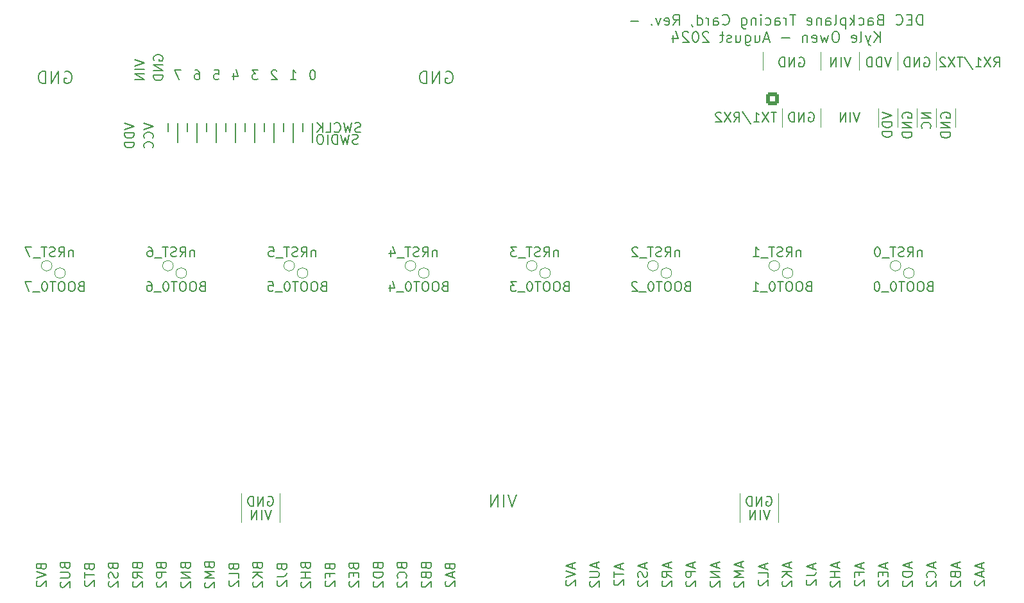
<source format=gbo>
G04 #@! TF.GenerationSoftware,KiCad,Pcbnew,8.0.4-rc2*
G04 #@! TF.CreationDate,2024-08-04T20:31:53-05:00*
G04 #@! TF.ProjectId,backplane_tracer_v5,6261636b-706c-4616-9e65-5f7472616365,rev?*
G04 #@! TF.SameCoordinates,Original*
G04 #@! TF.FileFunction,Legend,Bot*
G04 #@! TF.FilePolarity,Positive*
%FSLAX46Y46*%
G04 Gerber Fmt 4.6, Leading zero omitted, Abs format (unit mm)*
G04 Created by KiCad (PCBNEW 8.0.4-rc2) date 2024-08-04 20:31:53*
%MOMM*%
%LPD*%
G01*
G04 APERTURE LIST*
G04 Aperture macros list*
%AMRoundRect*
0 Rectangle with rounded corners*
0 $1 Rounding radius*
0 $2 $3 $4 $5 $6 $7 $8 $9 X,Y pos of 4 corners*
0 Add a 4 corners polygon primitive as box body*
4,1,4,$2,$3,$4,$5,$6,$7,$8,$9,$2,$3,0*
0 Add four circle primitives for the rounded corners*
1,1,$1+$1,$2,$3*
1,1,$1+$1,$4,$5*
1,1,$1+$1,$6,$7*
1,1,$1+$1,$8,$9*
0 Add four rect primitives between the rounded corners*
20,1,$1+$1,$2,$3,$4,$5,0*
20,1,$1+$1,$4,$5,$6,$7,0*
20,1,$1+$1,$6,$7,$8,$9,0*
20,1,$1+$1,$8,$9,$2,$3,0*%
G04 Aperture macros list end*
%ADD10C,0.152400*%
%ADD11C,0.100000*%
%ADD12C,0.165100*%
%ADD13C,0.203200*%
%ADD14C,0.120000*%
%ADD15C,0.800000*%
%ADD16C,7.400000*%
%ADD17C,1.300000*%
%ADD18R,1.700000X1.700000*%
%ADD19O,1.700000X1.700000*%
%ADD20R,2.032000X13.208000*%
%ADD21C,2.400000*%
%ADD22C,2.800000*%
%ADD23C,1.850000*%
%ADD24RoundRect,0.250000X0.600000X-0.600000X0.600000X0.600000X-0.600000X0.600000X-0.600000X-0.600000X0*%
%ADD25C,1.700000*%
%ADD26C,1.000000*%
G04 APERTURE END LIST*
D10*
X127635000Y-152450800D02*
X127635000Y-153619200D01*
D11*
X211201000Y-152984200D02*
X211201000Y-150571200D01*
X203581000Y-145491200D02*
X203581000Y-143078200D01*
X197993000Y-205155800D02*
X197993000Y-201345800D01*
X203581000Y-152984200D02*
X203581000Y-150571200D01*
D10*
X123825000Y-152450800D02*
X123825000Y-155041600D01*
D11*
X198501000Y-152984200D02*
X198501000Y-150571200D01*
X218821000Y-152984200D02*
X218821000Y-150571200D01*
X127127000Y-205155800D02*
X127127000Y-201345800D01*
X195961000Y-145491200D02*
X195961000Y-143078200D01*
D10*
X130175000Y-152450800D02*
X130175000Y-153619200D01*
X136525000Y-152450800D02*
X136525000Y-155041600D01*
X118745000Y-152450800D02*
X118745000Y-155041600D01*
D11*
X216281000Y-152984200D02*
X216281000Y-150571200D01*
D10*
X117475000Y-152450800D02*
X117475000Y-153619200D01*
D11*
X132207000Y-205155800D02*
X132207000Y-201345800D01*
D10*
X128905000Y-152450800D02*
X128905000Y-155041600D01*
D11*
X192913000Y-205155800D02*
X192913000Y-201345800D01*
X213741000Y-152984200D02*
X213741000Y-150571200D01*
D10*
X125095000Y-152450800D02*
X125095000Y-153619200D01*
X131445000Y-152450800D02*
X131445000Y-155041600D01*
X132715000Y-152450800D02*
X132715000Y-153619200D01*
D11*
X213741000Y-145491200D02*
X213741000Y-143078200D01*
X218821000Y-145491200D02*
X218821000Y-143078200D01*
D10*
X120015000Y-152450800D02*
X120015000Y-153619200D01*
D11*
X221361000Y-152984200D02*
X221361000Y-150571200D01*
D10*
X122555000Y-152450800D02*
X122555000Y-153619200D01*
X133985000Y-152450800D02*
X133985000Y-155041600D01*
X121285000Y-152450800D02*
X121285000Y-155041600D01*
X126365000Y-152450800D02*
X126365000Y-155041600D01*
D11*
X208661000Y-145491200D02*
X208661000Y-143078200D01*
D10*
X135255000Y-152450800D02*
X135255000Y-153619200D01*
X126123095Y-145884534D02*
X126123095Y-146731201D01*
X126425476Y-145400725D02*
X126727857Y-146307867D01*
X126727857Y-146307867D02*
X125941666Y-146307867D01*
X219486477Y-151762581D02*
X219426001Y-151641628D01*
X219426001Y-151641628D02*
X219426001Y-151460200D01*
X219426001Y-151460200D02*
X219486477Y-151278771D01*
X219486477Y-151278771D02*
X219607429Y-151157819D01*
X219607429Y-151157819D02*
X219728382Y-151097342D01*
X219728382Y-151097342D02*
X219970286Y-151036866D01*
X219970286Y-151036866D02*
X220151715Y-151036866D01*
X220151715Y-151036866D02*
X220393620Y-151097342D01*
X220393620Y-151097342D02*
X220514572Y-151157819D01*
X220514572Y-151157819D02*
X220635525Y-151278771D01*
X220635525Y-151278771D02*
X220696001Y-151460200D01*
X220696001Y-151460200D02*
X220696001Y-151581152D01*
X220696001Y-151581152D02*
X220635525Y-151762581D01*
X220635525Y-151762581D02*
X220575048Y-151823057D01*
X220575048Y-151823057D02*
X220151715Y-151823057D01*
X220151715Y-151823057D02*
X220151715Y-151581152D01*
X220696001Y-152367342D02*
X219426001Y-152367342D01*
X219426001Y-152367342D02*
X220696001Y-153093057D01*
X220696001Y-153093057D02*
X219426001Y-153093057D01*
X220696001Y-153697818D02*
X219426001Y-153697818D01*
X219426001Y-153697818D02*
X219426001Y-154000199D01*
X219426001Y-154000199D02*
X219486477Y-154181628D01*
X219486477Y-154181628D02*
X219607429Y-154302580D01*
X219607429Y-154302580D02*
X219728382Y-154363057D01*
X219728382Y-154363057D02*
X219970286Y-154423533D01*
X219970286Y-154423533D02*
X220151715Y-154423533D01*
X220151715Y-154423533D02*
X220393620Y-154363057D01*
X220393620Y-154363057D02*
X220514572Y-154302580D01*
X220514572Y-154302580D02*
X220635525Y-154181628D01*
X220635525Y-154181628D02*
X220696001Y-154000199D01*
X220696001Y-154000199D02*
X220696001Y-153697818D01*
X120914886Y-169252534D02*
X120914886Y-170099201D01*
X120914886Y-169373486D02*
X120854409Y-169313010D01*
X120854409Y-169313010D02*
X120733457Y-169252534D01*
X120733457Y-169252534D02*
X120552028Y-169252534D01*
X120552028Y-169252534D02*
X120431076Y-169313010D01*
X120431076Y-169313010D02*
X120370600Y-169433963D01*
X120370600Y-169433963D02*
X120370600Y-170099201D01*
X119040123Y-170099201D02*
X119463457Y-169494439D01*
X119765838Y-170099201D02*
X119765838Y-168829201D01*
X119765838Y-168829201D02*
X119282028Y-168829201D01*
X119282028Y-168829201D02*
X119161076Y-168889677D01*
X119161076Y-168889677D02*
X119100599Y-168950153D01*
X119100599Y-168950153D02*
X119040123Y-169071105D01*
X119040123Y-169071105D02*
X119040123Y-169252534D01*
X119040123Y-169252534D02*
X119100599Y-169373486D01*
X119100599Y-169373486D02*
X119161076Y-169433963D01*
X119161076Y-169433963D02*
X119282028Y-169494439D01*
X119282028Y-169494439D02*
X119765838Y-169494439D01*
X118556314Y-170038725D02*
X118374885Y-170099201D01*
X118374885Y-170099201D02*
X118072504Y-170099201D01*
X118072504Y-170099201D02*
X117951552Y-170038725D01*
X117951552Y-170038725D02*
X117891076Y-169978248D01*
X117891076Y-169978248D02*
X117830599Y-169857296D01*
X117830599Y-169857296D02*
X117830599Y-169736344D01*
X117830599Y-169736344D02*
X117891076Y-169615391D01*
X117891076Y-169615391D02*
X117951552Y-169554915D01*
X117951552Y-169554915D02*
X118072504Y-169494439D01*
X118072504Y-169494439D02*
X118314409Y-169433963D01*
X118314409Y-169433963D02*
X118435361Y-169373486D01*
X118435361Y-169373486D02*
X118495838Y-169313010D01*
X118495838Y-169313010D02*
X118556314Y-169192058D01*
X118556314Y-169192058D02*
X118556314Y-169071105D01*
X118556314Y-169071105D02*
X118495838Y-168950153D01*
X118495838Y-168950153D02*
X118435361Y-168889677D01*
X118435361Y-168889677D02*
X118314409Y-168829201D01*
X118314409Y-168829201D02*
X118012028Y-168829201D01*
X118012028Y-168829201D02*
X117830599Y-168889677D01*
X117467742Y-168829201D02*
X116742028Y-168829201D01*
X117104885Y-170099201D02*
X117104885Y-168829201D01*
X116621076Y-170220153D02*
X115653456Y-170220153D01*
X114806790Y-168829201D02*
X115048695Y-168829201D01*
X115048695Y-168829201D02*
X115169647Y-168889677D01*
X115169647Y-168889677D02*
X115230123Y-168950153D01*
X115230123Y-168950153D02*
X115351076Y-169131582D01*
X115351076Y-169131582D02*
X115411552Y-169373486D01*
X115411552Y-169373486D02*
X115411552Y-169857296D01*
X115411552Y-169857296D02*
X115351076Y-169978248D01*
X115351076Y-169978248D02*
X115290599Y-170038725D01*
X115290599Y-170038725D02*
X115169647Y-170099201D01*
X115169647Y-170099201D02*
X114927742Y-170099201D01*
X114927742Y-170099201D02*
X114806790Y-170038725D01*
X114806790Y-170038725D02*
X114746314Y-169978248D01*
X114746314Y-169978248D02*
X114685837Y-169857296D01*
X114685837Y-169857296D02*
X114685837Y-169554915D01*
X114685837Y-169554915D02*
X114746314Y-169433963D01*
X114746314Y-169433963D02*
X114806790Y-169373486D01*
X114806790Y-169373486D02*
X114927742Y-169313010D01*
X114927742Y-169313010D02*
X115169647Y-169313010D01*
X115169647Y-169313010D02*
X115290599Y-169373486D01*
X115290599Y-169373486D02*
X115351076Y-169433963D01*
X115351076Y-169433963D02*
X115411552Y-169554915D01*
X207511951Y-143784801D02*
X207088618Y-145054801D01*
X207088618Y-145054801D02*
X206665284Y-143784801D01*
X206241952Y-145054801D02*
X206241952Y-143784801D01*
X205637190Y-145054801D02*
X205637190Y-143784801D01*
X205637190Y-143784801D02*
X204911475Y-145054801D01*
X204911475Y-145054801D02*
X204911475Y-143784801D01*
D12*
X103814877Y-145689383D02*
X103972115Y-145610764D01*
X103972115Y-145610764D02*
X104207972Y-145610764D01*
X104207972Y-145610764D02*
X104443829Y-145689383D01*
X104443829Y-145689383D02*
X104601067Y-145846621D01*
X104601067Y-145846621D02*
X104679686Y-146003859D01*
X104679686Y-146003859D02*
X104758305Y-146318335D01*
X104758305Y-146318335D02*
X104758305Y-146554192D01*
X104758305Y-146554192D02*
X104679686Y-146868668D01*
X104679686Y-146868668D02*
X104601067Y-147025906D01*
X104601067Y-147025906D02*
X104443829Y-147183145D01*
X104443829Y-147183145D02*
X104207972Y-147261764D01*
X104207972Y-147261764D02*
X104050734Y-147261764D01*
X104050734Y-147261764D02*
X103814877Y-147183145D01*
X103814877Y-147183145D02*
X103736258Y-147104525D01*
X103736258Y-147104525D02*
X103736258Y-146554192D01*
X103736258Y-146554192D02*
X104050734Y-146554192D01*
X103028686Y-147261764D02*
X103028686Y-145610764D01*
X103028686Y-145610764D02*
X102085258Y-147261764D01*
X102085258Y-147261764D02*
X102085258Y-145610764D01*
X101299067Y-147261764D02*
X101299067Y-145610764D01*
X101299067Y-145610764D02*
X100905972Y-145610764D01*
X100905972Y-145610764D02*
X100670115Y-145689383D01*
X100670115Y-145689383D02*
X100512877Y-145846621D01*
X100512877Y-145846621D02*
X100434258Y-146003859D01*
X100434258Y-146003859D02*
X100355639Y-146318335D01*
X100355639Y-146318335D02*
X100355639Y-146554192D01*
X100355639Y-146554192D02*
X100434258Y-146868668D01*
X100434258Y-146868668D02*
X100512877Y-147025906D01*
X100512877Y-147025906D02*
X100670115Y-147183145D01*
X100670115Y-147183145D02*
X100905972Y-147261764D01*
X100905972Y-147261764D02*
X101299067Y-147261764D01*
D10*
X115575077Y-144171482D02*
X115514601Y-144050529D01*
X115514601Y-144050529D02*
X115514601Y-143869101D01*
X115514601Y-143869101D02*
X115575077Y-143687672D01*
X115575077Y-143687672D02*
X115696029Y-143566720D01*
X115696029Y-143566720D02*
X115816982Y-143506243D01*
X115816982Y-143506243D02*
X116058886Y-143445767D01*
X116058886Y-143445767D02*
X116240315Y-143445767D01*
X116240315Y-143445767D02*
X116482220Y-143506243D01*
X116482220Y-143506243D02*
X116603172Y-143566720D01*
X116603172Y-143566720D02*
X116724125Y-143687672D01*
X116724125Y-143687672D02*
X116784601Y-143869101D01*
X116784601Y-143869101D02*
X116784601Y-143990053D01*
X116784601Y-143990053D02*
X116724125Y-144171482D01*
X116724125Y-144171482D02*
X116663648Y-144231958D01*
X116663648Y-144231958D02*
X116240315Y-144231958D01*
X116240315Y-144231958D02*
X116240315Y-143990053D01*
X116784601Y-144776243D02*
X115514601Y-144776243D01*
X115514601Y-144776243D02*
X116784601Y-145501958D01*
X116784601Y-145501958D02*
X115514601Y-145501958D01*
X116784601Y-146106719D02*
X115514601Y-146106719D01*
X115514601Y-146106719D02*
X115514601Y-146409100D01*
X115514601Y-146409100D02*
X115575077Y-146590529D01*
X115575077Y-146590529D02*
X115696029Y-146711481D01*
X115696029Y-146711481D02*
X115816982Y-146771958D01*
X115816982Y-146771958D02*
X116058886Y-146832434D01*
X116058886Y-146832434D02*
X116240315Y-146832434D01*
X116240315Y-146832434D02*
X116482220Y-146771958D01*
X116482220Y-146771958D02*
X116603172Y-146711481D01*
X116603172Y-146711481D02*
X116724125Y-146590529D01*
X116724125Y-146590529D02*
X116784601Y-146409100D01*
X116784601Y-146409100D02*
X116784601Y-146106719D01*
X217970704Y-173980563D02*
X217789276Y-174041039D01*
X217789276Y-174041039D02*
X217728799Y-174101515D01*
X217728799Y-174101515D02*
X217668323Y-174222467D01*
X217668323Y-174222467D02*
X217668323Y-174403896D01*
X217668323Y-174403896D02*
X217728799Y-174524848D01*
X217728799Y-174524848D02*
X217789276Y-174585325D01*
X217789276Y-174585325D02*
X217910228Y-174645801D01*
X217910228Y-174645801D02*
X218394038Y-174645801D01*
X218394038Y-174645801D02*
X218394038Y-173375801D01*
X218394038Y-173375801D02*
X217970704Y-173375801D01*
X217970704Y-173375801D02*
X217849752Y-173436277D01*
X217849752Y-173436277D02*
X217789276Y-173496753D01*
X217789276Y-173496753D02*
X217728799Y-173617705D01*
X217728799Y-173617705D02*
X217728799Y-173738658D01*
X217728799Y-173738658D02*
X217789276Y-173859610D01*
X217789276Y-173859610D02*
X217849752Y-173920086D01*
X217849752Y-173920086D02*
X217970704Y-173980563D01*
X217970704Y-173980563D02*
X218394038Y-173980563D01*
X216882133Y-173375801D02*
X216640228Y-173375801D01*
X216640228Y-173375801D02*
X216519276Y-173436277D01*
X216519276Y-173436277D02*
X216398323Y-173557229D01*
X216398323Y-173557229D02*
X216337847Y-173799134D01*
X216337847Y-173799134D02*
X216337847Y-174222467D01*
X216337847Y-174222467D02*
X216398323Y-174464372D01*
X216398323Y-174464372D02*
X216519276Y-174585325D01*
X216519276Y-174585325D02*
X216640228Y-174645801D01*
X216640228Y-174645801D02*
X216882133Y-174645801D01*
X216882133Y-174645801D02*
X217003085Y-174585325D01*
X217003085Y-174585325D02*
X217124038Y-174464372D01*
X217124038Y-174464372D02*
X217184514Y-174222467D01*
X217184514Y-174222467D02*
X217184514Y-173799134D01*
X217184514Y-173799134D02*
X217124038Y-173557229D01*
X217124038Y-173557229D02*
X217003085Y-173436277D01*
X217003085Y-173436277D02*
X216882133Y-173375801D01*
X215551657Y-173375801D02*
X215309752Y-173375801D01*
X215309752Y-173375801D02*
X215188800Y-173436277D01*
X215188800Y-173436277D02*
X215067847Y-173557229D01*
X215067847Y-173557229D02*
X215007371Y-173799134D01*
X215007371Y-173799134D02*
X215007371Y-174222467D01*
X215007371Y-174222467D02*
X215067847Y-174464372D01*
X215067847Y-174464372D02*
X215188800Y-174585325D01*
X215188800Y-174585325D02*
X215309752Y-174645801D01*
X215309752Y-174645801D02*
X215551657Y-174645801D01*
X215551657Y-174645801D02*
X215672609Y-174585325D01*
X215672609Y-174585325D02*
X215793562Y-174464372D01*
X215793562Y-174464372D02*
X215854038Y-174222467D01*
X215854038Y-174222467D02*
X215854038Y-173799134D01*
X215854038Y-173799134D02*
X215793562Y-173557229D01*
X215793562Y-173557229D02*
X215672609Y-173436277D01*
X215672609Y-173436277D02*
X215551657Y-173375801D01*
X214644514Y-173375801D02*
X213918800Y-173375801D01*
X214281657Y-174645801D02*
X214281657Y-173375801D01*
X213253562Y-173375801D02*
X213132609Y-173375801D01*
X213132609Y-173375801D02*
X213011657Y-173436277D01*
X213011657Y-173436277D02*
X212951181Y-173496753D01*
X212951181Y-173496753D02*
X212890705Y-173617705D01*
X212890705Y-173617705D02*
X212830228Y-173859610D01*
X212830228Y-173859610D02*
X212830228Y-174161991D01*
X212830228Y-174161991D02*
X212890705Y-174403896D01*
X212890705Y-174403896D02*
X212951181Y-174524848D01*
X212951181Y-174524848D02*
X213011657Y-174585325D01*
X213011657Y-174585325D02*
X213132609Y-174645801D01*
X213132609Y-174645801D02*
X213253562Y-174645801D01*
X213253562Y-174645801D02*
X213374514Y-174585325D01*
X213374514Y-174585325D02*
X213434990Y-174524848D01*
X213434990Y-174524848D02*
X213495467Y-174403896D01*
X213495467Y-174403896D02*
X213555943Y-174161991D01*
X213555943Y-174161991D02*
X213555943Y-173859610D01*
X213555943Y-173859610D02*
X213495467Y-173617705D01*
X213495467Y-173617705D02*
X213434990Y-173496753D01*
X213434990Y-173496753D02*
X213374514Y-173436277D01*
X213374514Y-173436277D02*
X213253562Y-173375801D01*
X212588324Y-174766753D02*
X211620704Y-174766753D01*
X211076419Y-173375801D02*
X210955466Y-173375801D01*
X210955466Y-173375801D02*
X210834514Y-173436277D01*
X210834514Y-173436277D02*
X210774038Y-173496753D01*
X210774038Y-173496753D02*
X210713562Y-173617705D01*
X210713562Y-173617705D02*
X210653085Y-173859610D01*
X210653085Y-173859610D02*
X210653085Y-174161991D01*
X210653085Y-174161991D02*
X210713562Y-174403896D01*
X210713562Y-174403896D02*
X210774038Y-174524848D01*
X210774038Y-174524848D02*
X210834514Y-174585325D01*
X210834514Y-174585325D02*
X210955466Y-174645801D01*
X210955466Y-174645801D02*
X211076419Y-174645801D01*
X211076419Y-174645801D02*
X211197371Y-174585325D01*
X211197371Y-174585325D02*
X211257847Y-174524848D01*
X211257847Y-174524848D02*
X211318324Y-174403896D01*
X211318324Y-174403896D02*
X211378800Y-174161991D01*
X211378800Y-174161991D02*
X211378800Y-173859610D01*
X211378800Y-173859610D02*
X211318324Y-173617705D01*
X211318324Y-173617705D02*
X211257847Y-173496753D01*
X211257847Y-173496753D02*
X211197371Y-173436277D01*
X211197371Y-173436277D02*
X211076419Y-173375801D01*
X142866406Y-153630325D02*
X142684977Y-153690801D01*
X142684977Y-153690801D02*
X142382596Y-153690801D01*
X142382596Y-153690801D02*
X142261644Y-153630325D01*
X142261644Y-153630325D02*
X142201168Y-153569848D01*
X142201168Y-153569848D02*
X142140691Y-153448896D01*
X142140691Y-153448896D02*
X142140691Y-153327944D01*
X142140691Y-153327944D02*
X142201168Y-153206991D01*
X142201168Y-153206991D02*
X142261644Y-153146515D01*
X142261644Y-153146515D02*
X142382596Y-153086039D01*
X142382596Y-153086039D02*
X142624501Y-153025563D01*
X142624501Y-153025563D02*
X142745453Y-152965086D01*
X142745453Y-152965086D02*
X142805930Y-152904610D01*
X142805930Y-152904610D02*
X142866406Y-152783658D01*
X142866406Y-152783658D02*
X142866406Y-152662705D01*
X142866406Y-152662705D02*
X142805930Y-152541753D01*
X142805930Y-152541753D02*
X142745453Y-152481277D01*
X142745453Y-152481277D02*
X142624501Y-152420801D01*
X142624501Y-152420801D02*
X142322120Y-152420801D01*
X142322120Y-152420801D02*
X142140691Y-152481277D01*
X141717358Y-152420801D02*
X141414977Y-153690801D01*
X141414977Y-153690801D02*
X141173072Y-152783658D01*
X141173072Y-152783658D02*
X140931167Y-153690801D01*
X140931167Y-153690801D02*
X140628787Y-152420801D01*
X139419262Y-153569848D02*
X139479738Y-153630325D01*
X139479738Y-153630325D02*
X139661167Y-153690801D01*
X139661167Y-153690801D02*
X139782119Y-153690801D01*
X139782119Y-153690801D02*
X139963548Y-153630325D01*
X139963548Y-153630325D02*
X140084500Y-153509372D01*
X140084500Y-153509372D02*
X140144977Y-153388420D01*
X140144977Y-153388420D02*
X140205453Y-153146515D01*
X140205453Y-153146515D02*
X140205453Y-152965086D01*
X140205453Y-152965086D02*
X140144977Y-152723182D01*
X140144977Y-152723182D02*
X140084500Y-152602229D01*
X140084500Y-152602229D02*
X139963548Y-152481277D01*
X139963548Y-152481277D02*
X139782119Y-152420801D01*
X139782119Y-152420801D02*
X139661167Y-152420801D01*
X139661167Y-152420801D02*
X139479738Y-152481277D01*
X139479738Y-152481277D02*
X139419262Y-152541753D01*
X138270215Y-153690801D02*
X138874977Y-153690801D01*
X138874977Y-153690801D02*
X138874977Y-152420801D01*
X137846882Y-153690801D02*
X137846882Y-152420801D01*
X137121167Y-153690801D02*
X137665453Y-152965086D01*
X137121167Y-152420801D02*
X137846882Y-153146515D01*
X196843951Y-203500201D02*
X196420618Y-204770201D01*
X196420618Y-204770201D02*
X195997284Y-203500201D01*
X195573952Y-204770201D02*
X195573952Y-203500201D01*
X194969190Y-204770201D02*
X194969190Y-203500201D01*
X194969190Y-203500201D02*
X194243475Y-204770201D01*
X194243475Y-204770201D02*
X194243475Y-203500201D01*
X200738618Y-143845277D02*
X200859571Y-143784801D01*
X200859571Y-143784801D02*
X201040999Y-143784801D01*
X201040999Y-143784801D02*
X201222428Y-143845277D01*
X201222428Y-143845277D02*
X201343380Y-143966229D01*
X201343380Y-143966229D02*
X201403857Y-144087182D01*
X201403857Y-144087182D02*
X201464333Y-144329086D01*
X201464333Y-144329086D02*
X201464333Y-144510515D01*
X201464333Y-144510515D02*
X201403857Y-144752420D01*
X201403857Y-144752420D02*
X201343380Y-144873372D01*
X201343380Y-144873372D02*
X201222428Y-144994325D01*
X201222428Y-144994325D02*
X201040999Y-145054801D01*
X201040999Y-145054801D02*
X200920047Y-145054801D01*
X200920047Y-145054801D02*
X200738618Y-144994325D01*
X200738618Y-144994325D02*
X200678142Y-144933848D01*
X200678142Y-144933848D02*
X200678142Y-144510515D01*
X200678142Y-144510515D02*
X200920047Y-144510515D01*
X200133857Y-145054801D02*
X200133857Y-143784801D01*
X200133857Y-143784801D02*
X199408142Y-145054801D01*
X199408142Y-145054801D02*
X199408142Y-143784801D01*
X198803381Y-145054801D02*
X198803381Y-143784801D01*
X198803381Y-143784801D02*
X198501000Y-143784801D01*
X198501000Y-143784801D02*
X198319571Y-143845277D01*
X198319571Y-143845277D02*
X198198619Y-143966229D01*
X198198619Y-143966229D02*
X198138142Y-144087182D01*
X198138142Y-144087182D02*
X198077666Y-144329086D01*
X198077666Y-144329086D02*
X198077666Y-144510515D01*
X198077666Y-144510515D02*
X198138142Y-144752420D01*
X198138142Y-144752420D02*
X198198619Y-144873372D01*
X198198619Y-144873372D02*
X198319571Y-144994325D01*
X198319571Y-144994325D02*
X198501000Y-145054801D01*
X198501000Y-145054801D02*
X198803381Y-145054801D01*
X217248618Y-143845277D02*
X217369571Y-143784801D01*
X217369571Y-143784801D02*
X217550999Y-143784801D01*
X217550999Y-143784801D02*
X217732428Y-143845277D01*
X217732428Y-143845277D02*
X217853380Y-143966229D01*
X217853380Y-143966229D02*
X217913857Y-144087182D01*
X217913857Y-144087182D02*
X217974333Y-144329086D01*
X217974333Y-144329086D02*
X217974333Y-144510515D01*
X217974333Y-144510515D02*
X217913857Y-144752420D01*
X217913857Y-144752420D02*
X217853380Y-144873372D01*
X217853380Y-144873372D02*
X217732428Y-144994325D01*
X217732428Y-144994325D02*
X217550999Y-145054801D01*
X217550999Y-145054801D02*
X217430047Y-145054801D01*
X217430047Y-145054801D02*
X217248618Y-144994325D01*
X217248618Y-144994325D02*
X217188142Y-144933848D01*
X217188142Y-144933848D02*
X217188142Y-144510515D01*
X217188142Y-144510515D02*
X217430047Y-144510515D01*
X216643857Y-145054801D02*
X216643857Y-143784801D01*
X216643857Y-143784801D02*
X215918142Y-145054801D01*
X215918142Y-145054801D02*
X215918142Y-143784801D01*
X215313381Y-145054801D02*
X215313381Y-143784801D01*
X215313381Y-143784801D02*
X215011000Y-143784801D01*
X215011000Y-143784801D02*
X214829571Y-143845277D01*
X214829571Y-143845277D02*
X214708619Y-143966229D01*
X214708619Y-143966229D02*
X214648142Y-144087182D01*
X214648142Y-144087182D02*
X214587666Y-144329086D01*
X214587666Y-144329086D02*
X214587666Y-144510515D01*
X214587666Y-144510515D02*
X214648142Y-144752420D01*
X214648142Y-144752420D02*
X214708619Y-144873372D01*
X214708619Y-144873372D02*
X214829571Y-144994325D01*
X214829571Y-144994325D02*
X215011000Y-145054801D01*
X215011000Y-145054801D02*
X215313381Y-145054801D01*
X201968704Y-173980563D02*
X201787276Y-174041039D01*
X201787276Y-174041039D02*
X201726799Y-174101515D01*
X201726799Y-174101515D02*
X201666323Y-174222467D01*
X201666323Y-174222467D02*
X201666323Y-174403896D01*
X201666323Y-174403896D02*
X201726799Y-174524848D01*
X201726799Y-174524848D02*
X201787276Y-174585325D01*
X201787276Y-174585325D02*
X201908228Y-174645801D01*
X201908228Y-174645801D02*
X202392038Y-174645801D01*
X202392038Y-174645801D02*
X202392038Y-173375801D01*
X202392038Y-173375801D02*
X201968704Y-173375801D01*
X201968704Y-173375801D02*
X201847752Y-173436277D01*
X201847752Y-173436277D02*
X201787276Y-173496753D01*
X201787276Y-173496753D02*
X201726799Y-173617705D01*
X201726799Y-173617705D02*
X201726799Y-173738658D01*
X201726799Y-173738658D02*
X201787276Y-173859610D01*
X201787276Y-173859610D02*
X201847752Y-173920086D01*
X201847752Y-173920086D02*
X201968704Y-173980563D01*
X201968704Y-173980563D02*
X202392038Y-173980563D01*
X200880133Y-173375801D02*
X200638228Y-173375801D01*
X200638228Y-173375801D02*
X200517276Y-173436277D01*
X200517276Y-173436277D02*
X200396323Y-173557229D01*
X200396323Y-173557229D02*
X200335847Y-173799134D01*
X200335847Y-173799134D02*
X200335847Y-174222467D01*
X200335847Y-174222467D02*
X200396323Y-174464372D01*
X200396323Y-174464372D02*
X200517276Y-174585325D01*
X200517276Y-174585325D02*
X200638228Y-174645801D01*
X200638228Y-174645801D02*
X200880133Y-174645801D01*
X200880133Y-174645801D02*
X201001085Y-174585325D01*
X201001085Y-174585325D02*
X201122038Y-174464372D01*
X201122038Y-174464372D02*
X201182514Y-174222467D01*
X201182514Y-174222467D02*
X201182514Y-173799134D01*
X201182514Y-173799134D02*
X201122038Y-173557229D01*
X201122038Y-173557229D02*
X201001085Y-173436277D01*
X201001085Y-173436277D02*
X200880133Y-173375801D01*
X199549657Y-173375801D02*
X199307752Y-173375801D01*
X199307752Y-173375801D02*
X199186800Y-173436277D01*
X199186800Y-173436277D02*
X199065847Y-173557229D01*
X199065847Y-173557229D02*
X199005371Y-173799134D01*
X199005371Y-173799134D02*
X199005371Y-174222467D01*
X199005371Y-174222467D02*
X199065847Y-174464372D01*
X199065847Y-174464372D02*
X199186800Y-174585325D01*
X199186800Y-174585325D02*
X199307752Y-174645801D01*
X199307752Y-174645801D02*
X199549657Y-174645801D01*
X199549657Y-174645801D02*
X199670609Y-174585325D01*
X199670609Y-174585325D02*
X199791562Y-174464372D01*
X199791562Y-174464372D02*
X199852038Y-174222467D01*
X199852038Y-174222467D02*
X199852038Y-173799134D01*
X199852038Y-173799134D02*
X199791562Y-173557229D01*
X199791562Y-173557229D02*
X199670609Y-173436277D01*
X199670609Y-173436277D02*
X199549657Y-173375801D01*
X198642514Y-173375801D02*
X197916800Y-173375801D01*
X198279657Y-174645801D02*
X198279657Y-173375801D01*
X197251562Y-173375801D02*
X197130609Y-173375801D01*
X197130609Y-173375801D02*
X197009657Y-173436277D01*
X197009657Y-173436277D02*
X196949181Y-173496753D01*
X196949181Y-173496753D02*
X196888705Y-173617705D01*
X196888705Y-173617705D02*
X196828228Y-173859610D01*
X196828228Y-173859610D02*
X196828228Y-174161991D01*
X196828228Y-174161991D02*
X196888705Y-174403896D01*
X196888705Y-174403896D02*
X196949181Y-174524848D01*
X196949181Y-174524848D02*
X197009657Y-174585325D01*
X197009657Y-174585325D02*
X197130609Y-174645801D01*
X197130609Y-174645801D02*
X197251562Y-174645801D01*
X197251562Y-174645801D02*
X197372514Y-174585325D01*
X197372514Y-174585325D02*
X197432990Y-174524848D01*
X197432990Y-174524848D02*
X197493467Y-174403896D01*
X197493467Y-174403896D02*
X197553943Y-174161991D01*
X197553943Y-174161991D02*
X197553943Y-173859610D01*
X197553943Y-173859610D02*
X197493467Y-173617705D01*
X197493467Y-173617705D02*
X197432990Y-173496753D01*
X197432990Y-173496753D02*
X197372514Y-173436277D01*
X197372514Y-173436277D02*
X197251562Y-173375801D01*
X196586324Y-174766753D02*
X195618704Y-174766753D01*
X194651085Y-174645801D02*
X195376800Y-174645801D01*
X195013943Y-174645801D02*
X195013943Y-173375801D01*
X195013943Y-173375801D02*
X195134895Y-173557229D01*
X195134895Y-173557229D02*
X195255847Y-173678182D01*
X195255847Y-173678182D02*
X195376800Y-173738658D01*
X111704601Y-152468815D02*
X112974601Y-152892148D01*
X112974601Y-152892148D02*
X111704601Y-153315482D01*
X112974601Y-153738814D02*
X111704601Y-153738814D01*
X111704601Y-153738814D02*
X111704601Y-154041195D01*
X111704601Y-154041195D02*
X111765077Y-154222624D01*
X111765077Y-154222624D02*
X111886029Y-154343576D01*
X111886029Y-154343576D02*
X112006982Y-154404053D01*
X112006982Y-154404053D02*
X112248886Y-154464529D01*
X112248886Y-154464529D02*
X112430315Y-154464529D01*
X112430315Y-154464529D02*
X112672220Y-154404053D01*
X112672220Y-154404053D02*
X112793172Y-154343576D01*
X112793172Y-154343576D02*
X112914125Y-154222624D01*
X112914125Y-154222624D02*
X112974601Y-154041195D01*
X112974601Y-154041195D02*
X112974601Y-153738814D01*
X112974601Y-155008814D02*
X111704601Y-155008814D01*
X111704601Y-155008814D02*
X111704601Y-155311195D01*
X111704601Y-155311195D02*
X111765077Y-155492624D01*
X111765077Y-155492624D02*
X111886029Y-155613576D01*
X111886029Y-155613576D02*
X112006982Y-155674053D01*
X112006982Y-155674053D02*
X112248886Y-155734529D01*
X112248886Y-155734529D02*
X112430315Y-155734529D01*
X112430315Y-155734529D02*
X112672220Y-155674053D01*
X112672220Y-155674053D02*
X112793172Y-155613576D01*
X112793172Y-155613576D02*
X112914125Y-155492624D01*
X112914125Y-155492624D02*
X112974601Y-155311195D01*
X112974601Y-155311195D02*
X112974601Y-155008814D01*
X169964704Y-173980563D02*
X169783276Y-174041039D01*
X169783276Y-174041039D02*
X169722799Y-174101515D01*
X169722799Y-174101515D02*
X169662323Y-174222467D01*
X169662323Y-174222467D02*
X169662323Y-174403896D01*
X169662323Y-174403896D02*
X169722799Y-174524848D01*
X169722799Y-174524848D02*
X169783276Y-174585325D01*
X169783276Y-174585325D02*
X169904228Y-174645801D01*
X169904228Y-174645801D02*
X170388038Y-174645801D01*
X170388038Y-174645801D02*
X170388038Y-173375801D01*
X170388038Y-173375801D02*
X169964704Y-173375801D01*
X169964704Y-173375801D02*
X169843752Y-173436277D01*
X169843752Y-173436277D02*
X169783276Y-173496753D01*
X169783276Y-173496753D02*
X169722799Y-173617705D01*
X169722799Y-173617705D02*
X169722799Y-173738658D01*
X169722799Y-173738658D02*
X169783276Y-173859610D01*
X169783276Y-173859610D02*
X169843752Y-173920086D01*
X169843752Y-173920086D02*
X169964704Y-173980563D01*
X169964704Y-173980563D02*
X170388038Y-173980563D01*
X168876133Y-173375801D02*
X168634228Y-173375801D01*
X168634228Y-173375801D02*
X168513276Y-173436277D01*
X168513276Y-173436277D02*
X168392323Y-173557229D01*
X168392323Y-173557229D02*
X168331847Y-173799134D01*
X168331847Y-173799134D02*
X168331847Y-174222467D01*
X168331847Y-174222467D02*
X168392323Y-174464372D01*
X168392323Y-174464372D02*
X168513276Y-174585325D01*
X168513276Y-174585325D02*
X168634228Y-174645801D01*
X168634228Y-174645801D02*
X168876133Y-174645801D01*
X168876133Y-174645801D02*
X168997085Y-174585325D01*
X168997085Y-174585325D02*
X169118038Y-174464372D01*
X169118038Y-174464372D02*
X169178514Y-174222467D01*
X169178514Y-174222467D02*
X169178514Y-173799134D01*
X169178514Y-173799134D02*
X169118038Y-173557229D01*
X169118038Y-173557229D02*
X168997085Y-173436277D01*
X168997085Y-173436277D02*
X168876133Y-173375801D01*
X167545657Y-173375801D02*
X167303752Y-173375801D01*
X167303752Y-173375801D02*
X167182800Y-173436277D01*
X167182800Y-173436277D02*
X167061847Y-173557229D01*
X167061847Y-173557229D02*
X167001371Y-173799134D01*
X167001371Y-173799134D02*
X167001371Y-174222467D01*
X167001371Y-174222467D02*
X167061847Y-174464372D01*
X167061847Y-174464372D02*
X167182800Y-174585325D01*
X167182800Y-174585325D02*
X167303752Y-174645801D01*
X167303752Y-174645801D02*
X167545657Y-174645801D01*
X167545657Y-174645801D02*
X167666609Y-174585325D01*
X167666609Y-174585325D02*
X167787562Y-174464372D01*
X167787562Y-174464372D02*
X167848038Y-174222467D01*
X167848038Y-174222467D02*
X167848038Y-173799134D01*
X167848038Y-173799134D02*
X167787562Y-173557229D01*
X167787562Y-173557229D02*
X167666609Y-173436277D01*
X167666609Y-173436277D02*
X167545657Y-173375801D01*
X166638514Y-173375801D02*
X165912800Y-173375801D01*
X166275657Y-174645801D02*
X166275657Y-173375801D01*
X165247562Y-173375801D02*
X165126609Y-173375801D01*
X165126609Y-173375801D02*
X165005657Y-173436277D01*
X165005657Y-173436277D02*
X164945181Y-173496753D01*
X164945181Y-173496753D02*
X164884705Y-173617705D01*
X164884705Y-173617705D02*
X164824228Y-173859610D01*
X164824228Y-173859610D02*
X164824228Y-174161991D01*
X164824228Y-174161991D02*
X164884705Y-174403896D01*
X164884705Y-174403896D02*
X164945181Y-174524848D01*
X164945181Y-174524848D02*
X165005657Y-174585325D01*
X165005657Y-174585325D02*
X165126609Y-174645801D01*
X165126609Y-174645801D02*
X165247562Y-174645801D01*
X165247562Y-174645801D02*
X165368514Y-174585325D01*
X165368514Y-174585325D02*
X165428990Y-174524848D01*
X165428990Y-174524848D02*
X165489467Y-174403896D01*
X165489467Y-174403896D02*
X165549943Y-174161991D01*
X165549943Y-174161991D02*
X165549943Y-173859610D01*
X165549943Y-173859610D02*
X165489467Y-173617705D01*
X165489467Y-173617705D02*
X165428990Y-173496753D01*
X165428990Y-173496753D02*
X165368514Y-173436277D01*
X165368514Y-173436277D02*
X165247562Y-173375801D01*
X164582324Y-174766753D02*
X163614704Y-174766753D01*
X163433276Y-173375801D02*
X162647085Y-173375801D01*
X162647085Y-173375801D02*
X163070419Y-173859610D01*
X163070419Y-173859610D02*
X162888990Y-173859610D01*
X162888990Y-173859610D02*
X162768038Y-173920086D01*
X162768038Y-173920086D02*
X162707562Y-173980563D01*
X162707562Y-173980563D02*
X162647085Y-174101515D01*
X162647085Y-174101515D02*
X162647085Y-174403896D01*
X162647085Y-174403896D02*
X162707562Y-174524848D01*
X162707562Y-174524848D02*
X162768038Y-174585325D01*
X162768038Y-174585325D02*
X162888990Y-174645801D01*
X162888990Y-174645801D02*
X163251847Y-174645801D01*
X163251847Y-174645801D02*
X163372800Y-174585325D01*
X163372800Y-174585325D02*
X163433276Y-174524848D01*
X121043095Y-145461201D02*
X121285000Y-145461201D01*
X121285000Y-145461201D02*
X121405952Y-145521677D01*
X121405952Y-145521677D02*
X121466428Y-145582153D01*
X121466428Y-145582153D02*
X121587381Y-145763582D01*
X121587381Y-145763582D02*
X121647857Y-146005486D01*
X121647857Y-146005486D02*
X121647857Y-146489296D01*
X121647857Y-146489296D02*
X121587381Y-146610248D01*
X121587381Y-146610248D02*
X121526904Y-146670725D01*
X121526904Y-146670725D02*
X121405952Y-146731201D01*
X121405952Y-146731201D02*
X121164047Y-146731201D01*
X121164047Y-146731201D02*
X121043095Y-146670725D01*
X121043095Y-146670725D02*
X120982619Y-146610248D01*
X120982619Y-146610248D02*
X120922142Y-146489296D01*
X120922142Y-146489296D02*
X120922142Y-146186915D01*
X120922142Y-146186915D02*
X120982619Y-146065963D01*
X120982619Y-146065963D02*
X121043095Y-146005486D01*
X121043095Y-146005486D02*
X121164047Y-145945010D01*
X121164047Y-145945010D02*
X121405952Y-145945010D01*
X121405952Y-145945010D02*
X121526904Y-146005486D01*
X121526904Y-146005486D02*
X121587381Y-146065963D01*
X121587381Y-146065963D02*
X121647857Y-146186915D01*
X168920886Y-169252534D02*
X168920886Y-170099201D01*
X168920886Y-169373486D02*
X168860409Y-169313010D01*
X168860409Y-169313010D02*
X168739457Y-169252534D01*
X168739457Y-169252534D02*
X168558028Y-169252534D01*
X168558028Y-169252534D02*
X168437076Y-169313010D01*
X168437076Y-169313010D02*
X168376600Y-169433963D01*
X168376600Y-169433963D02*
X168376600Y-170099201D01*
X167046123Y-170099201D02*
X167469457Y-169494439D01*
X167771838Y-170099201D02*
X167771838Y-168829201D01*
X167771838Y-168829201D02*
X167288028Y-168829201D01*
X167288028Y-168829201D02*
X167167076Y-168889677D01*
X167167076Y-168889677D02*
X167106599Y-168950153D01*
X167106599Y-168950153D02*
X167046123Y-169071105D01*
X167046123Y-169071105D02*
X167046123Y-169252534D01*
X167046123Y-169252534D02*
X167106599Y-169373486D01*
X167106599Y-169373486D02*
X167167076Y-169433963D01*
X167167076Y-169433963D02*
X167288028Y-169494439D01*
X167288028Y-169494439D02*
X167771838Y-169494439D01*
X166562314Y-170038725D02*
X166380885Y-170099201D01*
X166380885Y-170099201D02*
X166078504Y-170099201D01*
X166078504Y-170099201D02*
X165957552Y-170038725D01*
X165957552Y-170038725D02*
X165897076Y-169978248D01*
X165897076Y-169978248D02*
X165836599Y-169857296D01*
X165836599Y-169857296D02*
X165836599Y-169736344D01*
X165836599Y-169736344D02*
X165897076Y-169615391D01*
X165897076Y-169615391D02*
X165957552Y-169554915D01*
X165957552Y-169554915D02*
X166078504Y-169494439D01*
X166078504Y-169494439D02*
X166320409Y-169433963D01*
X166320409Y-169433963D02*
X166441361Y-169373486D01*
X166441361Y-169373486D02*
X166501838Y-169313010D01*
X166501838Y-169313010D02*
X166562314Y-169192058D01*
X166562314Y-169192058D02*
X166562314Y-169071105D01*
X166562314Y-169071105D02*
X166501838Y-168950153D01*
X166501838Y-168950153D02*
X166441361Y-168889677D01*
X166441361Y-168889677D02*
X166320409Y-168829201D01*
X166320409Y-168829201D02*
X166018028Y-168829201D01*
X166018028Y-168829201D02*
X165836599Y-168889677D01*
X165473742Y-168829201D02*
X164748028Y-168829201D01*
X165110885Y-170099201D02*
X165110885Y-168829201D01*
X164627076Y-170220153D02*
X163659456Y-170220153D01*
X163478028Y-168829201D02*
X162691837Y-168829201D01*
X162691837Y-168829201D02*
X163115171Y-169313010D01*
X163115171Y-169313010D02*
X162933742Y-169313010D01*
X162933742Y-169313010D02*
X162812790Y-169373486D01*
X162812790Y-169373486D02*
X162752314Y-169433963D01*
X162752314Y-169433963D02*
X162691837Y-169554915D01*
X162691837Y-169554915D02*
X162691837Y-169857296D01*
X162691837Y-169857296D02*
X162752314Y-169978248D01*
X162752314Y-169978248D02*
X162812790Y-170038725D01*
X162812790Y-170038725D02*
X162933742Y-170099201D01*
X162933742Y-170099201D02*
X163296599Y-170099201D01*
X163296599Y-170099201D02*
X163417552Y-170038725D01*
X163417552Y-170038725D02*
X163478028Y-169978248D01*
X142503549Y-155179725D02*
X142322120Y-155240201D01*
X142322120Y-155240201D02*
X142019739Y-155240201D01*
X142019739Y-155240201D02*
X141898787Y-155179725D01*
X141898787Y-155179725D02*
X141838311Y-155119248D01*
X141838311Y-155119248D02*
X141777834Y-154998296D01*
X141777834Y-154998296D02*
X141777834Y-154877344D01*
X141777834Y-154877344D02*
X141838311Y-154756391D01*
X141838311Y-154756391D02*
X141898787Y-154695915D01*
X141898787Y-154695915D02*
X142019739Y-154635439D01*
X142019739Y-154635439D02*
X142261644Y-154574963D01*
X142261644Y-154574963D02*
X142382596Y-154514486D01*
X142382596Y-154514486D02*
X142443073Y-154454010D01*
X142443073Y-154454010D02*
X142503549Y-154333058D01*
X142503549Y-154333058D02*
X142503549Y-154212105D01*
X142503549Y-154212105D02*
X142443073Y-154091153D01*
X142443073Y-154091153D02*
X142382596Y-154030677D01*
X142382596Y-154030677D02*
X142261644Y-153970201D01*
X142261644Y-153970201D02*
X141959263Y-153970201D01*
X141959263Y-153970201D02*
X141777834Y-154030677D01*
X141354501Y-153970201D02*
X141052120Y-155240201D01*
X141052120Y-155240201D02*
X140810215Y-154333058D01*
X140810215Y-154333058D02*
X140568310Y-155240201D01*
X140568310Y-155240201D02*
X140265930Y-153970201D01*
X139782120Y-155240201D02*
X139782120Y-153970201D01*
X139782120Y-153970201D02*
X139479739Y-153970201D01*
X139479739Y-153970201D02*
X139298310Y-154030677D01*
X139298310Y-154030677D02*
X139177358Y-154151629D01*
X139177358Y-154151629D02*
X139116881Y-154272582D01*
X139116881Y-154272582D02*
X139056405Y-154514486D01*
X139056405Y-154514486D02*
X139056405Y-154695915D01*
X139056405Y-154695915D02*
X139116881Y-154937820D01*
X139116881Y-154937820D02*
X139177358Y-155058772D01*
X139177358Y-155058772D02*
X139298310Y-155179725D01*
X139298310Y-155179725D02*
X139479739Y-155240201D01*
X139479739Y-155240201D02*
X139782120Y-155240201D01*
X138512120Y-155240201D02*
X138512120Y-153970201D01*
X137665453Y-153970201D02*
X137423548Y-153970201D01*
X137423548Y-153970201D02*
X137302596Y-154030677D01*
X137302596Y-154030677D02*
X137181643Y-154151629D01*
X137181643Y-154151629D02*
X137121167Y-154393534D01*
X137121167Y-154393534D02*
X137121167Y-154816867D01*
X137121167Y-154816867D02*
X137181643Y-155058772D01*
X137181643Y-155058772D02*
X137302596Y-155179725D01*
X137302596Y-155179725D02*
X137423548Y-155240201D01*
X137423548Y-155240201D02*
X137665453Y-155240201D01*
X137665453Y-155240201D02*
X137786405Y-155179725D01*
X137786405Y-155179725D02*
X137907358Y-155058772D01*
X137907358Y-155058772D02*
X137967834Y-154816867D01*
X137967834Y-154816867D02*
X137967834Y-154393534D01*
X137967834Y-154393534D02*
X137907358Y-154151629D01*
X137907358Y-154151629D02*
X137786405Y-154030677D01*
X137786405Y-154030677D02*
X137665453Y-153970201D01*
X104912886Y-169252534D02*
X104912886Y-170099201D01*
X104912886Y-169373486D02*
X104852409Y-169313010D01*
X104852409Y-169313010D02*
X104731457Y-169252534D01*
X104731457Y-169252534D02*
X104550028Y-169252534D01*
X104550028Y-169252534D02*
X104429076Y-169313010D01*
X104429076Y-169313010D02*
X104368600Y-169433963D01*
X104368600Y-169433963D02*
X104368600Y-170099201D01*
X103038123Y-170099201D02*
X103461457Y-169494439D01*
X103763838Y-170099201D02*
X103763838Y-168829201D01*
X103763838Y-168829201D02*
X103280028Y-168829201D01*
X103280028Y-168829201D02*
X103159076Y-168889677D01*
X103159076Y-168889677D02*
X103098599Y-168950153D01*
X103098599Y-168950153D02*
X103038123Y-169071105D01*
X103038123Y-169071105D02*
X103038123Y-169252534D01*
X103038123Y-169252534D02*
X103098599Y-169373486D01*
X103098599Y-169373486D02*
X103159076Y-169433963D01*
X103159076Y-169433963D02*
X103280028Y-169494439D01*
X103280028Y-169494439D02*
X103763838Y-169494439D01*
X102554314Y-170038725D02*
X102372885Y-170099201D01*
X102372885Y-170099201D02*
X102070504Y-170099201D01*
X102070504Y-170099201D02*
X101949552Y-170038725D01*
X101949552Y-170038725D02*
X101889076Y-169978248D01*
X101889076Y-169978248D02*
X101828599Y-169857296D01*
X101828599Y-169857296D02*
X101828599Y-169736344D01*
X101828599Y-169736344D02*
X101889076Y-169615391D01*
X101889076Y-169615391D02*
X101949552Y-169554915D01*
X101949552Y-169554915D02*
X102070504Y-169494439D01*
X102070504Y-169494439D02*
X102312409Y-169433963D01*
X102312409Y-169433963D02*
X102433361Y-169373486D01*
X102433361Y-169373486D02*
X102493838Y-169313010D01*
X102493838Y-169313010D02*
X102554314Y-169192058D01*
X102554314Y-169192058D02*
X102554314Y-169071105D01*
X102554314Y-169071105D02*
X102493838Y-168950153D01*
X102493838Y-168950153D02*
X102433361Y-168889677D01*
X102433361Y-168889677D02*
X102312409Y-168829201D01*
X102312409Y-168829201D02*
X102010028Y-168829201D01*
X102010028Y-168829201D02*
X101828599Y-168889677D01*
X101465742Y-168829201D02*
X100740028Y-168829201D01*
X101102885Y-170099201D02*
X101102885Y-168829201D01*
X100619076Y-170220153D02*
X99651456Y-170220153D01*
X99470028Y-168829201D02*
X98623361Y-168829201D01*
X98623361Y-168829201D02*
X99167647Y-170099201D01*
X218130601Y-151097342D02*
X216860601Y-151097342D01*
X216860601Y-151097342D02*
X218130601Y-151823057D01*
X218130601Y-151823057D02*
X216860601Y-151823057D01*
X218009648Y-153153533D02*
X218070125Y-153093057D01*
X218070125Y-153093057D02*
X218130601Y-152911628D01*
X218130601Y-152911628D02*
X218130601Y-152790676D01*
X218130601Y-152790676D02*
X218070125Y-152609247D01*
X218070125Y-152609247D02*
X217949172Y-152488295D01*
X217949172Y-152488295D02*
X217828220Y-152427818D01*
X217828220Y-152427818D02*
X217586315Y-152367342D01*
X217586315Y-152367342D02*
X217404886Y-152367342D01*
X217404886Y-152367342D02*
X217162982Y-152427818D01*
X217162982Y-152427818D02*
X217042029Y-152488295D01*
X217042029Y-152488295D02*
X216921077Y-152609247D01*
X216921077Y-152609247D02*
X216860601Y-152790676D01*
X216860601Y-152790676D02*
X216860601Y-152911628D01*
X216860601Y-152911628D02*
X216921077Y-153093057D01*
X216921077Y-153093057D02*
X216981553Y-153153533D01*
X226440999Y-145054801D02*
X226864333Y-144450039D01*
X227166714Y-145054801D02*
X227166714Y-143784801D01*
X227166714Y-143784801D02*
X226682904Y-143784801D01*
X226682904Y-143784801D02*
X226561952Y-143845277D01*
X226561952Y-143845277D02*
X226501475Y-143905753D01*
X226501475Y-143905753D02*
X226440999Y-144026705D01*
X226440999Y-144026705D02*
X226440999Y-144208134D01*
X226440999Y-144208134D02*
X226501475Y-144329086D01*
X226501475Y-144329086D02*
X226561952Y-144389563D01*
X226561952Y-144389563D02*
X226682904Y-144450039D01*
X226682904Y-144450039D02*
X227166714Y-144450039D01*
X226017666Y-143784801D02*
X225170999Y-145054801D01*
X225170999Y-143784801D02*
X226017666Y-145054801D01*
X224021951Y-145054801D02*
X224747666Y-145054801D01*
X224384809Y-145054801D02*
X224384809Y-143784801D01*
X224384809Y-143784801D02*
X224505761Y-143966229D01*
X224505761Y-143966229D02*
X224626713Y-144087182D01*
X224626713Y-144087182D02*
X224747666Y-144147658D01*
X222570523Y-143724325D02*
X223659094Y-145357182D01*
X222328618Y-143784801D02*
X221602904Y-143784801D01*
X221965761Y-145054801D02*
X221965761Y-143784801D01*
X221300523Y-143784801D02*
X220453856Y-145054801D01*
X220453856Y-143784801D02*
X221300523Y-145054801D01*
X220030523Y-143905753D02*
X219970047Y-143845277D01*
X219970047Y-143845277D02*
X219849094Y-143784801D01*
X219849094Y-143784801D02*
X219546713Y-143784801D01*
X219546713Y-143784801D02*
X219425761Y-143845277D01*
X219425761Y-143845277D02*
X219365285Y-143905753D01*
X219365285Y-143905753D02*
X219304808Y-144026705D01*
X219304808Y-144026705D02*
X219304808Y-144147658D01*
X219304808Y-144147658D02*
X219365285Y-144329086D01*
X219365285Y-144329086D02*
X220090999Y-145054801D01*
X220090999Y-145054801D02*
X219304808Y-145054801D01*
X153962704Y-173980563D02*
X153781276Y-174041039D01*
X153781276Y-174041039D02*
X153720799Y-174101515D01*
X153720799Y-174101515D02*
X153660323Y-174222467D01*
X153660323Y-174222467D02*
X153660323Y-174403896D01*
X153660323Y-174403896D02*
X153720799Y-174524848D01*
X153720799Y-174524848D02*
X153781276Y-174585325D01*
X153781276Y-174585325D02*
X153902228Y-174645801D01*
X153902228Y-174645801D02*
X154386038Y-174645801D01*
X154386038Y-174645801D02*
X154386038Y-173375801D01*
X154386038Y-173375801D02*
X153962704Y-173375801D01*
X153962704Y-173375801D02*
X153841752Y-173436277D01*
X153841752Y-173436277D02*
X153781276Y-173496753D01*
X153781276Y-173496753D02*
X153720799Y-173617705D01*
X153720799Y-173617705D02*
X153720799Y-173738658D01*
X153720799Y-173738658D02*
X153781276Y-173859610D01*
X153781276Y-173859610D02*
X153841752Y-173920086D01*
X153841752Y-173920086D02*
X153962704Y-173980563D01*
X153962704Y-173980563D02*
X154386038Y-173980563D01*
X152874133Y-173375801D02*
X152632228Y-173375801D01*
X152632228Y-173375801D02*
X152511276Y-173436277D01*
X152511276Y-173436277D02*
X152390323Y-173557229D01*
X152390323Y-173557229D02*
X152329847Y-173799134D01*
X152329847Y-173799134D02*
X152329847Y-174222467D01*
X152329847Y-174222467D02*
X152390323Y-174464372D01*
X152390323Y-174464372D02*
X152511276Y-174585325D01*
X152511276Y-174585325D02*
X152632228Y-174645801D01*
X152632228Y-174645801D02*
X152874133Y-174645801D01*
X152874133Y-174645801D02*
X152995085Y-174585325D01*
X152995085Y-174585325D02*
X153116038Y-174464372D01*
X153116038Y-174464372D02*
X153176514Y-174222467D01*
X153176514Y-174222467D02*
X153176514Y-173799134D01*
X153176514Y-173799134D02*
X153116038Y-173557229D01*
X153116038Y-173557229D02*
X152995085Y-173436277D01*
X152995085Y-173436277D02*
X152874133Y-173375801D01*
X151543657Y-173375801D02*
X151301752Y-173375801D01*
X151301752Y-173375801D02*
X151180800Y-173436277D01*
X151180800Y-173436277D02*
X151059847Y-173557229D01*
X151059847Y-173557229D02*
X150999371Y-173799134D01*
X150999371Y-173799134D02*
X150999371Y-174222467D01*
X150999371Y-174222467D02*
X151059847Y-174464372D01*
X151059847Y-174464372D02*
X151180800Y-174585325D01*
X151180800Y-174585325D02*
X151301752Y-174645801D01*
X151301752Y-174645801D02*
X151543657Y-174645801D01*
X151543657Y-174645801D02*
X151664609Y-174585325D01*
X151664609Y-174585325D02*
X151785562Y-174464372D01*
X151785562Y-174464372D02*
X151846038Y-174222467D01*
X151846038Y-174222467D02*
X151846038Y-173799134D01*
X151846038Y-173799134D02*
X151785562Y-173557229D01*
X151785562Y-173557229D02*
X151664609Y-173436277D01*
X151664609Y-173436277D02*
X151543657Y-173375801D01*
X150636514Y-173375801D02*
X149910800Y-173375801D01*
X150273657Y-174645801D02*
X150273657Y-173375801D01*
X149245562Y-173375801D02*
X149124609Y-173375801D01*
X149124609Y-173375801D02*
X149003657Y-173436277D01*
X149003657Y-173436277D02*
X148943181Y-173496753D01*
X148943181Y-173496753D02*
X148882705Y-173617705D01*
X148882705Y-173617705D02*
X148822228Y-173859610D01*
X148822228Y-173859610D02*
X148822228Y-174161991D01*
X148822228Y-174161991D02*
X148882705Y-174403896D01*
X148882705Y-174403896D02*
X148943181Y-174524848D01*
X148943181Y-174524848D02*
X149003657Y-174585325D01*
X149003657Y-174585325D02*
X149124609Y-174645801D01*
X149124609Y-174645801D02*
X149245562Y-174645801D01*
X149245562Y-174645801D02*
X149366514Y-174585325D01*
X149366514Y-174585325D02*
X149426990Y-174524848D01*
X149426990Y-174524848D02*
X149487467Y-174403896D01*
X149487467Y-174403896D02*
X149547943Y-174161991D01*
X149547943Y-174161991D02*
X149547943Y-173859610D01*
X149547943Y-173859610D02*
X149487467Y-173617705D01*
X149487467Y-173617705D02*
X149426990Y-173496753D01*
X149426990Y-173496753D02*
X149366514Y-173436277D01*
X149366514Y-173436277D02*
X149245562Y-173375801D01*
X148580324Y-174766753D02*
X147612704Y-174766753D01*
X146766038Y-173799134D02*
X146766038Y-174645801D01*
X147068419Y-173315325D02*
X147370800Y-174222467D01*
X147370800Y-174222467D02*
X146584609Y-174222467D01*
X131807857Y-145582153D02*
X131747381Y-145521677D01*
X131747381Y-145521677D02*
X131626428Y-145461201D01*
X131626428Y-145461201D02*
X131324047Y-145461201D01*
X131324047Y-145461201D02*
X131203095Y-145521677D01*
X131203095Y-145521677D02*
X131142619Y-145582153D01*
X131142619Y-145582153D02*
X131082142Y-145703105D01*
X131082142Y-145703105D02*
X131082142Y-145824058D01*
X131082142Y-145824058D02*
X131142619Y-146005486D01*
X131142619Y-146005486D02*
X131868333Y-146731201D01*
X131868333Y-146731201D02*
X131082142Y-146731201D01*
X129328333Y-145461201D02*
X128542142Y-145461201D01*
X128542142Y-145461201D02*
X128965476Y-145945010D01*
X128965476Y-145945010D02*
X128784047Y-145945010D01*
X128784047Y-145945010D02*
X128663095Y-146005486D01*
X128663095Y-146005486D02*
X128602619Y-146065963D01*
X128602619Y-146065963D02*
X128542142Y-146186915D01*
X128542142Y-146186915D02*
X128542142Y-146489296D01*
X128542142Y-146489296D02*
X128602619Y-146610248D01*
X128602619Y-146610248D02*
X128663095Y-146670725D01*
X128663095Y-146670725D02*
X128784047Y-146731201D01*
X128784047Y-146731201D02*
X129146904Y-146731201D01*
X129146904Y-146731201D02*
X129267857Y-146670725D01*
X129267857Y-146670725D02*
X129328333Y-146610248D01*
X184922886Y-169252534D02*
X184922886Y-170099201D01*
X184922886Y-169373486D02*
X184862409Y-169313010D01*
X184862409Y-169313010D02*
X184741457Y-169252534D01*
X184741457Y-169252534D02*
X184560028Y-169252534D01*
X184560028Y-169252534D02*
X184439076Y-169313010D01*
X184439076Y-169313010D02*
X184378600Y-169433963D01*
X184378600Y-169433963D02*
X184378600Y-170099201D01*
X183048123Y-170099201D02*
X183471457Y-169494439D01*
X183773838Y-170099201D02*
X183773838Y-168829201D01*
X183773838Y-168829201D02*
X183290028Y-168829201D01*
X183290028Y-168829201D02*
X183169076Y-168889677D01*
X183169076Y-168889677D02*
X183108599Y-168950153D01*
X183108599Y-168950153D02*
X183048123Y-169071105D01*
X183048123Y-169071105D02*
X183048123Y-169252534D01*
X183048123Y-169252534D02*
X183108599Y-169373486D01*
X183108599Y-169373486D02*
X183169076Y-169433963D01*
X183169076Y-169433963D02*
X183290028Y-169494439D01*
X183290028Y-169494439D02*
X183773838Y-169494439D01*
X182564314Y-170038725D02*
X182382885Y-170099201D01*
X182382885Y-170099201D02*
X182080504Y-170099201D01*
X182080504Y-170099201D02*
X181959552Y-170038725D01*
X181959552Y-170038725D02*
X181899076Y-169978248D01*
X181899076Y-169978248D02*
X181838599Y-169857296D01*
X181838599Y-169857296D02*
X181838599Y-169736344D01*
X181838599Y-169736344D02*
X181899076Y-169615391D01*
X181899076Y-169615391D02*
X181959552Y-169554915D01*
X181959552Y-169554915D02*
X182080504Y-169494439D01*
X182080504Y-169494439D02*
X182322409Y-169433963D01*
X182322409Y-169433963D02*
X182443361Y-169373486D01*
X182443361Y-169373486D02*
X182503838Y-169313010D01*
X182503838Y-169313010D02*
X182564314Y-169192058D01*
X182564314Y-169192058D02*
X182564314Y-169071105D01*
X182564314Y-169071105D02*
X182503838Y-168950153D01*
X182503838Y-168950153D02*
X182443361Y-168889677D01*
X182443361Y-168889677D02*
X182322409Y-168829201D01*
X182322409Y-168829201D02*
X182020028Y-168829201D01*
X182020028Y-168829201D02*
X181838599Y-168889677D01*
X181475742Y-168829201D02*
X180750028Y-168829201D01*
X181112885Y-170099201D02*
X181112885Y-168829201D01*
X180629076Y-170220153D02*
X179661456Y-170220153D01*
X179419552Y-168950153D02*
X179359076Y-168889677D01*
X179359076Y-168889677D02*
X179238123Y-168829201D01*
X179238123Y-168829201D02*
X178935742Y-168829201D01*
X178935742Y-168829201D02*
X178814790Y-168889677D01*
X178814790Y-168889677D02*
X178754314Y-168950153D01*
X178754314Y-168950153D02*
X178693837Y-169071105D01*
X178693837Y-169071105D02*
X178693837Y-169192058D01*
X178693837Y-169192058D02*
X178754314Y-169373486D01*
X178754314Y-169373486D02*
X179480028Y-170099201D01*
X179480028Y-170099201D02*
X178693837Y-170099201D01*
X105956704Y-173980563D02*
X105775276Y-174041039D01*
X105775276Y-174041039D02*
X105714799Y-174101515D01*
X105714799Y-174101515D02*
X105654323Y-174222467D01*
X105654323Y-174222467D02*
X105654323Y-174403896D01*
X105654323Y-174403896D02*
X105714799Y-174524848D01*
X105714799Y-174524848D02*
X105775276Y-174585325D01*
X105775276Y-174585325D02*
X105896228Y-174645801D01*
X105896228Y-174645801D02*
X106380038Y-174645801D01*
X106380038Y-174645801D02*
X106380038Y-173375801D01*
X106380038Y-173375801D02*
X105956704Y-173375801D01*
X105956704Y-173375801D02*
X105835752Y-173436277D01*
X105835752Y-173436277D02*
X105775276Y-173496753D01*
X105775276Y-173496753D02*
X105714799Y-173617705D01*
X105714799Y-173617705D02*
X105714799Y-173738658D01*
X105714799Y-173738658D02*
X105775276Y-173859610D01*
X105775276Y-173859610D02*
X105835752Y-173920086D01*
X105835752Y-173920086D02*
X105956704Y-173980563D01*
X105956704Y-173980563D02*
X106380038Y-173980563D01*
X104868133Y-173375801D02*
X104626228Y-173375801D01*
X104626228Y-173375801D02*
X104505276Y-173436277D01*
X104505276Y-173436277D02*
X104384323Y-173557229D01*
X104384323Y-173557229D02*
X104323847Y-173799134D01*
X104323847Y-173799134D02*
X104323847Y-174222467D01*
X104323847Y-174222467D02*
X104384323Y-174464372D01*
X104384323Y-174464372D02*
X104505276Y-174585325D01*
X104505276Y-174585325D02*
X104626228Y-174645801D01*
X104626228Y-174645801D02*
X104868133Y-174645801D01*
X104868133Y-174645801D02*
X104989085Y-174585325D01*
X104989085Y-174585325D02*
X105110038Y-174464372D01*
X105110038Y-174464372D02*
X105170514Y-174222467D01*
X105170514Y-174222467D02*
X105170514Y-173799134D01*
X105170514Y-173799134D02*
X105110038Y-173557229D01*
X105110038Y-173557229D02*
X104989085Y-173436277D01*
X104989085Y-173436277D02*
X104868133Y-173375801D01*
X103537657Y-173375801D02*
X103295752Y-173375801D01*
X103295752Y-173375801D02*
X103174800Y-173436277D01*
X103174800Y-173436277D02*
X103053847Y-173557229D01*
X103053847Y-173557229D02*
X102993371Y-173799134D01*
X102993371Y-173799134D02*
X102993371Y-174222467D01*
X102993371Y-174222467D02*
X103053847Y-174464372D01*
X103053847Y-174464372D02*
X103174800Y-174585325D01*
X103174800Y-174585325D02*
X103295752Y-174645801D01*
X103295752Y-174645801D02*
X103537657Y-174645801D01*
X103537657Y-174645801D02*
X103658609Y-174585325D01*
X103658609Y-174585325D02*
X103779562Y-174464372D01*
X103779562Y-174464372D02*
X103840038Y-174222467D01*
X103840038Y-174222467D02*
X103840038Y-173799134D01*
X103840038Y-173799134D02*
X103779562Y-173557229D01*
X103779562Y-173557229D02*
X103658609Y-173436277D01*
X103658609Y-173436277D02*
X103537657Y-173375801D01*
X102630514Y-173375801D02*
X101904800Y-173375801D01*
X102267657Y-174645801D02*
X102267657Y-173375801D01*
X101239562Y-173375801D02*
X101118609Y-173375801D01*
X101118609Y-173375801D02*
X100997657Y-173436277D01*
X100997657Y-173436277D02*
X100937181Y-173496753D01*
X100937181Y-173496753D02*
X100876705Y-173617705D01*
X100876705Y-173617705D02*
X100816228Y-173859610D01*
X100816228Y-173859610D02*
X100816228Y-174161991D01*
X100816228Y-174161991D02*
X100876705Y-174403896D01*
X100876705Y-174403896D02*
X100937181Y-174524848D01*
X100937181Y-174524848D02*
X100997657Y-174585325D01*
X100997657Y-174585325D02*
X101118609Y-174645801D01*
X101118609Y-174645801D02*
X101239562Y-174645801D01*
X101239562Y-174645801D02*
X101360514Y-174585325D01*
X101360514Y-174585325D02*
X101420990Y-174524848D01*
X101420990Y-174524848D02*
X101481467Y-174403896D01*
X101481467Y-174403896D02*
X101541943Y-174161991D01*
X101541943Y-174161991D02*
X101541943Y-173859610D01*
X101541943Y-173859610D02*
X101481467Y-173617705D01*
X101481467Y-173617705D02*
X101420990Y-173496753D01*
X101420990Y-173496753D02*
X101360514Y-173436277D01*
X101360514Y-173436277D02*
X101239562Y-173375801D01*
X100574324Y-174766753D02*
X99606704Y-174766753D01*
X99425276Y-173375801D02*
X98578609Y-173375801D01*
X98578609Y-173375801D02*
X99122895Y-174645801D01*
X119168333Y-145461201D02*
X118321666Y-145461201D01*
X118321666Y-145461201D02*
X118865952Y-146731201D01*
X114244601Y-152468815D02*
X115514601Y-152892148D01*
X115514601Y-152892148D02*
X114244601Y-153315482D01*
X115393648Y-154464529D02*
X115454125Y-154404053D01*
X115454125Y-154404053D02*
X115514601Y-154222624D01*
X115514601Y-154222624D02*
X115514601Y-154101672D01*
X115514601Y-154101672D02*
X115454125Y-153920243D01*
X115454125Y-153920243D02*
X115333172Y-153799291D01*
X115333172Y-153799291D02*
X115212220Y-153738814D01*
X115212220Y-153738814D02*
X114970315Y-153678338D01*
X114970315Y-153678338D02*
X114788886Y-153678338D01*
X114788886Y-153678338D02*
X114546982Y-153738814D01*
X114546982Y-153738814D02*
X114426029Y-153799291D01*
X114426029Y-153799291D02*
X114305077Y-153920243D01*
X114305077Y-153920243D02*
X114244601Y-154101672D01*
X114244601Y-154101672D02*
X114244601Y-154222624D01*
X114244601Y-154222624D02*
X114305077Y-154404053D01*
X114305077Y-154404053D02*
X114365553Y-154464529D01*
X115393648Y-155734529D02*
X115454125Y-155674053D01*
X115454125Y-155674053D02*
X115514601Y-155492624D01*
X115514601Y-155492624D02*
X115514601Y-155371672D01*
X115514601Y-155371672D02*
X115454125Y-155190243D01*
X115454125Y-155190243D02*
X115333172Y-155069291D01*
X115333172Y-155069291D02*
X115212220Y-155008814D01*
X115212220Y-155008814D02*
X114970315Y-154948338D01*
X114970315Y-154948338D02*
X114788886Y-154948338D01*
X114788886Y-154948338D02*
X114546982Y-155008814D01*
X114546982Y-155008814D02*
X114426029Y-155069291D01*
X114426029Y-155069291D02*
X114305077Y-155190243D01*
X114305077Y-155190243D02*
X114244601Y-155371672D01*
X114244601Y-155371672D02*
X114244601Y-155492624D01*
X114244601Y-155492624D02*
X114305077Y-155674053D01*
X114305077Y-155674053D02*
X114365553Y-155734529D01*
D12*
X154106877Y-145689383D02*
X154264115Y-145610764D01*
X154264115Y-145610764D02*
X154499972Y-145610764D01*
X154499972Y-145610764D02*
X154735829Y-145689383D01*
X154735829Y-145689383D02*
X154893067Y-145846621D01*
X154893067Y-145846621D02*
X154971686Y-146003859D01*
X154971686Y-146003859D02*
X155050305Y-146318335D01*
X155050305Y-146318335D02*
X155050305Y-146554192D01*
X155050305Y-146554192D02*
X154971686Y-146868668D01*
X154971686Y-146868668D02*
X154893067Y-147025906D01*
X154893067Y-147025906D02*
X154735829Y-147183145D01*
X154735829Y-147183145D02*
X154499972Y-147261764D01*
X154499972Y-147261764D02*
X154342734Y-147261764D01*
X154342734Y-147261764D02*
X154106877Y-147183145D01*
X154106877Y-147183145D02*
X154028258Y-147104525D01*
X154028258Y-147104525D02*
X154028258Y-146554192D01*
X154028258Y-146554192D02*
X154342734Y-146554192D01*
X153320686Y-147261764D02*
X153320686Y-145610764D01*
X153320686Y-145610764D02*
X152377258Y-147261764D01*
X152377258Y-147261764D02*
X152377258Y-145610764D01*
X151591067Y-147261764D02*
X151591067Y-145610764D01*
X151591067Y-145610764D02*
X151197972Y-145610764D01*
X151197972Y-145610764D02*
X150962115Y-145689383D01*
X150962115Y-145689383D02*
X150804877Y-145846621D01*
X150804877Y-145846621D02*
X150726258Y-146003859D01*
X150726258Y-146003859D02*
X150647639Y-146318335D01*
X150647639Y-146318335D02*
X150647639Y-146554192D01*
X150647639Y-146554192D02*
X150726258Y-146868668D01*
X150726258Y-146868668D02*
X150804877Y-147025906D01*
X150804877Y-147025906D02*
X150962115Y-147183145D01*
X150962115Y-147183145D02*
X151197972Y-147261764D01*
X151197972Y-147261764D02*
X151591067Y-147261764D01*
D10*
X185966704Y-173980563D02*
X185785276Y-174041039D01*
X185785276Y-174041039D02*
X185724799Y-174101515D01*
X185724799Y-174101515D02*
X185664323Y-174222467D01*
X185664323Y-174222467D02*
X185664323Y-174403896D01*
X185664323Y-174403896D02*
X185724799Y-174524848D01*
X185724799Y-174524848D02*
X185785276Y-174585325D01*
X185785276Y-174585325D02*
X185906228Y-174645801D01*
X185906228Y-174645801D02*
X186390038Y-174645801D01*
X186390038Y-174645801D02*
X186390038Y-173375801D01*
X186390038Y-173375801D02*
X185966704Y-173375801D01*
X185966704Y-173375801D02*
X185845752Y-173436277D01*
X185845752Y-173436277D02*
X185785276Y-173496753D01*
X185785276Y-173496753D02*
X185724799Y-173617705D01*
X185724799Y-173617705D02*
X185724799Y-173738658D01*
X185724799Y-173738658D02*
X185785276Y-173859610D01*
X185785276Y-173859610D02*
X185845752Y-173920086D01*
X185845752Y-173920086D02*
X185966704Y-173980563D01*
X185966704Y-173980563D02*
X186390038Y-173980563D01*
X184878133Y-173375801D02*
X184636228Y-173375801D01*
X184636228Y-173375801D02*
X184515276Y-173436277D01*
X184515276Y-173436277D02*
X184394323Y-173557229D01*
X184394323Y-173557229D02*
X184333847Y-173799134D01*
X184333847Y-173799134D02*
X184333847Y-174222467D01*
X184333847Y-174222467D02*
X184394323Y-174464372D01*
X184394323Y-174464372D02*
X184515276Y-174585325D01*
X184515276Y-174585325D02*
X184636228Y-174645801D01*
X184636228Y-174645801D02*
X184878133Y-174645801D01*
X184878133Y-174645801D02*
X184999085Y-174585325D01*
X184999085Y-174585325D02*
X185120038Y-174464372D01*
X185120038Y-174464372D02*
X185180514Y-174222467D01*
X185180514Y-174222467D02*
X185180514Y-173799134D01*
X185180514Y-173799134D02*
X185120038Y-173557229D01*
X185120038Y-173557229D02*
X184999085Y-173436277D01*
X184999085Y-173436277D02*
X184878133Y-173375801D01*
X183547657Y-173375801D02*
X183305752Y-173375801D01*
X183305752Y-173375801D02*
X183184800Y-173436277D01*
X183184800Y-173436277D02*
X183063847Y-173557229D01*
X183063847Y-173557229D02*
X183003371Y-173799134D01*
X183003371Y-173799134D02*
X183003371Y-174222467D01*
X183003371Y-174222467D02*
X183063847Y-174464372D01*
X183063847Y-174464372D02*
X183184800Y-174585325D01*
X183184800Y-174585325D02*
X183305752Y-174645801D01*
X183305752Y-174645801D02*
X183547657Y-174645801D01*
X183547657Y-174645801D02*
X183668609Y-174585325D01*
X183668609Y-174585325D02*
X183789562Y-174464372D01*
X183789562Y-174464372D02*
X183850038Y-174222467D01*
X183850038Y-174222467D02*
X183850038Y-173799134D01*
X183850038Y-173799134D02*
X183789562Y-173557229D01*
X183789562Y-173557229D02*
X183668609Y-173436277D01*
X183668609Y-173436277D02*
X183547657Y-173375801D01*
X182640514Y-173375801D02*
X181914800Y-173375801D01*
X182277657Y-174645801D02*
X182277657Y-173375801D01*
X181249562Y-173375801D02*
X181128609Y-173375801D01*
X181128609Y-173375801D02*
X181007657Y-173436277D01*
X181007657Y-173436277D02*
X180947181Y-173496753D01*
X180947181Y-173496753D02*
X180886705Y-173617705D01*
X180886705Y-173617705D02*
X180826228Y-173859610D01*
X180826228Y-173859610D02*
X180826228Y-174161991D01*
X180826228Y-174161991D02*
X180886705Y-174403896D01*
X180886705Y-174403896D02*
X180947181Y-174524848D01*
X180947181Y-174524848D02*
X181007657Y-174585325D01*
X181007657Y-174585325D02*
X181128609Y-174645801D01*
X181128609Y-174645801D02*
X181249562Y-174645801D01*
X181249562Y-174645801D02*
X181370514Y-174585325D01*
X181370514Y-174585325D02*
X181430990Y-174524848D01*
X181430990Y-174524848D02*
X181491467Y-174403896D01*
X181491467Y-174403896D02*
X181551943Y-174161991D01*
X181551943Y-174161991D02*
X181551943Y-173859610D01*
X181551943Y-173859610D02*
X181491467Y-173617705D01*
X181491467Y-173617705D02*
X181430990Y-173496753D01*
X181430990Y-173496753D02*
X181370514Y-173436277D01*
X181370514Y-173436277D02*
X181249562Y-173375801D01*
X180584324Y-174766753D02*
X179616704Y-174766753D01*
X179374800Y-173496753D02*
X179314324Y-173436277D01*
X179314324Y-173436277D02*
X179193371Y-173375801D01*
X179193371Y-173375801D02*
X178890990Y-173375801D01*
X178890990Y-173375801D02*
X178770038Y-173436277D01*
X178770038Y-173436277D02*
X178709562Y-173496753D01*
X178709562Y-173496753D02*
X178649085Y-173617705D01*
X178649085Y-173617705D02*
X178649085Y-173738658D01*
X178649085Y-173738658D02*
X178709562Y-173920086D01*
X178709562Y-173920086D02*
X179435276Y-174645801D01*
X179435276Y-174645801D02*
X178649085Y-174645801D01*
X200924886Y-169252534D02*
X200924886Y-170099201D01*
X200924886Y-169373486D02*
X200864409Y-169313010D01*
X200864409Y-169313010D02*
X200743457Y-169252534D01*
X200743457Y-169252534D02*
X200562028Y-169252534D01*
X200562028Y-169252534D02*
X200441076Y-169313010D01*
X200441076Y-169313010D02*
X200380600Y-169433963D01*
X200380600Y-169433963D02*
X200380600Y-170099201D01*
X199050123Y-170099201D02*
X199473457Y-169494439D01*
X199775838Y-170099201D02*
X199775838Y-168829201D01*
X199775838Y-168829201D02*
X199292028Y-168829201D01*
X199292028Y-168829201D02*
X199171076Y-168889677D01*
X199171076Y-168889677D02*
X199110599Y-168950153D01*
X199110599Y-168950153D02*
X199050123Y-169071105D01*
X199050123Y-169071105D02*
X199050123Y-169252534D01*
X199050123Y-169252534D02*
X199110599Y-169373486D01*
X199110599Y-169373486D02*
X199171076Y-169433963D01*
X199171076Y-169433963D02*
X199292028Y-169494439D01*
X199292028Y-169494439D02*
X199775838Y-169494439D01*
X198566314Y-170038725D02*
X198384885Y-170099201D01*
X198384885Y-170099201D02*
X198082504Y-170099201D01*
X198082504Y-170099201D02*
X197961552Y-170038725D01*
X197961552Y-170038725D02*
X197901076Y-169978248D01*
X197901076Y-169978248D02*
X197840599Y-169857296D01*
X197840599Y-169857296D02*
X197840599Y-169736344D01*
X197840599Y-169736344D02*
X197901076Y-169615391D01*
X197901076Y-169615391D02*
X197961552Y-169554915D01*
X197961552Y-169554915D02*
X198082504Y-169494439D01*
X198082504Y-169494439D02*
X198324409Y-169433963D01*
X198324409Y-169433963D02*
X198445361Y-169373486D01*
X198445361Y-169373486D02*
X198505838Y-169313010D01*
X198505838Y-169313010D02*
X198566314Y-169192058D01*
X198566314Y-169192058D02*
X198566314Y-169071105D01*
X198566314Y-169071105D02*
X198505838Y-168950153D01*
X198505838Y-168950153D02*
X198445361Y-168889677D01*
X198445361Y-168889677D02*
X198324409Y-168829201D01*
X198324409Y-168829201D02*
X198022028Y-168829201D01*
X198022028Y-168829201D02*
X197840599Y-168889677D01*
X197477742Y-168829201D02*
X196752028Y-168829201D01*
X197114885Y-170099201D02*
X197114885Y-168829201D01*
X196631076Y-170220153D02*
X195663456Y-170220153D01*
X194695837Y-170099201D02*
X195421552Y-170099201D01*
X195058695Y-170099201D02*
X195058695Y-168829201D01*
X195058695Y-168829201D02*
X195179647Y-169010629D01*
X195179647Y-169010629D02*
X195300599Y-169131582D01*
X195300599Y-169131582D02*
X195421552Y-169192058D01*
X133622142Y-146731201D02*
X134347857Y-146731201D01*
X133985000Y-146731201D02*
X133985000Y-145461201D01*
X133985000Y-145461201D02*
X134105952Y-145642629D01*
X134105952Y-145642629D02*
X134226904Y-145763582D01*
X134226904Y-145763582D02*
X134347857Y-145824058D01*
X121958704Y-173980563D02*
X121777276Y-174041039D01*
X121777276Y-174041039D02*
X121716799Y-174101515D01*
X121716799Y-174101515D02*
X121656323Y-174222467D01*
X121656323Y-174222467D02*
X121656323Y-174403896D01*
X121656323Y-174403896D02*
X121716799Y-174524848D01*
X121716799Y-174524848D02*
X121777276Y-174585325D01*
X121777276Y-174585325D02*
X121898228Y-174645801D01*
X121898228Y-174645801D02*
X122382038Y-174645801D01*
X122382038Y-174645801D02*
X122382038Y-173375801D01*
X122382038Y-173375801D02*
X121958704Y-173375801D01*
X121958704Y-173375801D02*
X121837752Y-173436277D01*
X121837752Y-173436277D02*
X121777276Y-173496753D01*
X121777276Y-173496753D02*
X121716799Y-173617705D01*
X121716799Y-173617705D02*
X121716799Y-173738658D01*
X121716799Y-173738658D02*
X121777276Y-173859610D01*
X121777276Y-173859610D02*
X121837752Y-173920086D01*
X121837752Y-173920086D02*
X121958704Y-173980563D01*
X121958704Y-173980563D02*
X122382038Y-173980563D01*
X120870133Y-173375801D02*
X120628228Y-173375801D01*
X120628228Y-173375801D02*
X120507276Y-173436277D01*
X120507276Y-173436277D02*
X120386323Y-173557229D01*
X120386323Y-173557229D02*
X120325847Y-173799134D01*
X120325847Y-173799134D02*
X120325847Y-174222467D01*
X120325847Y-174222467D02*
X120386323Y-174464372D01*
X120386323Y-174464372D02*
X120507276Y-174585325D01*
X120507276Y-174585325D02*
X120628228Y-174645801D01*
X120628228Y-174645801D02*
X120870133Y-174645801D01*
X120870133Y-174645801D02*
X120991085Y-174585325D01*
X120991085Y-174585325D02*
X121112038Y-174464372D01*
X121112038Y-174464372D02*
X121172514Y-174222467D01*
X121172514Y-174222467D02*
X121172514Y-173799134D01*
X121172514Y-173799134D02*
X121112038Y-173557229D01*
X121112038Y-173557229D02*
X120991085Y-173436277D01*
X120991085Y-173436277D02*
X120870133Y-173375801D01*
X119539657Y-173375801D02*
X119297752Y-173375801D01*
X119297752Y-173375801D02*
X119176800Y-173436277D01*
X119176800Y-173436277D02*
X119055847Y-173557229D01*
X119055847Y-173557229D02*
X118995371Y-173799134D01*
X118995371Y-173799134D02*
X118995371Y-174222467D01*
X118995371Y-174222467D02*
X119055847Y-174464372D01*
X119055847Y-174464372D02*
X119176800Y-174585325D01*
X119176800Y-174585325D02*
X119297752Y-174645801D01*
X119297752Y-174645801D02*
X119539657Y-174645801D01*
X119539657Y-174645801D02*
X119660609Y-174585325D01*
X119660609Y-174585325D02*
X119781562Y-174464372D01*
X119781562Y-174464372D02*
X119842038Y-174222467D01*
X119842038Y-174222467D02*
X119842038Y-173799134D01*
X119842038Y-173799134D02*
X119781562Y-173557229D01*
X119781562Y-173557229D02*
X119660609Y-173436277D01*
X119660609Y-173436277D02*
X119539657Y-173375801D01*
X118632514Y-173375801D02*
X117906800Y-173375801D01*
X118269657Y-174645801D02*
X118269657Y-173375801D01*
X117241562Y-173375801D02*
X117120609Y-173375801D01*
X117120609Y-173375801D02*
X116999657Y-173436277D01*
X116999657Y-173436277D02*
X116939181Y-173496753D01*
X116939181Y-173496753D02*
X116878705Y-173617705D01*
X116878705Y-173617705D02*
X116818228Y-173859610D01*
X116818228Y-173859610D02*
X116818228Y-174161991D01*
X116818228Y-174161991D02*
X116878705Y-174403896D01*
X116878705Y-174403896D02*
X116939181Y-174524848D01*
X116939181Y-174524848D02*
X116999657Y-174585325D01*
X116999657Y-174585325D02*
X117120609Y-174645801D01*
X117120609Y-174645801D02*
X117241562Y-174645801D01*
X117241562Y-174645801D02*
X117362514Y-174585325D01*
X117362514Y-174585325D02*
X117422990Y-174524848D01*
X117422990Y-174524848D02*
X117483467Y-174403896D01*
X117483467Y-174403896D02*
X117543943Y-174161991D01*
X117543943Y-174161991D02*
X117543943Y-173859610D01*
X117543943Y-173859610D02*
X117483467Y-173617705D01*
X117483467Y-173617705D02*
X117422990Y-173496753D01*
X117422990Y-173496753D02*
X117362514Y-173436277D01*
X117362514Y-173436277D02*
X117241562Y-173375801D01*
X116576324Y-174766753D02*
X115608704Y-174766753D01*
X114762038Y-173375801D02*
X115003943Y-173375801D01*
X115003943Y-173375801D02*
X115124895Y-173436277D01*
X115124895Y-173436277D02*
X115185371Y-173496753D01*
X115185371Y-173496753D02*
X115306324Y-173678182D01*
X115306324Y-173678182D02*
X115366800Y-173920086D01*
X115366800Y-173920086D02*
X115366800Y-174403896D01*
X115366800Y-174403896D02*
X115306324Y-174524848D01*
X115306324Y-174524848D02*
X115245847Y-174585325D01*
X115245847Y-174585325D02*
X115124895Y-174645801D01*
X115124895Y-174645801D02*
X114882990Y-174645801D01*
X114882990Y-174645801D02*
X114762038Y-174585325D01*
X114762038Y-174585325D02*
X114701562Y-174524848D01*
X114701562Y-174524848D02*
X114641085Y-174403896D01*
X114641085Y-174403896D02*
X114641085Y-174101515D01*
X114641085Y-174101515D02*
X114701562Y-173980563D01*
X114701562Y-173980563D02*
X114762038Y-173920086D01*
X114762038Y-173920086D02*
X114882990Y-173859610D01*
X114882990Y-173859610D02*
X115124895Y-173859610D01*
X115124895Y-173859610D02*
X115245847Y-173920086D01*
X115245847Y-173920086D02*
X115306324Y-173980563D01*
X115306324Y-173980563D02*
X115366800Y-174101515D01*
X208756551Y-151023801D02*
X208333218Y-152293801D01*
X208333218Y-152293801D02*
X207909884Y-151023801D01*
X207486552Y-152293801D02*
X207486552Y-151023801D01*
X206881790Y-152293801D02*
X206881790Y-151023801D01*
X206881790Y-151023801D02*
X206156075Y-152293801D01*
X206156075Y-152293801D02*
X206156075Y-151023801D01*
X130634618Y-201782677D02*
X130755571Y-201722201D01*
X130755571Y-201722201D02*
X130936999Y-201722201D01*
X130936999Y-201722201D02*
X131118428Y-201782677D01*
X131118428Y-201782677D02*
X131239380Y-201903629D01*
X131239380Y-201903629D02*
X131299857Y-202024582D01*
X131299857Y-202024582D02*
X131360333Y-202266486D01*
X131360333Y-202266486D02*
X131360333Y-202447915D01*
X131360333Y-202447915D02*
X131299857Y-202689820D01*
X131299857Y-202689820D02*
X131239380Y-202810772D01*
X131239380Y-202810772D02*
X131118428Y-202931725D01*
X131118428Y-202931725D02*
X130936999Y-202992201D01*
X130936999Y-202992201D02*
X130816047Y-202992201D01*
X130816047Y-202992201D02*
X130634618Y-202931725D01*
X130634618Y-202931725D02*
X130574142Y-202871248D01*
X130574142Y-202871248D02*
X130574142Y-202447915D01*
X130574142Y-202447915D02*
X130816047Y-202447915D01*
X130029857Y-202992201D02*
X130029857Y-201722201D01*
X130029857Y-201722201D02*
X129304142Y-202992201D01*
X129304142Y-202992201D02*
X129304142Y-201722201D01*
X128699381Y-202992201D02*
X128699381Y-201722201D01*
X128699381Y-201722201D02*
X128397000Y-201722201D01*
X128397000Y-201722201D02*
X128215571Y-201782677D01*
X128215571Y-201782677D02*
X128094619Y-201903629D01*
X128094619Y-201903629D02*
X128034142Y-202024582D01*
X128034142Y-202024582D02*
X127973666Y-202266486D01*
X127973666Y-202266486D02*
X127973666Y-202447915D01*
X127973666Y-202447915D02*
X128034142Y-202689820D01*
X128034142Y-202689820D02*
X128094619Y-202810772D01*
X128094619Y-202810772D02*
X128215571Y-202931725D01*
X128215571Y-202931725D02*
X128397000Y-202992201D01*
X128397000Y-202992201D02*
X128699381Y-202992201D01*
X202008618Y-151084277D02*
X202129571Y-151023801D01*
X202129571Y-151023801D02*
X202310999Y-151023801D01*
X202310999Y-151023801D02*
X202492428Y-151084277D01*
X202492428Y-151084277D02*
X202613380Y-151205229D01*
X202613380Y-151205229D02*
X202673857Y-151326182D01*
X202673857Y-151326182D02*
X202734333Y-151568086D01*
X202734333Y-151568086D02*
X202734333Y-151749515D01*
X202734333Y-151749515D02*
X202673857Y-151991420D01*
X202673857Y-151991420D02*
X202613380Y-152112372D01*
X202613380Y-152112372D02*
X202492428Y-152233325D01*
X202492428Y-152233325D02*
X202310999Y-152293801D01*
X202310999Y-152293801D02*
X202190047Y-152293801D01*
X202190047Y-152293801D02*
X202008618Y-152233325D01*
X202008618Y-152233325D02*
X201948142Y-152172848D01*
X201948142Y-152172848D02*
X201948142Y-151749515D01*
X201948142Y-151749515D02*
X202190047Y-151749515D01*
X201403857Y-152293801D02*
X201403857Y-151023801D01*
X201403857Y-151023801D02*
X200678142Y-152293801D01*
X200678142Y-152293801D02*
X200678142Y-151023801D01*
X200073381Y-152293801D02*
X200073381Y-151023801D01*
X200073381Y-151023801D02*
X199771000Y-151023801D01*
X199771000Y-151023801D02*
X199589571Y-151084277D01*
X199589571Y-151084277D02*
X199468619Y-151205229D01*
X199468619Y-151205229D02*
X199408142Y-151326182D01*
X199408142Y-151326182D02*
X199347666Y-151568086D01*
X199347666Y-151568086D02*
X199347666Y-151749515D01*
X199347666Y-151749515D02*
X199408142Y-151991420D01*
X199408142Y-151991420D02*
X199468619Y-152112372D01*
X199468619Y-152112372D02*
X199589571Y-152233325D01*
X199589571Y-152233325D02*
X199771000Y-152293801D01*
X199771000Y-152293801D02*
X200073381Y-152293801D01*
X152918886Y-169252534D02*
X152918886Y-170099201D01*
X152918886Y-169373486D02*
X152858409Y-169313010D01*
X152858409Y-169313010D02*
X152737457Y-169252534D01*
X152737457Y-169252534D02*
X152556028Y-169252534D01*
X152556028Y-169252534D02*
X152435076Y-169313010D01*
X152435076Y-169313010D02*
X152374600Y-169433963D01*
X152374600Y-169433963D02*
X152374600Y-170099201D01*
X151044123Y-170099201D02*
X151467457Y-169494439D01*
X151769838Y-170099201D02*
X151769838Y-168829201D01*
X151769838Y-168829201D02*
X151286028Y-168829201D01*
X151286028Y-168829201D02*
X151165076Y-168889677D01*
X151165076Y-168889677D02*
X151104599Y-168950153D01*
X151104599Y-168950153D02*
X151044123Y-169071105D01*
X151044123Y-169071105D02*
X151044123Y-169252534D01*
X151044123Y-169252534D02*
X151104599Y-169373486D01*
X151104599Y-169373486D02*
X151165076Y-169433963D01*
X151165076Y-169433963D02*
X151286028Y-169494439D01*
X151286028Y-169494439D02*
X151769838Y-169494439D01*
X150560314Y-170038725D02*
X150378885Y-170099201D01*
X150378885Y-170099201D02*
X150076504Y-170099201D01*
X150076504Y-170099201D02*
X149955552Y-170038725D01*
X149955552Y-170038725D02*
X149895076Y-169978248D01*
X149895076Y-169978248D02*
X149834599Y-169857296D01*
X149834599Y-169857296D02*
X149834599Y-169736344D01*
X149834599Y-169736344D02*
X149895076Y-169615391D01*
X149895076Y-169615391D02*
X149955552Y-169554915D01*
X149955552Y-169554915D02*
X150076504Y-169494439D01*
X150076504Y-169494439D02*
X150318409Y-169433963D01*
X150318409Y-169433963D02*
X150439361Y-169373486D01*
X150439361Y-169373486D02*
X150499838Y-169313010D01*
X150499838Y-169313010D02*
X150560314Y-169192058D01*
X150560314Y-169192058D02*
X150560314Y-169071105D01*
X150560314Y-169071105D02*
X150499838Y-168950153D01*
X150499838Y-168950153D02*
X150439361Y-168889677D01*
X150439361Y-168889677D02*
X150318409Y-168829201D01*
X150318409Y-168829201D02*
X150016028Y-168829201D01*
X150016028Y-168829201D02*
X149834599Y-168889677D01*
X149471742Y-168829201D02*
X148746028Y-168829201D01*
X149108885Y-170099201D02*
X149108885Y-168829201D01*
X148625076Y-170220153D02*
X147657456Y-170220153D01*
X146810790Y-169252534D02*
X146810790Y-170099201D01*
X147113171Y-168768725D02*
X147415552Y-169675867D01*
X147415552Y-169675867D02*
X146629361Y-169675867D01*
D12*
X163437143Y-201465364D02*
X162886810Y-203116364D01*
X162886810Y-203116364D02*
X162336477Y-201465364D01*
X161786143Y-203116364D02*
X161786143Y-201465364D01*
X160999953Y-203116364D02*
X160999953Y-201465364D01*
X160999953Y-201465364D02*
X160056525Y-203116364D01*
X160056525Y-203116364D02*
X160056525Y-201465364D01*
D10*
X212894332Y-143784801D02*
X212470999Y-145054801D01*
X212470999Y-145054801D02*
X212047665Y-143784801D01*
X211624333Y-145054801D02*
X211624333Y-143784801D01*
X211624333Y-143784801D02*
X211321952Y-143784801D01*
X211321952Y-143784801D02*
X211140523Y-143845277D01*
X211140523Y-143845277D02*
X211019571Y-143966229D01*
X211019571Y-143966229D02*
X210959094Y-144087182D01*
X210959094Y-144087182D02*
X210898618Y-144329086D01*
X210898618Y-144329086D02*
X210898618Y-144510515D01*
X210898618Y-144510515D02*
X210959094Y-144752420D01*
X210959094Y-144752420D02*
X211019571Y-144873372D01*
X211019571Y-144873372D02*
X211140523Y-144994325D01*
X211140523Y-144994325D02*
X211321952Y-145054801D01*
X211321952Y-145054801D02*
X211624333Y-145054801D01*
X210354333Y-145054801D02*
X210354333Y-143784801D01*
X210354333Y-143784801D02*
X210051952Y-143784801D01*
X210051952Y-143784801D02*
X209870523Y-143845277D01*
X209870523Y-143845277D02*
X209749571Y-143966229D01*
X209749571Y-143966229D02*
X209689094Y-144087182D01*
X209689094Y-144087182D02*
X209628618Y-144329086D01*
X209628618Y-144329086D02*
X209628618Y-144510515D01*
X209628618Y-144510515D02*
X209689094Y-144752420D01*
X209689094Y-144752420D02*
X209749571Y-144873372D01*
X209749571Y-144873372D02*
X209870523Y-144994325D01*
X209870523Y-144994325D02*
X210051952Y-145054801D01*
X210051952Y-145054801D02*
X210354333Y-145054801D01*
X123522619Y-145461201D02*
X124127381Y-145461201D01*
X124127381Y-145461201D02*
X124187857Y-146065963D01*
X124187857Y-146065963D02*
X124127381Y-146005486D01*
X124127381Y-146005486D02*
X124006428Y-145945010D01*
X124006428Y-145945010D02*
X123704047Y-145945010D01*
X123704047Y-145945010D02*
X123583095Y-146005486D01*
X123583095Y-146005486D02*
X123522619Y-146065963D01*
X123522619Y-146065963D02*
X123462142Y-146186915D01*
X123462142Y-146186915D02*
X123462142Y-146489296D01*
X123462142Y-146489296D02*
X123522619Y-146610248D01*
X123522619Y-146610248D02*
X123583095Y-146670725D01*
X123583095Y-146670725D02*
X123704047Y-146731201D01*
X123704047Y-146731201D02*
X124006428Y-146731201D01*
X124006428Y-146731201D02*
X124127381Y-146670725D01*
X124127381Y-146670725D02*
X124187857Y-146610248D01*
X136916886Y-169252534D02*
X136916886Y-170099201D01*
X136916886Y-169373486D02*
X136856409Y-169313010D01*
X136856409Y-169313010D02*
X136735457Y-169252534D01*
X136735457Y-169252534D02*
X136554028Y-169252534D01*
X136554028Y-169252534D02*
X136433076Y-169313010D01*
X136433076Y-169313010D02*
X136372600Y-169433963D01*
X136372600Y-169433963D02*
X136372600Y-170099201D01*
X135042123Y-170099201D02*
X135465457Y-169494439D01*
X135767838Y-170099201D02*
X135767838Y-168829201D01*
X135767838Y-168829201D02*
X135284028Y-168829201D01*
X135284028Y-168829201D02*
X135163076Y-168889677D01*
X135163076Y-168889677D02*
X135102599Y-168950153D01*
X135102599Y-168950153D02*
X135042123Y-169071105D01*
X135042123Y-169071105D02*
X135042123Y-169252534D01*
X135042123Y-169252534D02*
X135102599Y-169373486D01*
X135102599Y-169373486D02*
X135163076Y-169433963D01*
X135163076Y-169433963D02*
X135284028Y-169494439D01*
X135284028Y-169494439D02*
X135767838Y-169494439D01*
X134558314Y-170038725D02*
X134376885Y-170099201D01*
X134376885Y-170099201D02*
X134074504Y-170099201D01*
X134074504Y-170099201D02*
X133953552Y-170038725D01*
X133953552Y-170038725D02*
X133893076Y-169978248D01*
X133893076Y-169978248D02*
X133832599Y-169857296D01*
X133832599Y-169857296D02*
X133832599Y-169736344D01*
X133832599Y-169736344D02*
X133893076Y-169615391D01*
X133893076Y-169615391D02*
X133953552Y-169554915D01*
X133953552Y-169554915D02*
X134074504Y-169494439D01*
X134074504Y-169494439D02*
X134316409Y-169433963D01*
X134316409Y-169433963D02*
X134437361Y-169373486D01*
X134437361Y-169373486D02*
X134497838Y-169313010D01*
X134497838Y-169313010D02*
X134558314Y-169192058D01*
X134558314Y-169192058D02*
X134558314Y-169071105D01*
X134558314Y-169071105D02*
X134497838Y-168950153D01*
X134497838Y-168950153D02*
X134437361Y-168889677D01*
X134437361Y-168889677D02*
X134316409Y-168829201D01*
X134316409Y-168829201D02*
X134014028Y-168829201D01*
X134014028Y-168829201D02*
X133832599Y-168889677D01*
X133469742Y-168829201D02*
X132744028Y-168829201D01*
X133106885Y-170099201D02*
X133106885Y-168829201D01*
X132623076Y-170220153D02*
X131655456Y-170220153D01*
X130748314Y-168829201D02*
X131353076Y-168829201D01*
X131353076Y-168829201D02*
X131413552Y-169433963D01*
X131413552Y-169433963D02*
X131353076Y-169373486D01*
X131353076Y-169373486D02*
X131232123Y-169313010D01*
X131232123Y-169313010D02*
X130929742Y-169313010D01*
X130929742Y-169313010D02*
X130808790Y-169373486D01*
X130808790Y-169373486D02*
X130748314Y-169433963D01*
X130748314Y-169433963D02*
X130687837Y-169554915D01*
X130687837Y-169554915D02*
X130687837Y-169857296D01*
X130687837Y-169857296D02*
X130748314Y-169978248D01*
X130748314Y-169978248D02*
X130808790Y-170038725D01*
X130808790Y-170038725D02*
X130929742Y-170099201D01*
X130929742Y-170099201D02*
X131232123Y-170099201D01*
X131232123Y-170099201D02*
X131353076Y-170038725D01*
X131353076Y-170038725D02*
X131413552Y-169978248D01*
X216926886Y-169252534D02*
X216926886Y-170099201D01*
X216926886Y-169373486D02*
X216866409Y-169313010D01*
X216866409Y-169313010D02*
X216745457Y-169252534D01*
X216745457Y-169252534D02*
X216564028Y-169252534D01*
X216564028Y-169252534D02*
X216443076Y-169313010D01*
X216443076Y-169313010D02*
X216382600Y-169433963D01*
X216382600Y-169433963D02*
X216382600Y-170099201D01*
X215052123Y-170099201D02*
X215475457Y-169494439D01*
X215777838Y-170099201D02*
X215777838Y-168829201D01*
X215777838Y-168829201D02*
X215294028Y-168829201D01*
X215294028Y-168829201D02*
X215173076Y-168889677D01*
X215173076Y-168889677D02*
X215112599Y-168950153D01*
X215112599Y-168950153D02*
X215052123Y-169071105D01*
X215052123Y-169071105D02*
X215052123Y-169252534D01*
X215052123Y-169252534D02*
X215112599Y-169373486D01*
X215112599Y-169373486D02*
X215173076Y-169433963D01*
X215173076Y-169433963D02*
X215294028Y-169494439D01*
X215294028Y-169494439D02*
X215777838Y-169494439D01*
X214568314Y-170038725D02*
X214386885Y-170099201D01*
X214386885Y-170099201D02*
X214084504Y-170099201D01*
X214084504Y-170099201D02*
X213963552Y-170038725D01*
X213963552Y-170038725D02*
X213903076Y-169978248D01*
X213903076Y-169978248D02*
X213842599Y-169857296D01*
X213842599Y-169857296D02*
X213842599Y-169736344D01*
X213842599Y-169736344D02*
X213903076Y-169615391D01*
X213903076Y-169615391D02*
X213963552Y-169554915D01*
X213963552Y-169554915D02*
X214084504Y-169494439D01*
X214084504Y-169494439D02*
X214326409Y-169433963D01*
X214326409Y-169433963D02*
X214447361Y-169373486D01*
X214447361Y-169373486D02*
X214507838Y-169313010D01*
X214507838Y-169313010D02*
X214568314Y-169192058D01*
X214568314Y-169192058D02*
X214568314Y-169071105D01*
X214568314Y-169071105D02*
X214507838Y-168950153D01*
X214507838Y-168950153D02*
X214447361Y-168889677D01*
X214447361Y-168889677D02*
X214326409Y-168829201D01*
X214326409Y-168829201D02*
X214024028Y-168829201D01*
X214024028Y-168829201D02*
X213842599Y-168889677D01*
X213479742Y-168829201D02*
X212754028Y-168829201D01*
X213116885Y-170099201D02*
X213116885Y-168829201D01*
X212633076Y-170220153D02*
X211665456Y-170220153D01*
X211121171Y-168829201D02*
X211000218Y-168829201D01*
X211000218Y-168829201D02*
X210879266Y-168889677D01*
X210879266Y-168889677D02*
X210818790Y-168950153D01*
X210818790Y-168950153D02*
X210758314Y-169071105D01*
X210758314Y-169071105D02*
X210697837Y-169313010D01*
X210697837Y-169313010D02*
X210697837Y-169615391D01*
X210697837Y-169615391D02*
X210758314Y-169857296D01*
X210758314Y-169857296D02*
X210818790Y-169978248D01*
X210818790Y-169978248D02*
X210879266Y-170038725D01*
X210879266Y-170038725D02*
X211000218Y-170099201D01*
X211000218Y-170099201D02*
X211121171Y-170099201D01*
X211121171Y-170099201D02*
X211242123Y-170038725D01*
X211242123Y-170038725D02*
X211302599Y-169978248D01*
X211302599Y-169978248D02*
X211363076Y-169857296D01*
X211363076Y-169857296D02*
X211423552Y-169615391D01*
X211423552Y-169615391D02*
X211423552Y-169313010D01*
X211423552Y-169313010D02*
X211363076Y-169071105D01*
X211363076Y-169071105D02*
X211302599Y-168950153D01*
X211302599Y-168950153D02*
X211242123Y-168889677D01*
X211242123Y-168889677D02*
X211121171Y-168829201D01*
X131057951Y-203500201D02*
X130634618Y-204770201D01*
X130634618Y-204770201D02*
X130211284Y-203500201D01*
X129787952Y-204770201D02*
X129787952Y-203500201D01*
X129183190Y-204770201D02*
X129183190Y-203500201D01*
X129183190Y-203500201D02*
X128457475Y-204770201D01*
X128457475Y-204770201D02*
X128457475Y-203500201D01*
X197757142Y-151023801D02*
X197031428Y-151023801D01*
X197394285Y-152293801D02*
X197394285Y-151023801D01*
X196729047Y-151023801D02*
X195882380Y-152293801D01*
X195882380Y-151023801D02*
X196729047Y-152293801D01*
X194733332Y-152293801D02*
X195459047Y-152293801D01*
X195096190Y-152293801D02*
X195096190Y-151023801D01*
X195096190Y-151023801D02*
X195217142Y-151205229D01*
X195217142Y-151205229D02*
X195338094Y-151326182D01*
X195338094Y-151326182D02*
X195459047Y-151386658D01*
X193281904Y-150963325D02*
X194370475Y-152596182D01*
X192132856Y-152293801D02*
X192556190Y-151689039D01*
X192858571Y-152293801D02*
X192858571Y-151023801D01*
X192858571Y-151023801D02*
X192374761Y-151023801D01*
X192374761Y-151023801D02*
X192253809Y-151084277D01*
X192253809Y-151084277D02*
X192193332Y-151144753D01*
X192193332Y-151144753D02*
X192132856Y-151265705D01*
X192132856Y-151265705D02*
X192132856Y-151447134D01*
X192132856Y-151447134D02*
X192193332Y-151568086D01*
X192193332Y-151568086D02*
X192253809Y-151628563D01*
X192253809Y-151628563D02*
X192374761Y-151689039D01*
X192374761Y-151689039D02*
X192858571Y-151689039D01*
X191709523Y-151023801D02*
X190862856Y-152293801D01*
X190862856Y-151023801D02*
X191709523Y-152293801D01*
X190439523Y-151144753D02*
X190379047Y-151084277D01*
X190379047Y-151084277D02*
X190258094Y-151023801D01*
X190258094Y-151023801D02*
X189955713Y-151023801D01*
X189955713Y-151023801D02*
X189834761Y-151084277D01*
X189834761Y-151084277D02*
X189774285Y-151144753D01*
X189774285Y-151144753D02*
X189713808Y-151265705D01*
X189713808Y-151265705D02*
X189713808Y-151386658D01*
X189713808Y-151386658D02*
X189774285Y-151568086D01*
X189774285Y-151568086D02*
X190499999Y-152293801D01*
X190499999Y-152293801D02*
X189713808Y-152293801D01*
X137960704Y-173980563D02*
X137779276Y-174041039D01*
X137779276Y-174041039D02*
X137718799Y-174101515D01*
X137718799Y-174101515D02*
X137658323Y-174222467D01*
X137658323Y-174222467D02*
X137658323Y-174403896D01*
X137658323Y-174403896D02*
X137718799Y-174524848D01*
X137718799Y-174524848D02*
X137779276Y-174585325D01*
X137779276Y-174585325D02*
X137900228Y-174645801D01*
X137900228Y-174645801D02*
X138384038Y-174645801D01*
X138384038Y-174645801D02*
X138384038Y-173375801D01*
X138384038Y-173375801D02*
X137960704Y-173375801D01*
X137960704Y-173375801D02*
X137839752Y-173436277D01*
X137839752Y-173436277D02*
X137779276Y-173496753D01*
X137779276Y-173496753D02*
X137718799Y-173617705D01*
X137718799Y-173617705D02*
X137718799Y-173738658D01*
X137718799Y-173738658D02*
X137779276Y-173859610D01*
X137779276Y-173859610D02*
X137839752Y-173920086D01*
X137839752Y-173920086D02*
X137960704Y-173980563D01*
X137960704Y-173980563D02*
X138384038Y-173980563D01*
X136872133Y-173375801D02*
X136630228Y-173375801D01*
X136630228Y-173375801D02*
X136509276Y-173436277D01*
X136509276Y-173436277D02*
X136388323Y-173557229D01*
X136388323Y-173557229D02*
X136327847Y-173799134D01*
X136327847Y-173799134D02*
X136327847Y-174222467D01*
X136327847Y-174222467D02*
X136388323Y-174464372D01*
X136388323Y-174464372D02*
X136509276Y-174585325D01*
X136509276Y-174585325D02*
X136630228Y-174645801D01*
X136630228Y-174645801D02*
X136872133Y-174645801D01*
X136872133Y-174645801D02*
X136993085Y-174585325D01*
X136993085Y-174585325D02*
X137114038Y-174464372D01*
X137114038Y-174464372D02*
X137174514Y-174222467D01*
X137174514Y-174222467D02*
X137174514Y-173799134D01*
X137174514Y-173799134D02*
X137114038Y-173557229D01*
X137114038Y-173557229D02*
X136993085Y-173436277D01*
X136993085Y-173436277D02*
X136872133Y-173375801D01*
X135541657Y-173375801D02*
X135299752Y-173375801D01*
X135299752Y-173375801D02*
X135178800Y-173436277D01*
X135178800Y-173436277D02*
X135057847Y-173557229D01*
X135057847Y-173557229D02*
X134997371Y-173799134D01*
X134997371Y-173799134D02*
X134997371Y-174222467D01*
X134997371Y-174222467D02*
X135057847Y-174464372D01*
X135057847Y-174464372D02*
X135178800Y-174585325D01*
X135178800Y-174585325D02*
X135299752Y-174645801D01*
X135299752Y-174645801D02*
X135541657Y-174645801D01*
X135541657Y-174645801D02*
X135662609Y-174585325D01*
X135662609Y-174585325D02*
X135783562Y-174464372D01*
X135783562Y-174464372D02*
X135844038Y-174222467D01*
X135844038Y-174222467D02*
X135844038Y-173799134D01*
X135844038Y-173799134D02*
X135783562Y-173557229D01*
X135783562Y-173557229D02*
X135662609Y-173436277D01*
X135662609Y-173436277D02*
X135541657Y-173375801D01*
X134634514Y-173375801D02*
X133908800Y-173375801D01*
X134271657Y-174645801D02*
X134271657Y-173375801D01*
X133243562Y-173375801D02*
X133122609Y-173375801D01*
X133122609Y-173375801D02*
X133001657Y-173436277D01*
X133001657Y-173436277D02*
X132941181Y-173496753D01*
X132941181Y-173496753D02*
X132880705Y-173617705D01*
X132880705Y-173617705D02*
X132820228Y-173859610D01*
X132820228Y-173859610D02*
X132820228Y-174161991D01*
X132820228Y-174161991D02*
X132880705Y-174403896D01*
X132880705Y-174403896D02*
X132941181Y-174524848D01*
X132941181Y-174524848D02*
X133001657Y-174585325D01*
X133001657Y-174585325D02*
X133122609Y-174645801D01*
X133122609Y-174645801D02*
X133243562Y-174645801D01*
X133243562Y-174645801D02*
X133364514Y-174585325D01*
X133364514Y-174585325D02*
X133424990Y-174524848D01*
X133424990Y-174524848D02*
X133485467Y-174403896D01*
X133485467Y-174403896D02*
X133545943Y-174161991D01*
X133545943Y-174161991D02*
X133545943Y-173859610D01*
X133545943Y-173859610D02*
X133485467Y-173617705D01*
X133485467Y-173617705D02*
X133424990Y-173496753D01*
X133424990Y-173496753D02*
X133364514Y-173436277D01*
X133364514Y-173436277D02*
X133243562Y-173375801D01*
X132578324Y-174766753D02*
X131610704Y-174766753D01*
X130703562Y-173375801D02*
X131308324Y-173375801D01*
X131308324Y-173375801D02*
X131368800Y-173980563D01*
X131368800Y-173980563D02*
X131308324Y-173920086D01*
X131308324Y-173920086D02*
X131187371Y-173859610D01*
X131187371Y-173859610D02*
X130884990Y-173859610D01*
X130884990Y-173859610D02*
X130764038Y-173920086D01*
X130764038Y-173920086D02*
X130703562Y-173980563D01*
X130703562Y-173980563D02*
X130643085Y-174101515D01*
X130643085Y-174101515D02*
X130643085Y-174403896D01*
X130643085Y-174403896D02*
X130703562Y-174524848D01*
X130703562Y-174524848D02*
X130764038Y-174585325D01*
X130764038Y-174585325D02*
X130884990Y-174645801D01*
X130884990Y-174645801D02*
X131187371Y-174645801D01*
X131187371Y-174645801D02*
X131308324Y-174585325D01*
X131308324Y-174585325D02*
X131368800Y-174524848D01*
X196420618Y-201782677D02*
X196541571Y-201722201D01*
X196541571Y-201722201D02*
X196722999Y-201722201D01*
X196722999Y-201722201D02*
X196904428Y-201782677D01*
X196904428Y-201782677D02*
X197025380Y-201903629D01*
X197025380Y-201903629D02*
X197085857Y-202024582D01*
X197085857Y-202024582D02*
X197146333Y-202266486D01*
X197146333Y-202266486D02*
X197146333Y-202447915D01*
X197146333Y-202447915D02*
X197085857Y-202689820D01*
X197085857Y-202689820D02*
X197025380Y-202810772D01*
X197025380Y-202810772D02*
X196904428Y-202931725D01*
X196904428Y-202931725D02*
X196722999Y-202992201D01*
X196722999Y-202992201D02*
X196602047Y-202992201D01*
X196602047Y-202992201D02*
X196420618Y-202931725D01*
X196420618Y-202931725D02*
X196360142Y-202871248D01*
X196360142Y-202871248D02*
X196360142Y-202447915D01*
X196360142Y-202447915D02*
X196602047Y-202447915D01*
X195815857Y-202992201D02*
X195815857Y-201722201D01*
X195815857Y-201722201D02*
X195090142Y-202992201D01*
X195090142Y-202992201D02*
X195090142Y-201722201D01*
X194485381Y-202992201D02*
X194485381Y-201722201D01*
X194485381Y-201722201D02*
X194183000Y-201722201D01*
X194183000Y-201722201D02*
X194001571Y-201782677D01*
X194001571Y-201782677D02*
X193880619Y-201903629D01*
X193880619Y-201903629D02*
X193820142Y-202024582D01*
X193820142Y-202024582D02*
X193759666Y-202266486D01*
X193759666Y-202266486D02*
X193759666Y-202447915D01*
X193759666Y-202447915D02*
X193820142Y-202689820D01*
X193820142Y-202689820D02*
X193880619Y-202810772D01*
X193880619Y-202810772D02*
X194001571Y-202931725D01*
X194001571Y-202931725D02*
X194183000Y-202992201D01*
X194183000Y-202992201D02*
X194485381Y-202992201D01*
X113101601Y-144086815D02*
X114371601Y-144510148D01*
X114371601Y-144510148D02*
X113101601Y-144933482D01*
X114371601Y-145356814D02*
X113101601Y-145356814D01*
X114371601Y-145961576D02*
X113101601Y-145961576D01*
X113101601Y-145961576D02*
X114371601Y-146687291D01*
X114371601Y-146687291D02*
X113101601Y-146687291D01*
X214406477Y-151762581D02*
X214346001Y-151641628D01*
X214346001Y-151641628D02*
X214346001Y-151460200D01*
X214346001Y-151460200D02*
X214406477Y-151278771D01*
X214406477Y-151278771D02*
X214527429Y-151157819D01*
X214527429Y-151157819D02*
X214648382Y-151097342D01*
X214648382Y-151097342D02*
X214890286Y-151036866D01*
X214890286Y-151036866D02*
X215071715Y-151036866D01*
X215071715Y-151036866D02*
X215313620Y-151097342D01*
X215313620Y-151097342D02*
X215434572Y-151157819D01*
X215434572Y-151157819D02*
X215555525Y-151278771D01*
X215555525Y-151278771D02*
X215616001Y-151460200D01*
X215616001Y-151460200D02*
X215616001Y-151581152D01*
X215616001Y-151581152D02*
X215555525Y-151762581D01*
X215555525Y-151762581D02*
X215495048Y-151823057D01*
X215495048Y-151823057D02*
X215071715Y-151823057D01*
X215071715Y-151823057D02*
X215071715Y-151581152D01*
X215616001Y-152367342D02*
X214346001Y-152367342D01*
X214346001Y-152367342D02*
X215616001Y-153093057D01*
X215616001Y-153093057D02*
X214346001Y-153093057D01*
X215616001Y-153697818D02*
X214346001Y-153697818D01*
X214346001Y-153697818D02*
X214346001Y-154000199D01*
X214346001Y-154000199D02*
X214406477Y-154181628D01*
X214406477Y-154181628D02*
X214527429Y-154302580D01*
X214527429Y-154302580D02*
X214648382Y-154363057D01*
X214648382Y-154363057D02*
X214890286Y-154423533D01*
X214890286Y-154423533D02*
X215071715Y-154423533D01*
X215071715Y-154423533D02*
X215313620Y-154363057D01*
X215313620Y-154363057D02*
X215434572Y-154302580D01*
X215434572Y-154302580D02*
X215555525Y-154181628D01*
X215555525Y-154181628D02*
X215616001Y-154000199D01*
X215616001Y-154000199D02*
X215616001Y-153697818D01*
X136585476Y-145461201D02*
X136464523Y-145461201D01*
X136464523Y-145461201D02*
X136343571Y-145521677D01*
X136343571Y-145521677D02*
X136283095Y-145582153D01*
X136283095Y-145582153D02*
X136222619Y-145703105D01*
X136222619Y-145703105D02*
X136162142Y-145945010D01*
X136162142Y-145945010D02*
X136162142Y-146247391D01*
X136162142Y-146247391D02*
X136222619Y-146489296D01*
X136222619Y-146489296D02*
X136283095Y-146610248D01*
X136283095Y-146610248D02*
X136343571Y-146670725D01*
X136343571Y-146670725D02*
X136464523Y-146731201D01*
X136464523Y-146731201D02*
X136585476Y-146731201D01*
X136585476Y-146731201D02*
X136706428Y-146670725D01*
X136706428Y-146670725D02*
X136766904Y-146610248D01*
X136766904Y-146610248D02*
X136827381Y-146489296D01*
X136827381Y-146489296D02*
X136887857Y-146247391D01*
X136887857Y-146247391D02*
X136887857Y-145945010D01*
X136887857Y-145945010D02*
X136827381Y-145703105D01*
X136827381Y-145703105D02*
X136766904Y-145582153D01*
X136766904Y-145582153D02*
X136706428Y-145521677D01*
X136706428Y-145521677D02*
X136585476Y-145461201D01*
X216997641Y-139544007D02*
X216997641Y-138147007D01*
X216997641Y-138147007D02*
X216665022Y-138147007D01*
X216665022Y-138147007D02*
X216465451Y-138213531D01*
X216465451Y-138213531D02*
X216332403Y-138346579D01*
X216332403Y-138346579D02*
X216265880Y-138479626D01*
X216265880Y-138479626D02*
X216199356Y-138745722D01*
X216199356Y-138745722D02*
X216199356Y-138945293D01*
X216199356Y-138945293D02*
X216265880Y-139211388D01*
X216265880Y-139211388D02*
X216332403Y-139344436D01*
X216332403Y-139344436D02*
X216465451Y-139477484D01*
X216465451Y-139477484D02*
X216665022Y-139544007D01*
X216665022Y-139544007D02*
X216997641Y-139544007D01*
X215600641Y-138812245D02*
X215134975Y-138812245D01*
X214935403Y-139544007D02*
X215600641Y-139544007D01*
X215600641Y-139544007D02*
X215600641Y-138147007D01*
X215600641Y-138147007D02*
X214935403Y-138147007D01*
X213538404Y-139410960D02*
X213604928Y-139477484D01*
X213604928Y-139477484D02*
X213804499Y-139544007D01*
X213804499Y-139544007D02*
X213937547Y-139544007D01*
X213937547Y-139544007D02*
X214137118Y-139477484D01*
X214137118Y-139477484D02*
X214270166Y-139344436D01*
X214270166Y-139344436D02*
X214336689Y-139211388D01*
X214336689Y-139211388D02*
X214403213Y-138945293D01*
X214403213Y-138945293D02*
X214403213Y-138745722D01*
X214403213Y-138745722D02*
X214336689Y-138479626D01*
X214336689Y-138479626D02*
X214270166Y-138346579D01*
X214270166Y-138346579D02*
X214137118Y-138213531D01*
X214137118Y-138213531D02*
X213937547Y-138147007D01*
X213937547Y-138147007D02*
X213804499Y-138147007D01*
X213804499Y-138147007D02*
X213604928Y-138213531D01*
X213604928Y-138213531D02*
X213538404Y-138280055D01*
X211409642Y-138812245D02*
X211210070Y-138878769D01*
X211210070Y-138878769D02*
X211143547Y-138945293D01*
X211143547Y-138945293D02*
X211077023Y-139078341D01*
X211077023Y-139078341D02*
X211077023Y-139277912D01*
X211077023Y-139277912D02*
X211143547Y-139410960D01*
X211143547Y-139410960D02*
X211210070Y-139477484D01*
X211210070Y-139477484D02*
X211343118Y-139544007D01*
X211343118Y-139544007D02*
X211875308Y-139544007D01*
X211875308Y-139544007D02*
X211875308Y-138147007D01*
X211875308Y-138147007D02*
X211409642Y-138147007D01*
X211409642Y-138147007D02*
X211276594Y-138213531D01*
X211276594Y-138213531D02*
X211210070Y-138280055D01*
X211210070Y-138280055D02*
X211143547Y-138413103D01*
X211143547Y-138413103D02*
X211143547Y-138546150D01*
X211143547Y-138546150D02*
X211210070Y-138679198D01*
X211210070Y-138679198D02*
X211276594Y-138745722D01*
X211276594Y-138745722D02*
X211409642Y-138812245D01*
X211409642Y-138812245D02*
X211875308Y-138812245D01*
X209879594Y-139544007D02*
X209879594Y-138812245D01*
X209879594Y-138812245D02*
X209946118Y-138679198D01*
X209946118Y-138679198D02*
X210079166Y-138612674D01*
X210079166Y-138612674D02*
X210345261Y-138612674D01*
X210345261Y-138612674D02*
X210478308Y-138679198D01*
X209879594Y-139477484D02*
X210012642Y-139544007D01*
X210012642Y-139544007D02*
X210345261Y-139544007D01*
X210345261Y-139544007D02*
X210478308Y-139477484D01*
X210478308Y-139477484D02*
X210544832Y-139344436D01*
X210544832Y-139344436D02*
X210544832Y-139211388D01*
X210544832Y-139211388D02*
X210478308Y-139078341D01*
X210478308Y-139078341D02*
X210345261Y-139011817D01*
X210345261Y-139011817D02*
X210012642Y-139011817D01*
X210012642Y-139011817D02*
X209879594Y-138945293D01*
X208615642Y-139477484D02*
X208748690Y-139544007D01*
X208748690Y-139544007D02*
X209014785Y-139544007D01*
X209014785Y-139544007D02*
X209147833Y-139477484D01*
X209147833Y-139477484D02*
X209214356Y-139410960D01*
X209214356Y-139410960D02*
X209280880Y-139277912D01*
X209280880Y-139277912D02*
X209280880Y-138878769D01*
X209280880Y-138878769D02*
X209214356Y-138745722D01*
X209214356Y-138745722D02*
X209147833Y-138679198D01*
X209147833Y-138679198D02*
X209014785Y-138612674D01*
X209014785Y-138612674D02*
X208748690Y-138612674D01*
X208748690Y-138612674D02*
X208615642Y-138679198D01*
X208016927Y-139544007D02*
X208016927Y-138147007D01*
X207883880Y-139011817D02*
X207484737Y-139544007D01*
X207484737Y-138612674D02*
X208016927Y-139144864D01*
X206886022Y-138612674D02*
X206886022Y-140009674D01*
X206886022Y-138679198D02*
X206752975Y-138612674D01*
X206752975Y-138612674D02*
X206486880Y-138612674D01*
X206486880Y-138612674D02*
X206353832Y-138679198D01*
X206353832Y-138679198D02*
X206287308Y-138745722D01*
X206287308Y-138745722D02*
X206220784Y-138878769D01*
X206220784Y-138878769D02*
X206220784Y-139277912D01*
X206220784Y-139277912D02*
X206287308Y-139410960D01*
X206287308Y-139410960D02*
X206353832Y-139477484D01*
X206353832Y-139477484D02*
X206486880Y-139544007D01*
X206486880Y-139544007D02*
X206752975Y-139544007D01*
X206752975Y-139544007D02*
X206886022Y-139477484D01*
X205422499Y-139544007D02*
X205555547Y-139477484D01*
X205555547Y-139477484D02*
X205622070Y-139344436D01*
X205622070Y-139344436D02*
X205622070Y-138147007D01*
X204291594Y-139544007D02*
X204291594Y-138812245D01*
X204291594Y-138812245D02*
X204358118Y-138679198D01*
X204358118Y-138679198D02*
X204491166Y-138612674D01*
X204491166Y-138612674D02*
X204757261Y-138612674D01*
X204757261Y-138612674D02*
X204890308Y-138679198D01*
X204291594Y-139477484D02*
X204424642Y-139544007D01*
X204424642Y-139544007D02*
X204757261Y-139544007D01*
X204757261Y-139544007D02*
X204890308Y-139477484D01*
X204890308Y-139477484D02*
X204956832Y-139344436D01*
X204956832Y-139344436D02*
X204956832Y-139211388D01*
X204956832Y-139211388D02*
X204890308Y-139078341D01*
X204890308Y-139078341D02*
X204757261Y-139011817D01*
X204757261Y-139011817D02*
X204424642Y-139011817D01*
X204424642Y-139011817D02*
X204291594Y-138945293D01*
X203626356Y-138612674D02*
X203626356Y-139544007D01*
X203626356Y-138745722D02*
X203559833Y-138679198D01*
X203559833Y-138679198D02*
X203426785Y-138612674D01*
X203426785Y-138612674D02*
X203227214Y-138612674D01*
X203227214Y-138612674D02*
X203094166Y-138679198D01*
X203094166Y-138679198D02*
X203027642Y-138812245D01*
X203027642Y-138812245D02*
X203027642Y-139544007D01*
X201830214Y-139477484D02*
X201963262Y-139544007D01*
X201963262Y-139544007D02*
X202229357Y-139544007D01*
X202229357Y-139544007D02*
X202362404Y-139477484D01*
X202362404Y-139477484D02*
X202428928Y-139344436D01*
X202428928Y-139344436D02*
X202428928Y-138812245D01*
X202428928Y-138812245D02*
X202362404Y-138679198D01*
X202362404Y-138679198D02*
X202229357Y-138612674D01*
X202229357Y-138612674D02*
X201963262Y-138612674D01*
X201963262Y-138612674D02*
X201830214Y-138679198D01*
X201830214Y-138679198D02*
X201763690Y-138812245D01*
X201763690Y-138812245D02*
X201763690Y-138945293D01*
X201763690Y-138945293D02*
X202428928Y-139078341D01*
X200300166Y-138147007D02*
X199501880Y-138147007D01*
X199901023Y-139544007D02*
X199901023Y-138147007D01*
X199036213Y-139544007D02*
X199036213Y-138612674D01*
X199036213Y-138878769D02*
X198969690Y-138745722D01*
X198969690Y-138745722D02*
X198903166Y-138679198D01*
X198903166Y-138679198D02*
X198770118Y-138612674D01*
X198770118Y-138612674D02*
X198637071Y-138612674D01*
X197572689Y-139544007D02*
X197572689Y-138812245D01*
X197572689Y-138812245D02*
X197639213Y-138679198D01*
X197639213Y-138679198D02*
X197772261Y-138612674D01*
X197772261Y-138612674D02*
X198038356Y-138612674D01*
X198038356Y-138612674D02*
X198171403Y-138679198D01*
X197572689Y-139477484D02*
X197705737Y-139544007D01*
X197705737Y-139544007D02*
X198038356Y-139544007D01*
X198038356Y-139544007D02*
X198171403Y-139477484D01*
X198171403Y-139477484D02*
X198237927Y-139344436D01*
X198237927Y-139344436D02*
X198237927Y-139211388D01*
X198237927Y-139211388D02*
X198171403Y-139078341D01*
X198171403Y-139078341D02*
X198038356Y-139011817D01*
X198038356Y-139011817D02*
X197705737Y-139011817D01*
X197705737Y-139011817D02*
X197572689Y-138945293D01*
X196308737Y-139477484D02*
X196441785Y-139544007D01*
X196441785Y-139544007D02*
X196707880Y-139544007D01*
X196707880Y-139544007D02*
X196840928Y-139477484D01*
X196840928Y-139477484D02*
X196907451Y-139410960D01*
X196907451Y-139410960D02*
X196973975Y-139277912D01*
X196973975Y-139277912D02*
X196973975Y-138878769D01*
X196973975Y-138878769D02*
X196907451Y-138745722D01*
X196907451Y-138745722D02*
X196840928Y-138679198D01*
X196840928Y-138679198D02*
X196707880Y-138612674D01*
X196707880Y-138612674D02*
X196441785Y-138612674D01*
X196441785Y-138612674D02*
X196308737Y-138679198D01*
X195710022Y-139544007D02*
X195710022Y-138612674D01*
X195710022Y-138147007D02*
X195776546Y-138213531D01*
X195776546Y-138213531D02*
X195710022Y-138280055D01*
X195710022Y-138280055D02*
X195643499Y-138213531D01*
X195643499Y-138213531D02*
X195710022Y-138147007D01*
X195710022Y-138147007D02*
X195710022Y-138280055D01*
X195044784Y-138612674D02*
X195044784Y-139544007D01*
X195044784Y-138745722D02*
X194978261Y-138679198D01*
X194978261Y-138679198D02*
X194845213Y-138612674D01*
X194845213Y-138612674D02*
X194645642Y-138612674D01*
X194645642Y-138612674D02*
X194512594Y-138679198D01*
X194512594Y-138679198D02*
X194446070Y-138812245D01*
X194446070Y-138812245D02*
X194446070Y-139544007D01*
X193182118Y-138612674D02*
X193182118Y-139743579D01*
X193182118Y-139743579D02*
X193248642Y-139876626D01*
X193248642Y-139876626D02*
X193315166Y-139943150D01*
X193315166Y-139943150D02*
X193448213Y-140009674D01*
X193448213Y-140009674D02*
X193647785Y-140009674D01*
X193647785Y-140009674D02*
X193780832Y-139943150D01*
X193182118Y-139477484D02*
X193315166Y-139544007D01*
X193315166Y-139544007D02*
X193581261Y-139544007D01*
X193581261Y-139544007D02*
X193714309Y-139477484D01*
X193714309Y-139477484D02*
X193780832Y-139410960D01*
X193780832Y-139410960D02*
X193847356Y-139277912D01*
X193847356Y-139277912D02*
X193847356Y-138878769D01*
X193847356Y-138878769D02*
X193780832Y-138745722D01*
X193780832Y-138745722D02*
X193714309Y-138679198D01*
X193714309Y-138679198D02*
X193581261Y-138612674D01*
X193581261Y-138612674D02*
X193315166Y-138612674D01*
X193315166Y-138612674D02*
X193182118Y-138679198D01*
X190654214Y-139410960D02*
X190720738Y-139477484D01*
X190720738Y-139477484D02*
X190920309Y-139544007D01*
X190920309Y-139544007D02*
X191053357Y-139544007D01*
X191053357Y-139544007D02*
X191252928Y-139477484D01*
X191252928Y-139477484D02*
X191385976Y-139344436D01*
X191385976Y-139344436D02*
X191452499Y-139211388D01*
X191452499Y-139211388D02*
X191519023Y-138945293D01*
X191519023Y-138945293D02*
X191519023Y-138745722D01*
X191519023Y-138745722D02*
X191452499Y-138479626D01*
X191452499Y-138479626D02*
X191385976Y-138346579D01*
X191385976Y-138346579D02*
X191252928Y-138213531D01*
X191252928Y-138213531D02*
X191053357Y-138147007D01*
X191053357Y-138147007D02*
X190920309Y-138147007D01*
X190920309Y-138147007D02*
X190720738Y-138213531D01*
X190720738Y-138213531D02*
X190654214Y-138280055D01*
X189456785Y-139544007D02*
X189456785Y-138812245D01*
X189456785Y-138812245D02*
X189523309Y-138679198D01*
X189523309Y-138679198D02*
X189656357Y-138612674D01*
X189656357Y-138612674D02*
X189922452Y-138612674D01*
X189922452Y-138612674D02*
X190055499Y-138679198D01*
X189456785Y-139477484D02*
X189589833Y-139544007D01*
X189589833Y-139544007D02*
X189922452Y-139544007D01*
X189922452Y-139544007D02*
X190055499Y-139477484D01*
X190055499Y-139477484D02*
X190122023Y-139344436D01*
X190122023Y-139344436D02*
X190122023Y-139211388D01*
X190122023Y-139211388D02*
X190055499Y-139078341D01*
X190055499Y-139078341D02*
X189922452Y-139011817D01*
X189922452Y-139011817D02*
X189589833Y-139011817D01*
X189589833Y-139011817D02*
X189456785Y-138945293D01*
X188791547Y-139544007D02*
X188791547Y-138612674D01*
X188791547Y-138878769D02*
X188725024Y-138745722D01*
X188725024Y-138745722D02*
X188658500Y-138679198D01*
X188658500Y-138679198D02*
X188525452Y-138612674D01*
X188525452Y-138612674D02*
X188392405Y-138612674D01*
X187328023Y-139544007D02*
X187328023Y-138147007D01*
X187328023Y-139477484D02*
X187461071Y-139544007D01*
X187461071Y-139544007D02*
X187727166Y-139544007D01*
X187727166Y-139544007D02*
X187860214Y-139477484D01*
X187860214Y-139477484D02*
X187926737Y-139410960D01*
X187926737Y-139410960D02*
X187993261Y-139277912D01*
X187993261Y-139277912D02*
X187993261Y-138878769D01*
X187993261Y-138878769D02*
X187926737Y-138745722D01*
X187926737Y-138745722D02*
X187860214Y-138679198D01*
X187860214Y-138679198D02*
X187727166Y-138612674D01*
X187727166Y-138612674D02*
X187461071Y-138612674D01*
X187461071Y-138612674D02*
X187328023Y-138679198D01*
X186596262Y-139477484D02*
X186596262Y-139544007D01*
X186596262Y-139544007D02*
X186662785Y-139677055D01*
X186662785Y-139677055D02*
X186729309Y-139743579D01*
X184134881Y-139544007D02*
X184600547Y-138878769D01*
X184933166Y-139544007D02*
X184933166Y-138147007D01*
X184933166Y-138147007D02*
X184400976Y-138147007D01*
X184400976Y-138147007D02*
X184267928Y-138213531D01*
X184267928Y-138213531D02*
X184201405Y-138280055D01*
X184201405Y-138280055D02*
X184134881Y-138413103D01*
X184134881Y-138413103D02*
X184134881Y-138612674D01*
X184134881Y-138612674D02*
X184201405Y-138745722D01*
X184201405Y-138745722D02*
X184267928Y-138812245D01*
X184267928Y-138812245D02*
X184400976Y-138878769D01*
X184400976Y-138878769D02*
X184933166Y-138878769D01*
X183003976Y-139477484D02*
X183137024Y-139544007D01*
X183137024Y-139544007D02*
X183403119Y-139544007D01*
X183403119Y-139544007D02*
X183536166Y-139477484D01*
X183536166Y-139477484D02*
X183602690Y-139344436D01*
X183602690Y-139344436D02*
X183602690Y-138812245D01*
X183602690Y-138812245D02*
X183536166Y-138679198D01*
X183536166Y-138679198D02*
X183403119Y-138612674D01*
X183403119Y-138612674D02*
X183137024Y-138612674D01*
X183137024Y-138612674D02*
X183003976Y-138679198D01*
X183003976Y-138679198D02*
X182937452Y-138812245D01*
X182937452Y-138812245D02*
X182937452Y-138945293D01*
X182937452Y-138945293D02*
X183602690Y-139078341D01*
X182471785Y-138612674D02*
X182139166Y-139544007D01*
X182139166Y-139544007D02*
X181806547Y-138612674D01*
X181274356Y-139410960D02*
X181207833Y-139477484D01*
X181207833Y-139477484D02*
X181274356Y-139544007D01*
X181274356Y-139544007D02*
X181340880Y-139477484D01*
X181340880Y-139477484D02*
X181274356Y-139410960D01*
X181274356Y-139410960D02*
X181274356Y-139544007D01*
X179544737Y-139011817D02*
X178480357Y-139011817D01*
X211409642Y-141793099D02*
X211409642Y-140396099D01*
X210611357Y-141793099D02*
X211210071Y-140994814D01*
X210611357Y-140396099D02*
X211409642Y-141194385D01*
X210145690Y-140861766D02*
X209813071Y-141793099D01*
X209480452Y-140861766D02*
X209813071Y-141793099D01*
X209813071Y-141793099D02*
X209946119Y-142125718D01*
X209946119Y-142125718D02*
X210012642Y-142192242D01*
X210012642Y-142192242D02*
X210145690Y-142258766D01*
X208748690Y-141793099D02*
X208881738Y-141726576D01*
X208881738Y-141726576D02*
X208948261Y-141593528D01*
X208948261Y-141593528D02*
X208948261Y-140396099D01*
X207684309Y-141726576D02*
X207817357Y-141793099D01*
X207817357Y-141793099D02*
X208083452Y-141793099D01*
X208083452Y-141793099D02*
X208216499Y-141726576D01*
X208216499Y-141726576D02*
X208283023Y-141593528D01*
X208283023Y-141593528D02*
X208283023Y-141061337D01*
X208283023Y-141061337D02*
X208216499Y-140928290D01*
X208216499Y-140928290D02*
X208083452Y-140861766D01*
X208083452Y-140861766D02*
X207817357Y-140861766D01*
X207817357Y-140861766D02*
X207684309Y-140928290D01*
X207684309Y-140928290D02*
X207617785Y-141061337D01*
X207617785Y-141061337D02*
X207617785Y-141194385D01*
X207617785Y-141194385D02*
X208283023Y-141327433D01*
X205688594Y-140396099D02*
X205422499Y-140396099D01*
X205422499Y-140396099D02*
X205289451Y-140462623D01*
X205289451Y-140462623D02*
X205156404Y-140595671D01*
X205156404Y-140595671D02*
X205089880Y-140861766D01*
X205089880Y-140861766D02*
X205089880Y-141327433D01*
X205089880Y-141327433D02*
X205156404Y-141593528D01*
X205156404Y-141593528D02*
X205289451Y-141726576D01*
X205289451Y-141726576D02*
X205422499Y-141793099D01*
X205422499Y-141793099D02*
X205688594Y-141793099D01*
X205688594Y-141793099D02*
X205821642Y-141726576D01*
X205821642Y-141726576D02*
X205954689Y-141593528D01*
X205954689Y-141593528D02*
X206021213Y-141327433D01*
X206021213Y-141327433D02*
X206021213Y-140861766D01*
X206021213Y-140861766D02*
X205954689Y-140595671D01*
X205954689Y-140595671D02*
X205821642Y-140462623D01*
X205821642Y-140462623D02*
X205688594Y-140396099D01*
X204624213Y-140861766D02*
X204358118Y-141793099D01*
X204358118Y-141793099D02*
X204092023Y-141127861D01*
X204092023Y-141127861D02*
X203825927Y-141793099D01*
X203825927Y-141793099D02*
X203559832Y-140861766D01*
X202495451Y-141726576D02*
X202628499Y-141793099D01*
X202628499Y-141793099D02*
X202894594Y-141793099D01*
X202894594Y-141793099D02*
X203027641Y-141726576D01*
X203027641Y-141726576D02*
X203094165Y-141593528D01*
X203094165Y-141593528D02*
X203094165Y-141061337D01*
X203094165Y-141061337D02*
X203027641Y-140928290D01*
X203027641Y-140928290D02*
X202894594Y-140861766D01*
X202894594Y-140861766D02*
X202628499Y-140861766D01*
X202628499Y-140861766D02*
X202495451Y-140928290D01*
X202495451Y-140928290D02*
X202428927Y-141061337D01*
X202428927Y-141061337D02*
X202428927Y-141194385D01*
X202428927Y-141194385D02*
X203094165Y-141327433D01*
X201830212Y-140861766D02*
X201830212Y-141793099D01*
X201830212Y-140994814D02*
X201763689Y-140928290D01*
X201763689Y-140928290D02*
X201630641Y-140861766D01*
X201630641Y-140861766D02*
X201431070Y-140861766D01*
X201431070Y-140861766D02*
X201298022Y-140928290D01*
X201298022Y-140928290D02*
X201231498Y-141061337D01*
X201231498Y-141061337D02*
X201231498Y-141793099D01*
X199501879Y-141260909D02*
X198437499Y-141260909D01*
X196774403Y-141393956D02*
X196109165Y-141393956D01*
X196907451Y-141793099D02*
X196441784Y-140396099D01*
X196441784Y-140396099D02*
X195976118Y-141793099D01*
X194911736Y-140861766D02*
X194911736Y-141793099D01*
X195510450Y-140861766D02*
X195510450Y-141593528D01*
X195510450Y-141593528D02*
X195443927Y-141726576D01*
X195443927Y-141726576D02*
X195310879Y-141793099D01*
X195310879Y-141793099D02*
X195111308Y-141793099D01*
X195111308Y-141793099D02*
X194978260Y-141726576D01*
X194978260Y-141726576D02*
X194911736Y-141660052D01*
X193647784Y-140861766D02*
X193647784Y-141992671D01*
X193647784Y-141992671D02*
X193714308Y-142125718D01*
X193714308Y-142125718D02*
X193780832Y-142192242D01*
X193780832Y-142192242D02*
X193913879Y-142258766D01*
X193913879Y-142258766D02*
X194113451Y-142258766D01*
X194113451Y-142258766D02*
X194246498Y-142192242D01*
X193647784Y-141726576D02*
X193780832Y-141793099D01*
X193780832Y-141793099D02*
X194046927Y-141793099D01*
X194046927Y-141793099D02*
X194179975Y-141726576D01*
X194179975Y-141726576D02*
X194246498Y-141660052D01*
X194246498Y-141660052D02*
X194313022Y-141527004D01*
X194313022Y-141527004D02*
X194313022Y-141127861D01*
X194313022Y-141127861D02*
X194246498Y-140994814D01*
X194246498Y-140994814D02*
X194179975Y-140928290D01*
X194179975Y-140928290D02*
X194046927Y-140861766D01*
X194046927Y-140861766D02*
X193780832Y-140861766D01*
X193780832Y-140861766D02*
X193647784Y-140928290D01*
X192383832Y-140861766D02*
X192383832Y-141793099D01*
X192982546Y-140861766D02*
X192982546Y-141593528D01*
X192982546Y-141593528D02*
X192916023Y-141726576D01*
X192916023Y-141726576D02*
X192782975Y-141793099D01*
X192782975Y-141793099D02*
X192583404Y-141793099D01*
X192583404Y-141793099D02*
X192450356Y-141726576D01*
X192450356Y-141726576D02*
X192383832Y-141660052D01*
X191785118Y-141726576D02*
X191652071Y-141793099D01*
X191652071Y-141793099D02*
X191385975Y-141793099D01*
X191385975Y-141793099D02*
X191252928Y-141726576D01*
X191252928Y-141726576D02*
X191186404Y-141593528D01*
X191186404Y-141593528D02*
X191186404Y-141527004D01*
X191186404Y-141527004D02*
X191252928Y-141393956D01*
X191252928Y-141393956D02*
X191385975Y-141327433D01*
X191385975Y-141327433D02*
X191585547Y-141327433D01*
X191585547Y-141327433D02*
X191718594Y-141260909D01*
X191718594Y-141260909D02*
X191785118Y-141127861D01*
X191785118Y-141127861D02*
X191785118Y-141061337D01*
X191785118Y-141061337D02*
X191718594Y-140928290D01*
X191718594Y-140928290D02*
X191585547Y-140861766D01*
X191585547Y-140861766D02*
X191385975Y-140861766D01*
X191385975Y-140861766D02*
X191252928Y-140928290D01*
X190787261Y-140861766D02*
X190255070Y-140861766D01*
X190587689Y-140396099D02*
X190587689Y-141593528D01*
X190587689Y-141593528D02*
X190521166Y-141726576D01*
X190521166Y-141726576D02*
X190388118Y-141793099D01*
X190388118Y-141793099D02*
X190255070Y-141793099D01*
X188791546Y-140529147D02*
X188725022Y-140462623D01*
X188725022Y-140462623D02*
X188591975Y-140396099D01*
X188591975Y-140396099D02*
X188259356Y-140396099D01*
X188259356Y-140396099D02*
X188126308Y-140462623D01*
X188126308Y-140462623D02*
X188059784Y-140529147D01*
X188059784Y-140529147D02*
X187993261Y-140662195D01*
X187993261Y-140662195D02*
X187993261Y-140795242D01*
X187993261Y-140795242D02*
X188059784Y-140994814D01*
X188059784Y-140994814D02*
X188858070Y-141793099D01*
X188858070Y-141793099D02*
X187993261Y-141793099D01*
X187128451Y-140396099D02*
X186995404Y-140396099D01*
X186995404Y-140396099D02*
X186862356Y-140462623D01*
X186862356Y-140462623D02*
X186795832Y-140529147D01*
X186795832Y-140529147D02*
X186729308Y-140662195D01*
X186729308Y-140662195D02*
X186662785Y-140928290D01*
X186662785Y-140928290D02*
X186662785Y-141260909D01*
X186662785Y-141260909D02*
X186729308Y-141527004D01*
X186729308Y-141527004D02*
X186795832Y-141660052D01*
X186795832Y-141660052D02*
X186862356Y-141726576D01*
X186862356Y-141726576D02*
X186995404Y-141793099D01*
X186995404Y-141793099D02*
X187128451Y-141793099D01*
X187128451Y-141793099D02*
X187261499Y-141726576D01*
X187261499Y-141726576D02*
X187328023Y-141660052D01*
X187328023Y-141660052D02*
X187394546Y-141527004D01*
X187394546Y-141527004D02*
X187461070Y-141260909D01*
X187461070Y-141260909D02*
X187461070Y-140928290D01*
X187461070Y-140928290D02*
X187394546Y-140662195D01*
X187394546Y-140662195D02*
X187328023Y-140529147D01*
X187328023Y-140529147D02*
X187261499Y-140462623D01*
X187261499Y-140462623D02*
X187128451Y-140396099D01*
X186130594Y-140529147D02*
X186064070Y-140462623D01*
X186064070Y-140462623D02*
X185931023Y-140396099D01*
X185931023Y-140396099D02*
X185598404Y-140396099D01*
X185598404Y-140396099D02*
X185465356Y-140462623D01*
X185465356Y-140462623D02*
X185398832Y-140529147D01*
X185398832Y-140529147D02*
X185332309Y-140662195D01*
X185332309Y-140662195D02*
X185332309Y-140795242D01*
X185332309Y-140795242D02*
X185398832Y-140994814D01*
X185398832Y-140994814D02*
X186197118Y-141793099D01*
X186197118Y-141793099D02*
X185332309Y-141793099D01*
X184134880Y-140861766D02*
X184134880Y-141793099D01*
X184467499Y-140329576D02*
X184800118Y-141327433D01*
X184800118Y-141327433D02*
X183935309Y-141327433D01*
X211729801Y-151036867D02*
X212999801Y-151460200D01*
X212999801Y-151460200D02*
X211729801Y-151883534D01*
X212999801Y-152306866D02*
X211729801Y-152306866D01*
X211729801Y-152306866D02*
X211729801Y-152609247D01*
X211729801Y-152609247D02*
X211790277Y-152790676D01*
X211790277Y-152790676D02*
X211911229Y-152911628D01*
X211911229Y-152911628D02*
X212032182Y-152972105D01*
X212032182Y-152972105D02*
X212274086Y-153032581D01*
X212274086Y-153032581D02*
X212455515Y-153032581D01*
X212455515Y-153032581D02*
X212697420Y-152972105D01*
X212697420Y-152972105D02*
X212818372Y-152911628D01*
X212818372Y-152911628D02*
X212939325Y-152790676D01*
X212939325Y-152790676D02*
X212999801Y-152609247D01*
X212999801Y-152609247D02*
X212999801Y-152306866D01*
X212999801Y-153576866D02*
X211729801Y-153576866D01*
X211729801Y-153576866D02*
X211729801Y-153879247D01*
X211729801Y-153879247D02*
X211790277Y-154060676D01*
X211790277Y-154060676D02*
X211911229Y-154181628D01*
X211911229Y-154181628D02*
X212032182Y-154242105D01*
X212032182Y-154242105D02*
X212274086Y-154302581D01*
X212274086Y-154302581D02*
X212455515Y-154302581D01*
X212455515Y-154302581D02*
X212697420Y-154242105D01*
X212697420Y-154242105D02*
X212818372Y-154181628D01*
X212818372Y-154181628D02*
X212939325Y-154060676D01*
X212939325Y-154060676D02*
X212999801Y-153879247D01*
X212999801Y-153879247D02*
X212999801Y-153576866D01*
D13*
X180350902Y-210578095D02*
X180350902Y-211182857D01*
X180713759Y-210457143D02*
X179443759Y-210880476D01*
X179443759Y-210880476D02*
X180713759Y-211303810D01*
X180653283Y-211666666D02*
X180713759Y-211848095D01*
X180713759Y-211848095D02*
X180713759Y-212150476D01*
X180713759Y-212150476D02*
X180653283Y-212271428D01*
X180653283Y-212271428D02*
X180592806Y-212331904D01*
X180592806Y-212331904D02*
X180471854Y-212392381D01*
X180471854Y-212392381D02*
X180350902Y-212392381D01*
X180350902Y-212392381D02*
X180229949Y-212331904D01*
X180229949Y-212331904D02*
X180169473Y-212271428D01*
X180169473Y-212271428D02*
X180108997Y-212150476D01*
X180108997Y-212150476D02*
X180048521Y-211908571D01*
X180048521Y-211908571D02*
X179988044Y-211787619D01*
X179988044Y-211787619D02*
X179927568Y-211727142D01*
X179927568Y-211727142D02*
X179806616Y-211666666D01*
X179806616Y-211666666D02*
X179685663Y-211666666D01*
X179685663Y-211666666D02*
X179564711Y-211727142D01*
X179564711Y-211727142D02*
X179504235Y-211787619D01*
X179504235Y-211787619D02*
X179443759Y-211908571D01*
X179443759Y-211908571D02*
X179443759Y-212210952D01*
X179443759Y-212210952D02*
X179504235Y-212392381D01*
X179564711Y-212876190D02*
X179504235Y-212936666D01*
X179504235Y-212936666D02*
X179443759Y-213057619D01*
X179443759Y-213057619D02*
X179443759Y-213360000D01*
X179443759Y-213360000D02*
X179504235Y-213480952D01*
X179504235Y-213480952D02*
X179564711Y-213541428D01*
X179564711Y-213541428D02*
X179685663Y-213601905D01*
X179685663Y-213601905D02*
X179806616Y-213601905D01*
X179806616Y-213601905D02*
X179988044Y-213541428D01*
X179988044Y-213541428D02*
X180713759Y-212815714D01*
X180713759Y-212815714D02*
X180713759Y-213601905D01*
X145123521Y-210940952D02*
X145183997Y-211122380D01*
X145183997Y-211122380D02*
X145244473Y-211182857D01*
X145244473Y-211182857D02*
X145365425Y-211243333D01*
X145365425Y-211243333D02*
X145546854Y-211243333D01*
X145546854Y-211243333D02*
X145667806Y-211182857D01*
X145667806Y-211182857D02*
X145728283Y-211122380D01*
X145728283Y-211122380D02*
X145788759Y-211001428D01*
X145788759Y-211001428D02*
X145788759Y-210517618D01*
X145788759Y-210517618D02*
X144518759Y-210517618D01*
X144518759Y-210517618D02*
X144518759Y-210940952D01*
X144518759Y-210940952D02*
X144579235Y-211061904D01*
X144579235Y-211061904D02*
X144639711Y-211122380D01*
X144639711Y-211122380D02*
X144760663Y-211182857D01*
X144760663Y-211182857D02*
X144881616Y-211182857D01*
X144881616Y-211182857D02*
X145002568Y-211122380D01*
X145002568Y-211122380D02*
X145063044Y-211061904D01*
X145063044Y-211061904D02*
X145123521Y-210940952D01*
X145123521Y-210940952D02*
X145123521Y-210517618D01*
X145788759Y-211787618D02*
X144518759Y-211787618D01*
X144518759Y-211787618D02*
X144518759Y-212089999D01*
X144518759Y-212089999D02*
X144579235Y-212271428D01*
X144579235Y-212271428D02*
X144700187Y-212392380D01*
X144700187Y-212392380D02*
X144821140Y-212452857D01*
X144821140Y-212452857D02*
X145063044Y-212513333D01*
X145063044Y-212513333D02*
X145244473Y-212513333D01*
X145244473Y-212513333D02*
X145486378Y-212452857D01*
X145486378Y-212452857D02*
X145607330Y-212392380D01*
X145607330Y-212392380D02*
X145728283Y-212271428D01*
X145728283Y-212271428D02*
X145788759Y-212089999D01*
X145788759Y-212089999D02*
X145788759Y-211787618D01*
X144639711Y-212997142D02*
X144579235Y-213057618D01*
X144579235Y-213057618D02*
X144518759Y-213178571D01*
X144518759Y-213178571D02*
X144518759Y-213480952D01*
X144518759Y-213480952D02*
X144579235Y-213601904D01*
X144579235Y-213601904D02*
X144639711Y-213662380D01*
X144639711Y-213662380D02*
X144760663Y-213722857D01*
X144760663Y-213722857D02*
X144881616Y-213722857D01*
X144881616Y-213722857D02*
X145063044Y-213662380D01*
X145063044Y-213662380D02*
X145788759Y-212936666D01*
X145788759Y-212936666D02*
X145788759Y-213722857D01*
X129248521Y-210940952D02*
X129308997Y-211122380D01*
X129308997Y-211122380D02*
X129369473Y-211182857D01*
X129369473Y-211182857D02*
X129490425Y-211243333D01*
X129490425Y-211243333D02*
X129671854Y-211243333D01*
X129671854Y-211243333D02*
X129792806Y-211182857D01*
X129792806Y-211182857D02*
X129853283Y-211122380D01*
X129853283Y-211122380D02*
X129913759Y-211001428D01*
X129913759Y-211001428D02*
X129913759Y-210517618D01*
X129913759Y-210517618D02*
X128643759Y-210517618D01*
X128643759Y-210517618D02*
X128643759Y-210940952D01*
X128643759Y-210940952D02*
X128704235Y-211061904D01*
X128704235Y-211061904D02*
X128764711Y-211122380D01*
X128764711Y-211122380D02*
X128885663Y-211182857D01*
X128885663Y-211182857D02*
X129006616Y-211182857D01*
X129006616Y-211182857D02*
X129127568Y-211122380D01*
X129127568Y-211122380D02*
X129188044Y-211061904D01*
X129188044Y-211061904D02*
X129248521Y-210940952D01*
X129248521Y-210940952D02*
X129248521Y-210517618D01*
X129913759Y-211787618D02*
X128643759Y-211787618D01*
X129913759Y-212513333D02*
X129188044Y-211969047D01*
X128643759Y-212513333D02*
X129369473Y-211787618D01*
X128764711Y-212997142D02*
X128704235Y-213057618D01*
X128704235Y-213057618D02*
X128643759Y-213178571D01*
X128643759Y-213178571D02*
X128643759Y-213480952D01*
X128643759Y-213480952D02*
X128704235Y-213601904D01*
X128704235Y-213601904D02*
X128764711Y-213662380D01*
X128764711Y-213662380D02*
X128885663Y-213722857D01*
X128885663Y-213722857D02*
X129006616Y-213722857D01*
X129006616Y-213722857D02*
X129188044Y-213662380D01*
X129188044Y-213662380D02*
X129913759Y-212936666D01*
X129913759Y-212936666D02*
X129913759Y-213722857D01*
X126073521Y-211061905D02*
X126133997Y-211243333D01*
X126133997Y-211243333D02*
X126194473Y-211303810D01*
X126194473Y-211303810D02*
X126315425Y-211364286D01*
X126315425Y-211364286D02*
X126496854Y-211364286D01*
X126496854Y-211364286D02*
X126617806Y-211303810D01*
X126617806Y-211303810D02*
X126678283Y-211243333D01*
X126678283Y-211243333D02*
X126738759Y-211122381D01*
X126738759Y-211122381D02*
X126738759Y-210638571D01*
X126738759Y-210638571D02*
X125468759Y-210638571D01*
X125468759Y-210638571D02*
X125468759Y-211061905D01*
X125468759Y-211061905D02*
X125529235Y-211182857D01*
X125529235Y-211182857D02*
X125589711Y-211243333D01*
X125589711Y-211243333D02*
X125710663Y-211303810D01*
X125710663Y-211303810D02*
X125831616Y-211303810D01*
X125831616Y-211303810D02*
X125952568Y-211243333D01*
X125952568Y-211243333D02*
X126013044Y-211182857D01*
X126013044Y-211182857D02*
X126073521Y-211061905D01*
X126073521Y-211061905D02*
X126073521Y-210638571D01*
X126738759Y-212513333D02*
X126738759Y-211908571D01*
X126738759Y-211908571D02*
X125468759Y-211908571D01*
X125589711Y-212876190D02*
X125529235Y-212936666D01*
X125529235Y-212936666D02*
X125468759Y-213057619D01*
X125468759Y-213057619D02*
X125468759Y-213360000D01*
X125468759Y-213360000D02*
X125529235Y-213480952D01*
X125529235Y-213480952D02*
X125589711Y-213541428D01*
X125589711Y-213541428D02*
X125710663Y-213601905D01*
X125710663Y-213601905D02*
X125831616Y-213601905D01*
X125831616Y-213601905D02*
X126013044Y-213541428D01*
X126013044Y-213541428D02*
X126738759Y-212815714D01*
X126738759Y-212815714D02*
X126738759Y-213601905D01*
X202575902Y-210699047D02*
X202575902Y-211303809D01*
X202938759Y-210578095D02*
X201668759Y-211001428D01*
X201668759Y-211001428D02*
X202938759Y-211424762D01*
X201668759Y-212210952D02*
X202575902Y-212210952D01*
X202575902Y-212210952D02*
X202757330Y-212150475D01*
X202757330Y-212150475D02*
X202878283Y-212029523D01*
X202878283Y-212029523D02*
X202938759Y-211848094D01*
X202938759Y-211848094D02*
X202938759Y-211727142D01*
X201789711Y-212755237D02*
X201729235Y-212815713D01*
X201729235Y-212815713D02*
X201668759Y-212936666D01*
X201668759Y-212936666D02*
X201668759Y-213239047D01*
X201668759Y-213239047D02*
X201729235Y-213359999D01*
X201729235Y-213359999D02*
X201789711Y-213420475D01*
X201789711Y-213420475D02*
X201910663Y-213480952D01*
X201910663Y-213480952D02*
X202031616Y-213480952D01*
X202031616Y-213480952D02*
X202213044Y-213420475D01*
X202213044Y-213420475D02*
X202938759Y-212694761D01*
X202938759Y-212694761D02*
X202938759Y-213480952D01*
X208925902Y-210638571D02*
X208925902Y-211243333D01*
X209288759Y-210517619D02*
X208018759Y-210940952D01*
X208018759Y-210940952D02*
X209288759Y-211364286D01*
X208623521Y-212210952D02*
X208623521Y-211787618D01*
X209288759Y-211787618D02*
X208018759Y-211787618D01*
X208018759Y-211787618D02*
X208018759Y-212392380D01*
X208139711Y-212815713D02*
X208079235Y-212876189D01*
X208079235Y-212876189D02*
X208018759Y-212997142D01*
X208018759Y-212997142D02*
X208018759Y-213299523D01*
X208018759Y-213299523D02*
X208079235Y-213420475D01*
X208079235Y-213420475D02*
X208139711Y-213480951D01*
X208139711Y-213480951D02*
X208260663Y-213541428D01*
X208260663Y-213541428D02*
X208381616Y-213541428D01*
X208381616Y-213541428D02*
X208563044Y-213480951D01*
X208563044Y-213480951D02*
X209288759Y-212755237D01*
X209288759Y-212755237D02*
X209288759Y-213541428D01*
X113373521Y-210940952D02*
X113433997Y-211122380D01*
X113433997Y-211122380D02*
X113494473Y-211182857D01*
X113494473Y-211182857D02*
X113615425Y-211243333D01*
X113615425Y-211243333D02*
X113796854Y-211243333D01*
X113796854Y-211243333D02*
X113917806Y-211182857D01*
X113917806Y-211182857D02*
X113978283Y-211122380D01*
X113978283Y-211122380D02*
X114038759Y-211001428D01*
X114038759Y-211001428D02*
X114038759Y-210517618D01*
X114038759Y-210517618D02*
X112768759Y-210517618D01*
X112768759Y-210517618D02*
X112768759Y-210940952D01*
X112768759Y-210940952D02*
X112829235Y-211061904D01*
X112829235Y-211061904D02*
X112889711Y-211122380D01*
X112889711Y-211122380D02*
X113010663Y-211182857D01*
X113010663Y-211182857D02*
X113131616Y-211182857D01*
X113131616Y-211182857D02*
X113252568Y-211122380D01*
X113252568Y-211122380D02*
X113313044Y-211061904D01*
X113313044Y-211061904D02*
X113373521Y-210940952D01*
X113373521Y-210940952D02*
X113373521Y-210517618D01*
X114038759Y-212513333D02*
X113433997Y-212089999D01*
X114038759Y-211787618D02*
X112768759Y-211787618D01*
X112768759Y-211787618D02*
X112768759Y-212271428D01*
X112768759Y-212271428D02*
X112829235Y-212392380D01*
X112829235Y-212392380D02*
X112889711Y-212452857D01*
X112889711Y-212452857D02*
X113010663Y-212513333D01*
X113010663Y-212513333D02*
X113192092Y-212513333D01*
X113192092Y-212513333D02*
X113313044Y-212452857D01*
X113313044Y-212452857D02*
X113373521Y-212392380D01*
X113373521Y-212392380D02*
X113433997Y-212271428D01*
X113433997Y-212271428D02*
X113433997Y-211787618D01*
X112889711Y-212997142D02*
X112829235Y-213057618D01*
X112829235Y-213057618D02*
X112768759Y-213178571D01*
X112768759Y-213178571D02*
X112768759Y-213480952D01*
X112768759Y-213480952D02*
X112829235Y-213601904D01*
X112829235Y-213601904D02*
X112889711Y-213662380D01*
X112889711Y-213662380D02*
X113010663Y-213722857D01*
X113010663Y-213722857D02*
X113131616Y-213722857D01*
X113131616Y-213722857D02*
X113313044Y-213662380D01*
X113313044Y-213662380D02*
X114038759Y-212936666D01*
X114038759Y-212936666D02*
X114038759Y-213722857D01*
X183525902Y-210547857D02*
X183525902Y-211152619D01*
X183888759Y-210426905D02*
X182618759Y-210850238D01*
X182618759Y-210850238D02*
X183888759Y-211273572D01*
X183888759Y-212422619D02*
X183283997Y-211999285D01*
X183888759Y-211696904D02*
X182618759Y-211696904D01*
X182618759Y-211696904D02*
X182618759Y-212180714D01*
X182618759Y-212180714D02*
X182679235Y-212301666D01*
X182679235Y-212301666D02*
X182739711Y-212362143D01*
X182739711Y-212362143D02*
X182860663Y-212422619D01*
X182860663Y-212422619D02*
X183042092Y-212422619D01*
X183042092Y-212422619D02*
X183163044Y-212362143D01*
X183163044Y-212362143D02*
X183223521Y-212301666D01*
X183223521Y-212301666D02*
X183283997Y-212180714D01*
X183283997Y-212180714D02*
X183283997Y-211696904D01*
X182739711Y-212906428D02*
X182679235Y-212966904D01*
X182679235Y-212966904D02*
X182618759Y-213087857D01*
X182618759Y-213087857D02*
X182618759Y-213390238D01*
X182618759Y-213390238D02*
X182679235Y-213511190D01*
X182679235Y-213511190D02*
X182739711Y-213571666D01*
X182739711Y-213571666D02*
X182860663Y-213632143D01*
X182860663Y-213632143D02*
X182981616Y-213632143D01*
X182981616Y-213632143D02*
X183163044Y-213571666D01*
X183163044Y-213571666D02*
X183888759Y-212845952D01*
X183888759Y-212845952D02*
X183888759Y-213632143D01*
X151473521Y-210940952D02*
X151533997Y-211122380D01*
X151533997Y-211122380D02*
X151594473Y-211182857D01*
X151594473Y-211182857D02*
X151715425Y-211243333D01*
X151715425Y-211243333D02*
X151896854Y-211243333D01*
X151896854Y-211243333D02*
X152017806Y-211182857D01*
X152017806Y-211182857D02*
X152078283Y-211122380D01*
X152078283Y-211122380D02*
X152138759Y-211001428D01*
X152138759Y-211001428D02*
X152138759Y-210517618D01*
X152138759Y-210517618D02*
X150868759Y-210517618D01*
X150868759Y-210517618D02*
X150868759Y-210940952D01*
X150868759Y-210940952D02*
X150929235Y-211061904D01*
X150929235Y-211061904D02*
X150989711Y-211122380D01*
X150989711Y-211122380D02*
X151110663Y-211182857D01*
X151110663Y-211182857D02*
X151231616Y-211182857D01*
X151231616Y-211182857D02*
X151352568Y-211122380D01*
X151352568Y-211122380D02*
X151413044Y-211061904D01*
X151413044Y-211061904D02*
X151473521Y-210940952D01*
X151473521Y-210940952D02*
X151473521Y-210517618D01*
X151473521Y-212210952D02*
X151533997Y-212392380D01*
X151533997Y-212392380D02*
X151594473Y-212452857D01*
X151594473Y-212452857D02*
X151715425Y-212513333D01*
X151715425Y-212513333D02*
X151896854Y-212513333D01*
X151896854Y-212513333D02*
X152017806Y-212452857D01*
X152017806Y-212452857D02*
X152078283Y-212392380D01*
X152078283Y-212392380D02*
X152138759Y-212271428D01*
X152138759Y-212271428D02*
X152138759Y-211787618D01*
X152138759Y-211787618D02*
X150868759Y-211787618D01*
X150868759Y-211787618D02*
X150868759Y-212210952D01*
X150868759Y-212210952D02*
X150929235Y-212331904D01*
X150929235Y-212331904D02*
X150989711Y-212392380D01*
X150989711Y-212392380D02*
X151110663Y-212452857D01*
X151110663Y-212452857D02*
X151231616Y-212452857D01*
X151231616Y-212452857D02*
X151352568Y-212392380D01*
X151352568Y-212392380D02*
X151413044Y-212331904D01*
X151413044Y-212331904D02*
X151473521Y-212210952D01*
X151473521Y-212210952D02*
X151473521Y-211787618D01*
X150989711Y-212997142D02*
X150929235Y-213057618D01*
X150929235Y-213057618D02*
X150868759Y-213178571D01*
X150868759Y-213178571D02*
X150868759Y-213480952D01*
X150868759Y-213480952D02*
X150929235Y-213601904D01*
X150929235Y-213601904D02*
X150989711Y-213662380D01*
X150989711Y-213662380D02*
X151110663Y-213722857D01*
X151110663Y-213722857D02*
X151231616Y-213722857D01*
X151231616Y-213722857D02*
X151413044Y-213662380D01*
X151413044Y-213662380D02*
X152138759Y-212936666D01*
X152138759Y-212936666D02*
X152138759Y-213722857D01*
X103848521Y-210910714D02*
X103908997Y-211092142D01*
X103908997Y-211092142D02*
X103969473Y-211152619D01*
X103969473Y-211152619D02*
X104090425Y-211213095D01*
X104090425Y-211213095D02*
X104271854Y-211213095D01*
X104271854Y-211213095D02*
X104392806Y-211152619D01*
X104392806Y-211152619D02*
X104453283Y-211092142D01*
X104453283Y-211092142D02*
X104513759Y-210971190D01*
X104513759Y-210971190D02*
X104513759Y-210487380D01*
X104513759Y-210487380D02*
X103243759Y-210487380D01*
X103243759Y-210487380D02*
X103243759Y-210910714D01*
X103243759Y-210910714D02*
X103304235Y-211031666D01*
X103304235Y-211031666D02*
X103364711Y-211092142D01*
X103364711Y-211092142D02*
X103485663Y-211152619D01*
X103485663Y-211152619D02*
X103606616Y-211152619D01*
X103606616Y-211152619D02*
X103727568Y-211092142D01*
X103727568Y-211092142D02*
X103788044Y-211031666D01*
X103788044Y-211031666D02*
X103848521Y-210910714D01*
X103848521Y-210910714D02*
X103848521Y-210487380D01*
X103243759Y-211757380D02*
X104271854Y-211757380D01*
X104271854Y-211757380D02*
X104392806Y-211817857D01*
X104392806Y-211817857D02*
X104453283Y-211878333D01*
X104453283Y-211878333D02*
X104513759Y-211999285D01*
X104513759Y-211999285D02*
X104513759Y-212241190D01*
X104513759Y-212241190D02*
X104453283Y-212362142D01*
X104453283Y-212362142D02*
X104392806Y-212422619D01*
X104392806Y-212422619D02*
X104271854Y-212483095D01*
X104271854Y-212483095D02*
X103243759Y-212483095D01*
X103364711Y-213027380D02*
X103304235Y-213087856D01*
X103304235Y-213087856D02*
X103243759Y-213208809D01*
X103243759Y-213208809D02*
X103243759Y-213511190D01*
X103243759Y-213511190D02*
X103304235Y-213632142D01*
X103304235Y-213632142D02*
X103364711Y-213692618D01*
X103364711Y-213692618D02*
X103485663Y-213753095D01*
X103485663Y-213753095D02*
X103606616Y-213753095D01*
X103606616Y-213753095D02*
X103788044Y-213692618D01*
X103788044Y-213692618D02*
X104513759Y-212966904D01*
X104513759Y-212966904D02*
X104513759Y-213753095D01*
X122898521Y-210850238D02*
X122958997Y-211031666D01*
X122958997Y-211031666D02*
X123019473Y-211092143D01*
X123019473Y-211092143D02*
X123140425Y-211152619D01*
X123140425Y-211152619D02*
X123321854Y-211152619D01*
X123321854Y-211152619D02*
X123442806Y-211092143D01*
X123442806Y-211092143D02*
X123503283Y-211031666D01*
X123503283Y-211031666D02*
X123563759Y-210910714D01*
X123563759Y-210910714D02*
X123563759Y-210426904D01*
X123563759Y-210426904D02*
X122293759Y-210426904D01*
X122293759Y-210426904D02*
X122293759Y-210850238D01*
X122293759Y-210850238D02*
X122354235Y-210971190D01*
X122354235Y-210971190D02*
X122414711Y-211031666D01*
X122414711Y-211031666D02*
X122535663Y-211092143D01*
X122535663Y-211092143D02*
X122656616Y-211092143D01*
X122656616Y-211092143D02*
X122777568Y-211031666D01*
X122777568Y-211031666D02*
X122838044Y-210971190D01*
X122838044Y-210971190D02*
X122898521Y-210850238D01*
X122898521Y-210850238D02*
X122898521Y-210426904D01*
X123563759Y-211696904D02*
X122293759Y-211696904D01*
X122293759Y-211696904D02*
X123200902Y-212120238D01*
X123200902Y-212120238D02*
X122293759Y-212543571D01*
X122293759Y-212543571D02*
X123563759Y-212543571D01*
X122414711Y-213087857D02*
X122354235Y-213148333D01*
X122354235Y-213148333D02*
X122293759Y-213269286D01*
X122293759Y-213269286D02*
X122293759Y-213571667D01*
X122293759Y-213571667D02*
X122354235Y-213692619D01*
X122354235Y-213692619D02*
X122414711Y-213753095D01*
X122414711Y-213753095D02*
X122535663Y-213813572D01*
X122535663Y-213813572D02*
X122656616Y-213813572D01*
X122656616Y-213813572D02*
X122838044Y-213753095D01*
X122838044Y-213753095D02*
X123563759Y-213027381D01*
X123563759Y-213027381D02*
X123563759Y-213813572D01*
X212100902Y-210608333D02*
X212100902Y-211213095D01*
X212463759Y-210487381D02*
X211193759Y-210910714D01*
X211193759Y-210910714D02*
X212463759Y-211334048D01*
X211798521Y-211757380D02*
X211798521Y-212180714D01*
X212463759Y-212362142D02*
X212463759Y-211757380D01*
X212463759Y-211757380D02*
X211193759Y-211757380D01*
X211193759Y-211757380D02*
X211193759Y-212362142D01*
X211314711Y-212845952D02*
X211254235Y-212906428D01*
X211254235Y-212906428D02*
X211193759Y-213027381D01*
X211193759Y-213027381D02*
X211193759Y-213329762D01*
X211193759Y-213329762D02*
X211254235Y-213450714D01*
X211254235Y-213450714D02*
X211314711Y-213511190D01*
X211314711Y-213511190D02*
X211435663Y-213571667D01*
X211435663Y-213571667D02*
X211556616Y-213571667D01*
X211556616Y-213571667D02*
X211738044Y-213511190D01*
X211738044Y-213511190D02*
X212463759Y-212785476D01*
X212463759Y-212785476D02*
X212463759Y-213571667D01*
X100673521Y-211031667D02*
X100733997Y-211213095D01*
X100733997Y-211213095D02*
X100794473Y-211273572D01*
X100794473Y-211273572D02*
X100915425Y-211334048D01*
X100915425Y-211334048D02*
X101096854Y-211334048D01*
X101096854Y-211334048D02*
X101217806Y-211273572D01*
X101217806Y-211273572D02*
X101278283Y-211213095D01*
X101278283Y-211213095D02*
X101338759Y-211092143D01*
X101338759Y-211092143D02*
X101338759Y-210608333D01*
X101338759Y-210608333D02*
X100068759Y-210608333D01*
X100068759Y-210608333D02*
X100068759Y-211031667D01*
X100068759Y-211031667D02*
X100129235Y-211152619D01*
X100129235Y-211152619D02*
X100189711Y-211213095D01*
X100189711Y-211213095D02*
X100310663Y-211273572D01*
X100310663Y-211273572D02*
X100431616Y-211273572D01*
X100431616Y-211273572D02*
X100552568Y-211213095D01*
X100552568Y-211213095D02*
X100613044Y-211152619D01*
X100613044Y-211152619D02*
X100673521Y-211031667D01*
X100673521Y-211031667D02*
X100673521Y-210608333D01*
X100068759Y-211696905D02*
X101338759Y-212120238D01*
X101338759Y-212120238D02*
X100068759Y-212543572D01*
X100189711Y-212906428D02*
X100129235Y-212966904D01*
X100129235Y-212966904D02*
X100068759Y-213087857D01*
X100068759Y-213087857D02*
X100068759Y-213390238D01*
X100068759Y-213390238D02*
X100129235Y-213511190D01*
X100129235Y-213511190D02*
X100189711Y-213571666D01*
X100189711Y-213571666D02*
X100310663Y-213632143D01*
X100310663Y-213632143D02*
X100431616Y-213632143D01*
X100431616Y-213632143D02*
X100613044Y-213571666D01*
X100613044Y-213571666D02*
X101338759Y-212845952D01*
X101338759Y-212845952D02*
X101338759Y-213632143D01*
X193050902Y-210457142D02*
X193050902Y-211061904D01*
X193413759Y-210336190D02*
X192143759Y-210759523D01*
X192143759Y-210759523D02*
X193413759Y-211182857D01*
X193413759Y-211606189D02*
X192143759Y-211606189D01*
X192143759Y-211606189D02*
X193050902Y-212029523D01*
X193050902Y-212029523D02*
X192143759Y-212452856D01*
X192143759Y-212452856D02*
X193413759Y-212452856D01*
X192264711Y-212997142D02*
X192204235Y-213057618D01*
X192204235Y-213057618D02*
X192143759Y-213178571D01*
X192143759Y-213178571D02*
X192143759Y-213480952D01*
X192143759Y-213480952D02*
X192204235Y-213601904D01*
X192204235Y-213601904D02*
X192264711Y-213662380D01*
X192264711Y-213662380D02*
X192385663Y-213722857D01*
X192385663Y-213722857D02*
X192506616Y-213722857D01*
X192506616Y-213722857D02*
X192688044Y-213662380D01*
X192688044Y-213662380D02*
X193413759Y-212936666D01*
X193413759Y-212936666D02*
X193413759Y-213722857D01*
X141948521Y-211001428D02*
X142008997Y-211182856D01*
X142008997Y-211182856D02*
X142069473Y-211243333D01*
X142069473Y-211243333D02*
X142190425Y-211303809D01*
X142190425Y-211303809D02*
X142371854Y-211303809D01*
X142371854Y-211303809D02*
X142492806Y-211243333D01*
X142492806Y-211243333D02*
X142553283Y-211182856D01*
X142553283Y-211182856D02*
X142613759Y-211061904D01*
X142613759Y-211061904D02*
X142613759Y-210578094D01*
X142613759Y-210578094D02*
X141343759Y-210578094D01*
X141343759Y-210578094D02*
X141343759Y-211001428D01*
X141343759Y-211001428D02*
X141404235Y-211122380D01*
X141404235Y-211122380D02*
X141464711Y-211182856D01*
X141464711Y-211182856D02*
X141585663Y-211243333D01*
X141585663Y-211243333D02*
X141706616Y-211243333D01*
X141706616Y-211243333D02*
X141827568Y-211182856D01*
X141827568Y-211182856D02*
X141888044Y-211122380D01*
X141888044Y-211122380D02*
X141948521Y-211001428D01*
X141948521Y-211001428D02*
X141948521Y-210578094D01*
X141948521Y-211848094D02*
X141948521Y-212271428D01*
X142613759Y-212452856D02*
X142613759Y-211848094D01*
X142613759Y-211848094D02*
X141343759Y-211848094D01*
X141343759Y-211848094D02*
X141343759Y-212452856D01*
X141464711Y-212936666D02*
X141404235Y-212997142D01*
X141404235Y-212997142D02*
X141343759Y-213118095D01*
X141343759Y-213118095D02*
X141343759Y-213420476D01*
X141343759Y-213420476D02*
X141404235Y-213541428D01*
X141404235Y-213541428D02*
X141464711Y-213601904D01*
X141464711Y-213601904D02*
X141585663Y-213662381D01*
X141585663Y-213662381D02*
X141706616Y-213662381D01*
X141706616Y-213662381D02*
X141888044Y-213601904D01*
X141888044Y-213601904D02*
X142613759Y-212876190D01*
X142613759Y-212876190D02*
X142613759Y-213662381D01*
X177175902Y-210699047D02*
X177175902Y-211303809D01*
X177538759Y-210578095D02*
X176268759Y-211001428D01*
X176268759Y-211001428D02*
X177538759Y-211424762D01*
X176268759Y-211666666D02*
X176268759Y-212392380D01*
X177538759Y-212029523D02*
X176268759Y-212029523D01*
X176389711Y-212755237D02*
X176329235Y-212815713D01*
X176329235Y-212815713D02*
X176268759Y-212936666D01*
X176268759Y-212936666D02*
X176268759Y-213239047D01*
X176268759Y-213239047D02*
X176329235Y-213359999D01*
X176329235Y-213359999D02*
X176389711Y-213420475D01*
X176389711Y-213420475D02*
X176510663Y-213480952D01*
X176510663Y-213480952D02*
X176631616Y-213480952D01*
X176631616Y-213480952D02*
X176813044Y-213420475D01*
X176813044Y-213420475D02*
X177538759Y-212694761D01*
X177538759Y-212694761D02*
X177538759Y-213480952D01*
X110198521Y-210971190D02*
X110258997Y-211152618D01*
X110258997Y-211152618D02*
X110319473Y-211213095D01*
X110319473Y-211213095D02*
X110440425Y-211273571D01*
X110440425Y-211273571D02*
X110621854Y-211273571D01*
X110621854Y-211273571D02*
X110742806Y-211213095D01*
X110742806Y-211213095D02*
X110803283Y-211152618D01*
X110803283Y-211152618D02*
X110863759Y-211031666D01*
X110863759Y-211031666D02*
X110863759Y-210547856D01*
X110863759Y-210547856D02*
X109593759Y-210547856D01*
X109593759Y-210547856D02*
X109593759Y-210971190D01*
X109593759Y-210971190D02*
X109654235Y-211092142D01*
X109654235Y-211092142D02*
X109714711Y-211152618D01*
X109714711Y-211152618D02*
X109835663Y-211213095D01*
X109835663Y-211213095D02*
X109956616Y-211213095D01*
X109956616Y-211213095D02*
X110077568Y-211152618D01*
X110077568Y-211152618D02*
X110138044Y-211092142D01*
X110138044Y-211092142D02*
X110198521Y-210971190D01*
X110198521Y-210971190D02*
X110198521Y-210547856D01*
X110803283Y-211757380D02*
X110863759Y-211938809D01*
X110863759Y-211938809D02*
X110863759Y-212241190D01*
X110863759Y-212241190D02*
X110803283Y-212362142D01*
X110803283Y-212362142D02*
X110742806Y-212422618D01*
X110742806Y-212422618D02*
X110621854Y-212483095D01*
X110621854Y-212483095D02*
X110500902Y-212483095D01*
X110500902Y-212483095D02*
X110379949Y-212422618D01*
X110379949Y-212422618D02*
X110319473Y-212362142D01*
X110319473Y-212362142D02*
X110258997Y-212241190D01*
X110258997Y-212241190D02*
X110198521Y-211999285D01*
X110198521Y-211999285D02*
X110138044Y-211878333D01*
X110138044Y-211878333D02*
X110077568Y-211817856D01*
X110077568Y-211817856D02*
X109956616Y-211757380D01*
X109956616Y-211757380D02*
X109835663Y-211757380D01*
X109835663Y-211757380D02*
X109714711Y-211817856D01*
X109714711Y-211817856D02*
X109654235Y-211878333D01*
X109654235Y-211878333D02*
X109593759Y-211999285D01*
X109593759Y-211999285D02*
X109593759Y-212301666D01*
X109593759Y-212301666D02*
X109654235Y-212483095D01*
X109714711Y-212966904D02*
X109654235Y-213027380D01*
X109654235Y-213027380D02*
X109593759Y-213148333D01*
X109593759Y-213148333D02*
X109593759Y-213450714D01*
X109593759Y-213450714D02*
X109654235Y-213571666D01*
X109654235Y-213571666D02*
X109714711Y-213632142D01*
X109714711Y-213632142D02*
X109835663Y-213692619D01*
X109835663Y-213692619D02*
X109956616Y-213692619D01*
X109956616Y-213692619D02*
X110138044Y-213632142D01*
X110138044Y-213632142D02*
X110863759Y-212906428D01*
X110863759Y-212906428D02*
X110863759Y-213692619D01*
X107023521Y-211092143D02*
X107083997Y-211273571D01*
X107083997Y-211273571D02*
X107144473Y-211334048D01*
X107144473Y-211334048D02*
X107265425Y-211394524D01*
X107265425Y-211394524D02*
X107446854Y-211394524D01*
X107446854Y-211394524D02*
X107567806Y-211334048D01*
X107567806Y-211334048D02*
X107628283Y-211273571D01*
X107628283Y-211273571D02*
X107688759Y-211152619D01*
X107688759Y-211152619D02*
X107688759Y-210668809D01*
X107688759Y-210668809D02*
X106418759Y-210668809D01*
X106418759Y-210668809D02*
X106418759Y-211092143D01*
X106418759Y-211092143D02*
X106479235Y-211213095D01*
X106479235Y-211213095D02*
X106539711Y-211273571D01*
X106539711Y-211273571D02*
X106660663Y-211334048D01*
X106660663Y-211334048D02*
X106781616Y-211334048D01*
X106781616Y-211334048D02*
X106902568Y-211273571D01*
X106902568Y-211273571D02*
X106963044Y-211213095D01*
X106963044Y-211213095D02*
X107023521Y-211092143D01*
X107023521Y-211092143D02*
X107023521Y-210668809D01*
X106418759Y-211757381D02*
X106418759Y-212483095D01*
X107688759Y-212120238D02*
X106418759Y-212120238D01*
X106539711Y-212845952D02*
X106479235Y-212906428D01*
X106479235Y-212906428D02*
X106418759Y-213027381D01*
X106418759Y-213027381D02*
X106418759Y-213329762D01*
X106418759Y-213329762D02*
X106479235Y-213450714D01*
X106479235Y-213450714D02*
X106539711Y-213511190D01*
X106539711Y-213511190D02*
X106660663Y-213571667D01*
X106660663Y-213571667D02*
X106781616Y-213571667D01*
X106781616Y-213571667D02*
X106963044Y-213511190D01*
X106963044Y-213511190D02*
X107688759Y-212785476D01*
X107688759Y-212785476D02*
X107688759Y-213571667D01*
X199400902Y-210547857D02*
X199400902Y-211152619D01*
X199763759Y-210426905D02*
X198493759Y-210850238D01*
X198493759Y-210850238D02*
X199763759Y-211273572D01*
X199763759Y-211696904D02*
X198493759Y-211696904D01*
X199763759Y-212422619D02*
X199038044Y-211878333D01*
X198493759Y-212422619D02*
X199219473Y-211696904D01*
X198614711Y-212906428D02*
X198554235Y-212966904D01*
X198554235Y-212966904D02*
X198493759Y-213087857D01*
X198493759Y-213087857D02*
X198493759Y-213390238D01*
X198493759Y-213390238D02*
X198554235Y-213511190D01*
X198554235Y-213511190D02*
X198614711Y-213571666D01*
X198614711Y-213571666D02*
X198735663Y-213632143D01*
X198735663Y-213632143D02*
X198856616Y-213632143D01*
X198856616Y-213632143D02*
X199038044Y-213571666D01*
X199038044Y-213571666D02*
X199763759Y-212845952D01*
X199763759Y-212845952D02*
X199763759Y-213632143D01*
X135598521Y-210910714D02*
X135658997Y-211092142D01*
X135658997Y-211092142D02*
X135719473Y-211152619D01*
X135719473Y-211152619D02*
X135840425Y-211213095D01*
X135840425Y-211213095D02*
X136021854Y-211213095D01*
X136021854Y-211213095D02*
X136142806Y-211152619D01*
X136142806Y-211152619D02*
X136203283Y-211092142D01*
X136203283Y-211092142D02*
X136263759Y-210971190D01*
X136263759Y-210971190D02*
X136263759Y-210487380D01*
X136263759Y-210487380D02*
X134993759Y-210487380D01*
X134993759Y-210487380D02*
X134993759Y-210910714D01*
X134993759Y-210910714D02*
X135054235Y-211031666D01*
X135054235Y-211031666D02*
X135114711Y-211092142D01*
X135114711Y-211092142D02*
X135235663Y-211152619D01*
X135235663Y-211152619D02*
X135356616Y-211152619D01*
X135356616Y-211152619D02*
X135477568Y-211092142D01*
X135477568Y-211092142D02*
X135538044Y-211031666D01*
X135538044Y-211031666D02*
X135598521Y-210910714D01*
X135598521Y-210910714D02*
X135598521Y-210487380D01*
X136263759Y-211757380D02*
X134993759Y-211757380D01*
X135598521Y-211757380D02*
X135598521Y-212483095D01*
X136263759Y-212483095D02*
X134993759Y-212483095D01*
X135114711Y-213027380D02*
X135054235Y-213087856D01*
X135054235Y-213087856D02*
X134993759Y-213208809D01*
X134993759Y-213208809D02*
X134993759Y-213511190D01*
X134993759Y-213511190D02*
X135054235Y-213632142D01*
X135054235Y-213632142D02*
X135114711Y-213692618D01*
X135114711Y-213692618D02*
X135235663Y-213753095D01*
X135235663Y-213753095D02*
X135356616Y-213753095D01*
X135356616Y-213753095D02*
X135538044Y-213692618D01*
X135538044Y-213692618D02*
X136263759Y-212966904D01*
X136263759Y-212966904D02*
X136263759Y-213753095D01*
X186700902Y-210547857D02*
X186700902Y-211152619D01*
X187063759Y-210426905D02*
X185793759Y-210850238D01*
X185793759Y-210850238D02*
X187063759Y-211273572D01*
X187063759Y-211696904D02*
X185793759Y-211696904D01*
X185793759Y-211696904D02*
X185793759Y-212180714D01*
X185793759Y-212180714D02*
X185854235Y-212301666D01*
X185854235Y-212301666D02*
X185914711Y-212362143D01*
X185914711Y-212362143D02*
X186035663Y-212422619D01*
X186035663Y-212422619D02*
X186217092Y-212422619D01*
X186217092Y-212422619D02*
X186338044Y-212362143D01*
X186338044Y-212362143D02*
X186398521Y-212301666D01*
X186398521Y-212301666D02*
X186458997Y-212180714D01*
X186458997Y-212180714D02*
X186458997Y-211696904D01*
X185914711Y-212906428D02*
X185854235Y-212966904D01*
X185854235Y-212966904D02*
X185793759Y-213087857D01*
X185793759Y-213087857D02*
X185793759Y-213390238D01*
X185793759Y-213390238D02*
X185854235Y-213511190D01*
X185854235Y-213511190D02*
X185914711Y-213571666D01*
X185914711Y-213571666D02*
X186035663Y-213632143D01*
X186035663Y-213632143D02*
X186156616Y-213632143D01*
X186156616Y-213632143D02*
X186338044Y-213571666D01*
X186338044Y-213571666D02*
X187063759Y-212845952D01*
X187063759Y-212845952D02*
X187063759Y-213632143D01*
X119723521Y-210910714D02*
X119783997Y-211092142D01*
X119783997Y-211092142D02*
X119844473Y-211152619D01*
X119844473Y-211152619D02*
X119965425Y-211213095D01*
X119965425Y-211213095D02*
X120146854Y-211213095D01*
X120146854Y-211213095D02*
X120267806Y-211152619D01*
X120267806Y-211152619D02*
X120328283Y-211092142D01*
X120328283Y-211092142D02*
X120388759Y-210971190D01*
X120388759Y-210971190D02*
X120388759Y-210487380D01*
X120388759Y-210487380D02*
X119118759Y-210487380D01*
X119118759Y-210487380D02*
X119118759Y-210910714D01*
X119118759Y-210910714D02*
X119179235Y-211031666D01*
X119179235Y-211031666D02*
X119239711Y-211092142D01*
X119239711Y-211092142D02*
X119360663Y-211152619D01*
X119360663Y-211152619D02*
X119481616Y-211152619D01*
X119481616Y-211152619D02*
X119602568Y-211092142D01*
X119602568Y-211092142D02*
X119663044Y-211031666D01*
X119663044Y-211031666D02*
X119723521Y-210910714D01*
X119723521Y-210910714D02*
X119723521Y-210487380D01*
X120388759Y-211757380D02*
X119118759Y-211757380D01*
X119118759Y-211757380D02*
X120388759Y-212483095D01*
X120388759Y-212483095D02*
X119118759Y-212483095D01*
X119239711Y-213027380D02*
X119179235Y-213087856D01*
X119179235Y-213087856D02*
X119118759Y-213208809D01*
X119118759Y-213208809D02*
X119118759Y-213511190D01*
X119118759Y-213511190D02*
X119179235Y-213632142D01*
X119179235Y-213632142D02*
X119239711Y-213692618D01*
X119239711Y-213692618D02*
X119360663Y-213753095D01*
X119360663Y-213753095D02*
X119481616Y-213753095D01*
X119481616Y-213753095D02*
X119663044Y-213692618D01*
X119663044Y-213692618D02*
X120388759Y-212966904D01*
X120388759Y-212966904D02*
X120388759Y-213753095D01*
X132423521Y-211092143D02*
X132483997Y-211273571D01*
X132483997Y-211273571D02*
X132544473Y-211334048D01*
X132544473Y-211334048D02*
X132665425Y-211394524D01*
X132665425Y-211394524D02*
X132846854Y-211394524D01*
X132846854Y-211394524D02*
X132967806Y-211334048D01*
X132967806Y-211334048D02*
X133028283Y-211273571D01*
X133028283Y-211273571D02*
X133088759Y-211152619D01*
X133088759Y-211152619D02*
X133088759Y-210668809D01*
X133088759Y-210668809D02*
X131818759Y-210668809D01*
X131818759Y-210668809D02*
X131818759Y-211092143D01*
X131818759Y-211092143D02*
X131879235Y-211213095D01*
X131879235Y-211213095D02*
X131939711Y-211273571D01*
X131939711Y-211273571D02*
X132060663Y-211334048D01*
X132060663Y-211334048D02*
X132181616Y-211334048D01*
X132181616Y-211334048D02*
X132302568Y-211273571D01*
X132302568Y-211273571D02*
X132363044Y-211213095D01*
X132363044Y-211213095D02*
X132423521Y-211092143D01*
X132423521Y-211092143D02*
X132423521Y-210668809D01*
X131818759Y-212301667D02*
X132725902Y-212301667D01*
X132725902Y-212301667D02*
X132907330Y-212241190D01*
X132907330Y-212241190D02*
X133028283Y-212120238D01*
X133028283Y-212120238D02*
X133088759Y-211938809D01*
X133088759Y-211938809D02*
X133088759Y-211817857D01*
X131939711Y-212845952D02*
X131879235Y-212906428D01*
X131879235Y-212906428D02*
X131818759Y-213027381D01*
X131818759Y-213027381D02*
X131818759Y-213329762D01*
X131818759Y-213329762D02*
X131879235Y-213450714D01*
X131879235Y-213450714D02*
X131939711Y-213511190D01*
X131939711Y-213511190D02*
X132060663Y-213571667D01*
X132060663Y-213571667D02*
X132181616Y-213571667D01*
X132181616Y-213571667D02*
X132363044Y-213511190D01*
X132363044Y-213511190D02*
X133088759Y-212785476D01*
X133088759Y-212785476D02*
X133088759Y-213571667D01*
X221625902Y-210547857D02*
X221625902Y-211152619D01*
X221988759Y-210426905D02*
X220718759Y-210850238D01*
X220718759Y-210850238D02*
X221988759Y-211273572D01*
X221323521Y-212120238D02*
X221383997Y-212301666D01*
X221383997Y-212301666D02*
X221444473Y-212362143D01*
X221444473Y-212362143D02*
X221565425Y-212422619D01*
X221565425Y-212422619D02*
X221746854Y-212422619D01*
X221746854Y-212422619D02*
X221867806Y-212362143D01*
X221867806Y-212362143D02*
X221928283Y-212301666D01*
X221928283Y-212301666D02*
X221988759Y-212180714D01*
X221988759Y-212180714D02*
X221988759Y-211696904D01*
X221988759Y-211696904D02*
X220718759Y-211696904D01*
X220718759Y-211696904D02*
X220718759Y-212120238D01*
X220718759Y-212120238D02*
X220779235Y-212241190D01*
X220779235Y-212241190D02*
X220839711Y-212301666D01*
X220839711Y-212301666D02*
X220960663Y-212362143D01*
X220960663Y-212362143D02*
X221081616Y-212362143D01*
X221081616Y-212362143D02*
X221202568Y-212301666D01*
X221202568Y-212301666D02*
X221263044Y-212241190D01*
X221263044Y-212241190D02*
X221323521Y-212120238D01*
X221323521Y-212120238D02*
X221323521Y-211696904D01*
X220839711Y-212906428D02*
X220779235Y-212966904D01*
X220779235Y-212966904D02*
X220718759Y-213087857D01*
X220718759Y-213087857D02*
X220718759Y-213390238D01*
X220718759Y-213390238D02*
X220779235Y-213511190D01*
X220779235Y-213511190D02*
X220839711Y-213571666D01*
X220839711Y-213571666D02*
X220960663Y-213632143D01*
X220960663Y-213632143D02*
X221081616Y-213632143D01*
X221081616Y-213632143D02*
X221263044Y-213571666D01*
X221263044Y-213571666D02*
X221988759Y-212845952D01*
X221988759Y-212845952D02*
X221988759Y-213632143D01*
X116548521Y-210940952D02*
X116608997Y-211122380D01*
X116608997Y-211122380D02*
X116669473Y-211182857D01*
X116669473Y-211182857D02*
X116790425Y-211243333D01*
X116790425Y-211243333D02*
X116971854Y-211243333D01*
X116971854Y-211243333D02*
X117092806Y-211182857D01*
X117092806Y-211182857D02*
X117153283Y-211122380D01*
X117153283Y-211122380D02*
X117213759Y-211001428D01*
X117213759Y-211001428D02*
X117213759Y-210517618D01*
X117213759Y-210517618D02*
X115943759Y-210517618D01*
X115943759Y-210517618D02*
X115943759Y-210940952D01*
X115943759Y-210940952D02*
X116004235Y-211061904D01*
X116004235Y-211061904D02*
X116064711Y-211122380D01*
X116064711Y-211122380D02*
X116185663Y-211182857D01*
X116185663Y-211182857D02*
X116306616Y-211182857D01*
X116306616Y-211182857D02*
X116427568Y-211122380D01*
X116427568Y-211122380D02*
X116488044Y-211061904D01*
X116488044Y-211061904D02*
X116548521Y-210940952D01*
X116548521Y-210940952D02*
X116548521Y-210517618D01*
X117213759Y-211787618D02*
X115943759Y-211787618D01*
X115943759Y-211787618D02*
X115943759Y-212271428D01*
X115943759Y-212271428D02*
X116004235Y-212392380D01*
X116004235Y-212392380D02*
X116064711Y-212452857D01*
X116064711Y-212452857D02*
X116185663Y-212513333D01*
X116185663Y-212513333D02*
X116367092Y-212513333D01*
X116367092Y-212513333D02*
X116488044Y-212452857D01*
X116488044Y-212452857D02*
X116548521Y-212392380D01*
X116548521Y-212392380D02*
X116608997Y-212271428D01*
X116608997Y-212271428D02*
X116608997Y-211787618D01*
X116064711Y-212997142D02*
X116004235Y-213057618D01*
X116004235Y-213057618D02*
X115943759Y-213178571D01*
X115943759Y-213178571D02*
X115943759Y-213480952D01*
X115943759Y-213480952D02*
X116004235Y-213601904D01*
X116004235Y-213601904D02*
X116064711Y-213662380D01*
X116064711Y-213662380D02*
X116185663Y-213722857D01*
X116185663Y-213722857D02*
X116306616Y-213722857D01*
X116306616Y-213722857D02*
X116488044Y-213662380D01*
X116488044Y-213662380D02*
X117213759Y-212936666D01*
X117213759Y-212936666D02*
X117213759Y-213722857D01*
X196225902Y-210668809D02*
X196225902Y-211273571D01*
X196588759Y-210547857D02*
X195318759Y-210971190D01*
X195318759Y-210971190D02*
X196588759Y-211394524D01*
X196588759Y-212422618D02*
X196588759Y-211817856D01*
X196588759Y-211817856D02*
X195318759Y-211817856D01*
X195439711Y-212785475D02*
X195379235Y-212845951D01*
X195379235Y-212845951D02*
X195318759Y-212966904D01*
X195318759Y-212966904D02*
X195318759Y-213269285D01*
X195318759Y-213269285D02*
X195379235Y-213390237D01*
X195379235Y-213390237D02*
X195439711Y-213450713D01*
X195439711Y-213450713D02*
X195560663Y-213511190D01*
X195560663Y-213511190D02*
X195681616Y-213511190D01*
X195681616Y-213511190D02*
X195863044Y-213450713D01*
X195863044Y-213450713D02*
X196588759Y-212724999D01*
X196588759Y-212724999D02*
X196588759Y-213511190D01*
X224800902Y-210638571D02*
X224800902Y-211243333D01*
X225163759Y-210517619D02*
X223893759Y-210940952D01*
X223893759Y-210940952D02*
X225163759Y-211364286D01*
X224800902Y-211727142D02*
X224800902Y-212331904D01*
X225163759Y-211606190D02*
X223893759Y-212029523D01*
X223893759Y-212029523D02*
X225163759Y-212452857D01*
X224014711Y-212815713D02*
X223954235Y-212876189D01*
X223954235Y-212876189D02*
X223893759Y-212997142D01*
X223893759Y-212997142D02*
X223893759Y-213299523D01*
X223893759Y-213299523D02*
X223954235Y-213420475D01*
X223954235Y-213420475D02*
X224014711Y-213480951D01*
X224014711Y-213480951D02*
X224135663Y-213541428D01*
X224135663Y-213541428D02*
X224256616Y-213541428D01*
X224256616Y-213541428D02*
X224438044Y-213480951D01*
X224438044Y-213480951D02*
X225163759Y-212755237D01*
X225163759Y-212755237D02*
X225163759Y-213541428D01*
X215275902Y-210547857D02*
X215275902Y-211152619D01*
X215638759Y-210426905D02*
X214368759Y-210850238D01*
X214368759Y-210850238D02*
X215638759Y-211273572D01*
X215638759Y-211696904D02*
X214368759Y-211696904D01*
X214368759Y-211696904D02*
X214368759Y-211999285D01*
X214368759Y-211999285D02*
X214429235Y-212180714D01*
X214429235Y-212180714D02*
X214550187Y-212301666D01*
X214550187Y-212301666D02*
X214671140Y-212362143D01*
X214671140Y-212362143D02*
X214913044Y-212422619D01*
X214913044Y-212422619D02*
X215094473Y-212422619D01*
X215094473Y-212422619D02*
X215336378Y-212362143D01*
X215336378Y-212362143D02*
X215457330Y-212301666D01*
X215457330Y-212301666D02*
X215578283Y-212180714D01*
X215578283Y-212180714D02*
X215638759Y-211999285D01*
X215638759Y-211999285D02*
X215638759Y-211696904D01*
X214489711Y-212906428D02*
X214429235Y-212966904D01*
X214429235Y-212966904D02*
X214368759Y-213087857D01*
X214368759Y-213087857D02*
X214368759Y-213390238D01*
X214368759Y-213390238D02*
X214429235Y-213511190D01*
X214429235Y-213511190D02*
X214489711Y-213571666D01*
X214489711Y-213571666D02*
X214610663Y-213632143D01*
X214610663Y-213632143D02*
X214731616Y-213632143D01*
X214731616Y-213632143D02*
X214913044Y-213571666D01*
X214913044Y-213571666D02*
X215638759Y-212845952D01*
X215638759Y-212845952D02*
X215638759Y-213632143D01*
X148298521Y-210940952D02*
X148358997Y-211122380D01*
X148358997Y-211122380D02*
X148419473Y-211182857D01*
X148419473Y-211182857D02*
X148540425Y-211243333D01*
X148540425Y-211243333D02*
X148721854Y-211243333D01*
X148721854Y-211243333D02*
X148842806Y-211182857D01*
X148842806Y-211182857D02*
X148903283Y-211122380D01*
X148903283Y-211122380D02*
X148963759Y-211001428D01*
X148963759Y-211001428D02*
X148963759Y-210517618D01*
X148963759Y-210517618D02*
X147693759Y-210517618D01*
X147693759Y-210517618D02*
X147693759Y-210940952D01*
X147693759Y-210940952D02*
X147754235Y-211061904D01*
X147754235Y-211061904D02*
X147814711Y-211122380D01*
X147814711Y-211122380D02*
X147935663Y-211182857D01*
X147935663Y-211182857D02*
X148056616Y-211182857D01*
X148056616Y-211182857D02*
X148177568Y-211122380D01*
X148177568Y-211122380D02*
X148238044Y-211061904D01*
X148238044Y-211061904D02*
X148298521Y-210940952D01*
X148298521Y-210940952D02*
X148298521Y-210517618D01*
X148842806Y-212513333D02*
X148903283Y-212452857D01*
X148903283Y-212452857D02*
X148963759Y-212271428D01*
X148963759Y-212271428D02*
X148963759Y-212150476D01*
X148963759Y-212150476D02*
X148903283Y-211969047D01*
X148903283Y-211969047D02*
X148782330Y-211848095D01*
X148782330Y-211848095D02*
X148661378Y-211787618D01*
X148661378Y-211787618D02*
X148419473Y-211727142D01*
X148419473Y-211727142D02*
X148238044Y-211727142D01*
X148238044Y-211727142D02*
X147996140Y-211787618D01*
X147996140Y-211787618D02*
X147875187Y-211848095D01*
X147875187Y-211848095D02*
X147754235Y-211969047D01*
X147754235Y-211969047D02*
X147693759Y-212150476D01*
X147693759Y-212150476D02*
X147693759Y-212271428D01*
X147693759Y-212271428D02*
X147754235Y-212452857D01*
X147754235Y-212452857D02*
X147814711Y-212513333D01*
X147814711Y-212997142D02*
X147754235Y-213057618D01*
X147754235Y-213057618D02*
X147693759Y-213178571D01*
X147693759Y-213178571D02*
X147693759Y-213480952D01*
X147693759Y-213480952D02*
X147754235Y-213601904D01*
X147754235Y-213601904D02*
X147814711Y-213662380D01*
X147814711Y-213662380D02*
X147935663Y-213722857D01*
X147935663Y-213722857D02*
X148056616Y-213722857D01*
X148056616Y-213722857D02*
X148238044Y-213662380D01*
X148238044Y-213662380D02*
X148963759Y-212936666D01*
X148963759Y-212936666D02*
X148963759Y-213722857D01*
X138773521Y-211031667D02*
X138833997Y-211213095D01*
X138833997Y-211213095D02*
X138894473Y-211273572D01*
X138894473Y-211273572D02*
X139015425Y-211334048D01*
X139015425Y-211334048D02*
X139196854Y-211334048D01*
X139196854Y-211334048D02*
X139317806Y-211273572D01*
X139317806Y-211273572D02*
X139378283Y-211213095D01*
X139378283Y-211213095D02*
X139438759Y-211092143D01*
X139438759Y-211092143D02*
X139438759Y-210608333D01*
X139438759Y-210608333D02*
X138168759Y-210608333D01*
X138168759Y-210608333D02*
X138168759Y-211031667D01*
X138168759Y-211031667D02*
X138229235Y-211152619D01*
X138229235Y-211152619D02*
X138289711Y-211213095D01*
X138289711Y-211213095D02*
X138410663Y-211273572D01*
X138410663Y-211273572D02*
X138531616Y-211273572D01*
X138531616Y-211273572D02*
X138652568Y-211213095D01*
X138652568Y-211213095D02*
X138713044Y-211152619D01*
X138713044Y-211152619D02*
X138773521Y-211031667D01*
X138773521Y-211031667D02*
X138773521Y-210608333D01*
X138773521Y-212301667D02*
X138773521Y-211878333D01*
X139438759Y-211878333D02*
X138168759Y-211878333D01*
X138168759Y-211878333D02*
X138168759Y-212483095D01*
X138289711Y-212906428D02*
X138229235Y-212966904D01*
X138229235Y-212966904D02*
X138168759Y-213087857D01*
X138168759Y-213087857D02*
X138168759Y-213390238D01*
X138168759Y-213390238D02*
X138229235Y-213511190D01*
X138229235Y-213511190D02*
X138289711Y-213571666D01*
X138289711Y-213571666D02*
X138410663Y-213632143D01*
X138410663Y-213632143D02*
X138531616Y-213632143D01*
X138531616Y-213632143D02*
X138713044Y-213571666D01*
X138713044Y-213571666D02*
X139438759Y-212845952D01*
X139438759Y-212845952D02*
X139438759Y-213632143D01*
X218450902Y-210547857D02*
X218450902Y-211152619D01*
X218813759Y-210426905D02*
X217543759Y-210850238D01*
X217543759Y-210850238D02*
X218813759Y-211273572D01*
X218692806Y-212422619D02*
X218753283Y-212362143D01*
X218753283Y-212362143D02*
X218813759Y-212180714D01*
X218813759Y-212180714D02*
X218813759Y-212059762D01*
X218813759Y-212059762D02*
X218753283Y-211878333D01*
X218753283Y-211878333D02*
X218632330Y-211757381D01*
X218632330Y-211757381D02*
X218511378Y-211696904D01*
X218511378Y-211696904D02*
X218269473Y-211636428D01*
X218269473Y-211636428D02*
X218088044Y-211636428D01*
X218088044Y-211636428D02*
X217846140Y-211696904D01*
X217846140Y-211696904D02*
X217725187Y-211757381D01*
X217725187Y-211757381D02*
X217604235Y-211878333D01*
X217604235Y-211878333D02*
X217543759Y-212059762D01*
X217543759Y-212059762D02*
X217543759Y-212180714D01*
X217543759Y-212180714D02*
X217604235Y-212362143D01*
X217604235Y-212362143D02*
X217664711Y-212422619D01*
X217664711Y-212906428D02*
X217604235Y-212966904D01*
X217604235Y-212966904D02*
X217543759Y-213087857D01*
X217543759Y-213087857D02*
X217543759Y-213390238D01*
X217543759Y-213390238D02*
X217604235Y-213511190D01*
X217604235Y-213511190D02*
X217664711Y-213571666D01*
X217664711Y-213571666D02*
X217785663Y-213632143D01*
X217785663Y-213632143D02*
X217906616Y-213632143D01*
X217906616Y-213632143D02*
X218088044Y-213571666D01*
X218088044Y-213571666D02*
X218813759Y-212845952D01*
X218813759Y-212845952D02*
X218813759Y-213632143D01*
X170825902Y-210638571D02*
X170825902Y-211243333D01*
X171188759Y-210517619D02*
X169918759Y-210940952D01*
X169918759Y-210940952D02*
X171188759Y-211364286D01*
X169918759Y-211606190D02*
X171188759Y-212029523D01*
X171188759Y-212029523D02*
X169918759Y-212452857D01*
X170039711Y-212815713D02*
X169979235Y-212876189D01*
X169979235Y-212876189D02*
X169918759Y-212997142D01*
X169918759Y-212997142D02*
X169918759Y-213299523D01*
X169918759Y-213299523D02*
X169979235Y-213420475D01*
X169979235Y-213420475D02*
X170039711Y-213480951D01*
X170039711Y-213480951D02*
X170160663Y-213541428D01*
X170160663Y-213541428D02*
X170281616Y-213541428D01*
X170281616Y-213541428D02*
X170463044Y-213480951D01*
X170463044Y-213480951D02*
X171188759Y-212755237D01*
X171188759Y-212755237D02*
X171188759Y-213541428D01*
X205750902Y-210517619D02*
X205750902Y-211122381D01*
X206113759Y-210396667D02*
X204843759Y-210820000D01*
X204843759Y-210820000D02*
X206113759Y-211243334D01*
X206113759Y-211666666D02*
X204843759Y-211666666D01*
X205448521Y-211666666D02*
X205448521Y-212392381D01*
X206113759Y-212392381D02*
X204843759Y-212392381D01*
X204964711Y-212936666D02*
X204904235Y-212997142D01*
X204904235Y-212997142D02*
X204843759Y-213118095D01*
X204843759Y-213118095D02*
X204843759Y-213420476D01*
X204843759Y-213420476D02*
X204904235Y-213541428D01*
X204904235Y-213541428D02*
X204964711Y-213601904D01*
X204964711Y-213601904D02*
X205085663Y-213662381D01*
X205085663Y-213662381D02*
X205206616Y-213662381D01*
X205206616Y-213662381D02*
X205388044Y-213601904D01*
X205388044Y-213601904D02*
X206113759Y-212876190D01*
X206113759Y-212876190D02*
X206113759Y-213662381D01*
X189875902Y-210517619D02*
X189875902Y-211122381D01*
X190238759Y-210396667D02*
X188968759Y-210820000D01*
X188968759Y-210820000D02*
X190238759Y-211243334D01*
X190238759Y-211666666D02*
X188968759Y-211666666D01*
X188968759Y-211666666D02*
X190238759Y-212392381D01*
X190238759Y-212392381D02*
X188968759Y-212392381D01*
X189089711Y-212936666D02*
X189029235Y-212997142D01*
X189029235Y-212997142D02*
X188968759Y-213118095D01*
X188968759Y-213118095D02*
X188968759Y-213420476D01*
X188968759Y-213420476D02*
X189029235Y-213541428D01*
X189029235Y-213541428D02*
X189089711Y-213601904D01*
X189089711Y-213601904D02*
X189210663Y-213662381D01*
X189210663Y-213662381D02*
X189331616Y-213662381D01*
X189331616Y-213662381D02*
X189513044Y-213601904D01*
X189513044Y-213601904D02*
X190238759Y-212876190D01*
X190238759Y-212876190D02*
X190238759Y-213662381D01*
X174000902Y-210517619D02*
X174000902Y-211122381D01*
X174363759Y-210396667D02*
X173093759Y-210820000D01*
X173093759Y-210820000D02*
X174363759Y-211243334D01*
X173093759Y-211666666D02*
X174121854Y-211666666D01*
X174121854Y-211666666D02*
X174242806Y-211727143D01*
X174242806Y-211727143D02*
X174303283Y-211787619D01*
X174303283Y-211787619D02*
X174363759Y-211908571D01*
X174363759Y-211908571D02*
X174363759Y-212150476D01*
X174363759Y-212150476D02*
X174303283Y-212271428D01*
X174303283Y-212271428D02*
X174242806Y-212331905D01*
X174242806Y-212331905D02*
X174121854Y-212392381D01*
X174121854Y-212392381D02*
X173093759Y-212392381D01*
X173214711Y-212936666D02*
X173154235Y-212997142D01*
X173154235Y-212997142D02*
X173093759Y-213118095D01*
X173093759Y-213118095D02*
X173093759Y-213420476D01*
X173093759Y-213420476D02*
X173154235Y-213541428D01*
X173154235Y-213541428D02*
X173214711Y-213601904D01*
X173214711Y-213601904D02*
X173335663Y-213662381D01*
X173335663Y-213662381D02*
X173456616Y-213662381D01*
X173456616Y-213662381D02*
X173638044Y-213601904D01*
X173638044Y-213601904D02*
X174363759Y-212876190D01*
X174363759Y-212876190D02*
X174363759Y-213662381D01*
X154648521Y-211031667D02*
X154708997Y-211213095D01*
X154708997Y-211213095D02*
X154769473Y-211273572D01*
X154769473Y-211273572D02*
X154890425Y-211334048D01*
X154890425Y-211334048D02*
X155071854Y-211334048D01*
X155071854Y-211334048D02*
X155192806Y-211273572D01*
X155192806Y-211273572D02*
X155253283Y-211213095D01*
X155253283Y-211213095D02*
X155313759Y-211092143D01*
X155313759Y-211092143D02*
X155313759Y-210608333D01*
X155313759Y-210608333D02*
X154043759Y-210608333D01*
X154043759Y-210608333D02*
X154043759Y-211031667D01*
X154043759Y-211031667D02*
X154104235Y-211152619D01*
X154104235Y-211152619D02*
X154164711Y-211213095D01*
X154164711Y-211213095D02*
X154285663Y-211273572D01*
X154285663Y-211273572D02*
X154406616Y-211273572D01*
X154406616Y-211273572D02*
X154527568Y-211213095D01*
X154527568Y-211213095D02*
X154588044Y-211152619D01*
X154588044Y-211152619D02*
X154648521Y-211031667D01*
X154648521Y-211031667D02*
X154648521Y-210608333D01*
X154950902Y-211817857D02*
X154950902Y-212422619D01*
X155313759Y-211696905D02*
X154043759Y-212120238D01*
X154043759Y-212120238D02*
X155313759Y-212543572D01*
X154164711Y-212906428D02*
X154104235Y-212966904D01*
X154104235Y-212966904D02*
X154043759Y-213087857D01*
X154043759Y-213087857D02*
X154043759Y-213390238D01*
X154043759Y-213390238D02*
X154104235Y-213511190D01*
X154104235Y-213511190D02*
X154164711Y-213571666D01*
X154164711Y-213571666D02*
X154285663Y-213632143D01*
X154285663Y-213632143D02*
X154406616Y-213632143D01*
X154406616Y-213632143D02*
X154588044Y-213571666D01*
X154588044Y-213571666D02*
X155313759Y-212845952D01*
X155313759Y-212845952D02*
X155313759Y-213632143D01*
D14*
X119902200Y-172262800D02*
G75*
G02*
X118502200Y-172262800I-700000J0D01*
G01*
X118502200Y-172262800D02*
G75*
G02*
X119902200Y-172262800I700000J0D01*
G01*
X134151600Y-171297600D02*
G75*
G02*
X132751600Y-171297600I-700000J0D01*
G01*
X132751600Y-171297600D02*
G75*
G02*
X134151600Y-171297600I700000J0D01*
G01*
X102147600Y-171297600D02*
G75*
G02*
X100747600Y-171297600I-700000J0D01*
G01*
X100747600Y-171297600D02*
G75*
G02*
X102147600Y-171297600I700000J0D01*
G01*
X183910200Y-172262800D02*
G75*
G02*
X182510200Y-172262800I-700000J0D01*
G01*
X182510200Y-172262800D02*
G75*
G02*
X183910200Y-172262800I700000J0D01*
G01*
X167908200Y-172262800D02*
G75*
G02*
X166508200Y-172262800I-700000J0D01*
G01*
X166508200Y-172262800D02*
G75*
G02*
X167908200Y-172262800I700000J0D01*
G01*
X199912200Y-172262800D02*
G75*
G02*
X198512200Y-172262800I-700000J0D01*
G01*
X198512200Y-172262800D02*
G75*
G02*
X199912200Y-172262800I700000J0D01*
G01*
X198159600Y-171297600D02*
G75*
G02*
X196759600Y-171297600I-700000J0D01*
G01*
X196759600Y-171297600D02*
G75*
G02*
X198159600Y-171297600I700000J0D01*
G01*
X215914200Y-172262800D02*
G75*
G02*
X214514200Y-172262800I-700000J0D01*
G01*
X214514200Y-172262800D02*
G75*
G02*
X215914200Y-172262800I700000J0D01*
G01*
X150153600Y-171297600D02*
G75*
G02*
X148753600Y-171297600I-700000J0D01*
G01*
X148753600Y-171297600D02*
G75*
G02*
X150153600Y-171297600I700000J0D01*
G01*
X182157600Y-171297600D02*
G75*
G02*
X180757600Y-171297600I-700000J0D01*
G01*
X180757600Y-171297600D02*
G75*
G02*
X182157600Y-171297600I700000J0D01*
G01*
X135904200Y-172262800D02*
G75*
G02*
X134504200Y-172262800I-700000J0D01*
G01*
X134504200Y-172262800D02*
G75*
G02*
X135904200Y-172262800I700000J0D01*
G01*
X151906200Y-172262800D02*
G75*
G02*
X150506200Y-172262800I-700000J0D01*
G01*
X150506200Y-172262800D02*
G75*
G02*
X151906200Y-172262800I700000J0D01*
G01*
X103900200Y-172262800D02*
G75*
G02*
X102500200Y-172262800I-700000J0D01*
G01*
X102500200Y-172262800D02*
G75*
G02*
X103900200Y-172262800I700000J0D01*
G01*
X166155600Y-171297600D02*
G75*
G02*
X164755600Y-171297600I-700000J0D01*
G01*
X164755600Y-171297600D02*
G75*
G02*
X166155600Y-171297600I700000J0D01*
G01*
X214161600Y-171297600D02*
G75*
G02*
X212761600Y-171297600I-700000J0D01*
G01*
X212761600Y-171297600D02*
G75*
G02*
X214161600Y-171297600I700000J0D01*
G01*
X118149600Y-171297600D02*
G75*
G02*
X116749600Y-171297600I-700000J0D01*
G01*
X116749600Y-171297600D02*
G75*
G02*
X118149600Y-171297600I700000J0D01*
G01*
%LPC*%
D15*
X150082200Y-141249400D03*
X150894979Y-139287179D03*
X150894979Y-143211621D03*
X152857200Y-138474400D03*
D16*
X152857200Y-141249400D03*
D15*
X152857200Y-144024400D03*
X154819421Y-139287179D03*
X154819421Y-143211621D03*
X155632200Y-141249400D03*
D17*
X226110800Y-207492600D03*
D18*
X153797000Y-206146400D03*
D19*
X153797000Y-208686400D03*
X151257000Y-206146400D03*
X151257000Y-208686400D03*
X148717000Y-206146400D03*
X148717000Y-208686400D03*
X146177000Y-206146400D03*
X146177000Y-208686400D03*
X143637000Y-206146400D03*
X143637000Y-208686400D03*
X141097000Y-206146400D03*
X141097000Y-208686400D03*
X138557000Y-206146400D03*
X138557000Y-208686400D03*
X136017000Y-206146400D03*
X136017000Y-208686400D03*
X133477000Y-206146400D03*
X133477000Y-208686400D03*
X130937000Y-206146400D03*
X130937000Y-208686400D03*
X128397000Y-206146400D03*
X128397000Y-208686400D03*
X125857000Y-206146400D03*
X125857000Y-208686400D03*
X123317000Y-206146400D03*
X123317000Y-208686400D03*
X120777000Y-206146400D03*
X120777000Y-208686400D03*
X118237000Y-206146400D03*
X118237000Y-208686400D03*
X115697000Y-206146400D03*
X115697000Y-208686400D03*
X113157000Y-206146400D03*
X113157000Y-208686400D03*
X110617000Y-206146400D03*
X110617000Y-208686400D03*
X108077000Y-206146400D03*
X108077000Y-208686400D03*
X105537000Y-206146400D03*
X105537000Y-208686400D03*
D20*
X224586800Y-220980000D03*
X221411800Y-220980000D03*
X218236800Y-220980000D03*
X215061800Y-220980000D03*
X211886800Y-220980000D03*
X208711800Y-220980000D03*
X205536800Y-220980000D03*
X202361800Y-220980000D03*
X199186800Y-220980000D03*
X196011800Y-220980000D03*
X192836800Y-220980000D03*
X189661800Y-220980000D03*
X186486800Y-220980000D03*
X183311800Y-220980000D03*
X180136800Y-220980000D03*
X176961800Y-220980000D03*
X173786800Y-220980000D03*
X170611800Y-220980000D03*
X154736800Y-220980000D03*
X151561800Y-220980000D03*
X148386800Y-220980000D03*
X145211800Y-220980000D03*
X142036800Y-220980000D03*
X138861800Y-220980000D03*
X135686800Y-220980000D03*
X132511800Y-220980000D03*
X129336800Y-220980000D03*
X126161800Y-220980000D03*
X122986800Y-220980000D03*
X119811800Y-220980000D03*
X116636800Y-220980000D03*
X113461800Y-220980000D03*
X110286800Y-220980000D03*
X107111800Y-220980000D03*
X103936800Y-220980000D03*
X100761800Y-220980000D03*
D17*
X99847400Y-150266400D03*
D15*
X158743600Y-208153000D03*
X159556379Y-206190779D03*
X159556379Y-210115221D03*
X161518600Y-205378000D03*
D16*
X161518600Y-208153000D03*
D15*
X161518600Y-210928000D03*
X163480821Y-206190779D03*
X163480821Y-210115221D03*
X164293600Y-208153000D03*
X99790200Y-141249400D03*
X100602979Y-139287179D03*
X100602979Y-143211621D03*
X102565200Y-138474400D03*
D16*
X102565200Y-141249400D03*
D15*
X102565200Y-144024400D03*
X104527421Y-139287179D03*
X104527421Y-143211621D03*
X105340200Y-141249400D03*
D18*
X219583000Y-206146400D03*
D19*
X219583000Y-208686400D03*
X217043000Y-206146400D03*
X217043000Y-208686400D03*
X214503000Y-206146400D03*
X214503000Y-208686400D03*
X211963000Y-206146400D03*
X211963000Y-208686400D03*
X209423000Y-206146400D03*
X209423000Y-208686400D03*
X206883000Y-206146400D03*
X206883000Y-208686400D03*
X204343000Y-206146400D03*
X204343000Y-208686400D03*
X201803000Y-206146400D03*
X201803000Y-208686400D03*
X199263000Y-206146400D03*
X199263000Y-208686400D03*
X196723000Y-206146400D03*
X196723000Y-208686400D03*
X194183000Y-206146400D03*
X194183000Y-208686400D03*
X191643000Y-206146400D03*
X191643000Y-208686400D03*
X189103000Y-206146400D03*
X189103000Y-208686400D03*
X186563000Y-206146400D03*
X186563000Y-208686400D03*
X184023000Y-206146400D03*
X184023000Y-208686400D03*
X181483000Y-206146400D03*
X181483000Y-208686400D03*
X178943000Y-206146400D03*
X178943000Y-208686400D03*
X176403000Y-206146400D03*
X176403000Y-208686400D03*
X173863000Y-206146400D03*
X173863000Y-208686400D03*
X171323000Y-206146400D03*
X171323000Y-208686400D03*
D21*
X111165000Y-148336000D03*
D22*
X137755000Y-150876000D03*
D23*
X136525000Y-148336000D03*
X135255000Y-150876000D03*
X133985000Y-148336000D03*
X132715000Y-150876000D03*
X131445000Y-148336000D03*
X130175000Y-150876000D03*
X128905000Y-148336000D03*
X127635000Y-150876000D03*
X126365000Y-148336000D03*
X125095000Y-150876000D03*
X123825000Y-148336000D03*
X122555000Y-150876000D03*
X121285000Y-148336000D03*
X120015000Y-150876000D03*
X118745000Y-148336000D03*
X117475000Y-150876000D03*
X116205000Y-148336000D03*
X114935000Y-150876000D03*
X113665000Y-148336000D03*
X112395000Y-150876000D03*
D24*
X197231000Y-149258300D03*
D25*
X197231000Y-146718300D03*
X199771000Y-149258300D03*
X199771000Y-146718300D03*
X202311000Y-149258300D03*
X202311000Y-146718300D03*
X204851000Y-149258300D03*
X204851000Y-146718300D03*
X207391000Y-149258300D03*
X207391000Y-146718300D03*
X209931000Y-149258300D03*
X209931000Y-146718300D03*
X212471000Y-149258300D03*
X212471000Y-146718300D03*
X215011000Y-149258300D03*
X215011000Y-146718300D03*
X217551000Y-149258300D03*
X217551000Y-146718300D03*
X220091000Y-149258300D03*
X220091000Y-146718300D03*
D17*
X225399600Y-151841200D03*
D26*
X119202200Y-172262800D03*
X133451600Y-171297600D03*
X101447600Y-171297600D03*
X183210200Y-172262800D03*
X167208200Y-172262800D03*
X199212200Y-172262800D03*
X197459600Y-171297600D03*
X215214200Y-172262800D03*
X149453600Y-171297600D03*
X181457600Y-171297600D03*
X135204200Y-172262800D03*
X151206200Y-172262800D03*
X103200200Y-172262800D03*
X165455600Y-171297600D03*
X213461600Y-171297600D03*
X117449600Y-171297600D03*
%LPD*%
M02*

</source>
